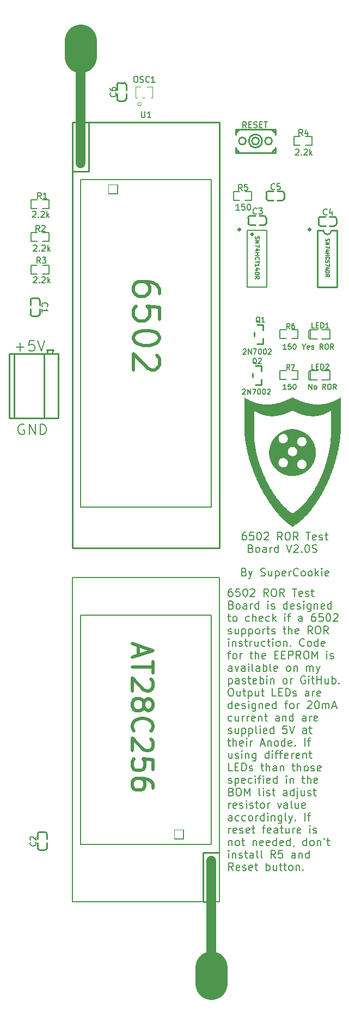
<source format=gbr>
%TF.GenerationSoftware,KiCad,Pcbnew,9.0.1*%
%TF.CreationDate,2025-04-16T15:15:49-04:00*%
%TF.ProjectId,KiCad 9 6502 ROR Test Board V2.0S,4b694361-6420-4392-9036-35303220524f,rev?*%
%TF.SameCoordinates,Original*%
%TF.FileFunction,Legend,Top*%
%TF.FilePolarity,Positive*%
%FSLAX46Y46*%
G04 Gerber Fmt 4.6, Leading zero omitted, Abs format (unit mm)*
G04 Created by KiCad (PCBNEW 9.0.1) date 2025-04-16 15:15:49*
%MOMM*%
%LPD*%
G01*
G04 APERTURE LIST*
%ADD10C,0.100000*%
%ADD11C,0.000000*%
%ADD12C,0.152000*%
%ADD13C,0.203200*%
%ADD14C,0.152400*%
%ADD15C,0.140000*%
%ADD16C,0.500000*%
%ADD17C,0.254000*%
%ADD18C,0.150000*%
%ADD19C,0.300000*%
%ADD20C,0.200000*%
%ADD21C,1.500000*%
%ADD22C,5.000000*%
G04 APERTURE END LIST*
D10*
X142428000Y-42205000D02*
X142682000Y-42205000D01*
X143347000Y-43221000D02*
G75*
G02*
X142779000Y-43221000I-284000J0D01*
G01*
X142779000Y-43221000D02*
G75*
G02*
X143347000Y-43221000I284000J0D01*
G01*
D11*
G36*
X166895100Y-93637100D02*
G01*
X167036900Y-93638900D01*
X167103300Y-93643800D01*
X167169700Y-93648800D01*
X167252000Y-93657700D01*
X167334200Y-93666600D01*
X167409900Y-93678400D01*
X167485500Y-93690100D01*
X167554200Y-93703600D01*
X167622800Y-93717200D01*
X167682300Y-93731100D01*
X167741800Y-93745000D01*
X167817400Y-93765600D01*
X167892900Y-93786100D01*
X167977600Y-93813800D01*
X168062300Y-93841400D01*
X168135400Y-93868900D01*
X168208500Y-93896400D01*
X168265800Y-93920500D01*
X168323200Y-93944700D01*
X168402100Y-93981600D01*
X168481100Y-94018500D01*
X168555500Y-94058200D01*
X168629800Y-94097900D01*
X168696200Y-94136600D01*
X168762600Y-94175400D01*
X168847300Y-94231100D01*
X168932000Y-94286800D01*
X168991400Y-94329900D01*
X169050900Y-94372900D01*
X169128700Y-94435200D01*
X169206600Y-94497600D01*
X169272900Y-94556400D01*
X169339300Y-94615200D01*
X169421900Y-94697700D01*
X169504500Y-94780200D01*
X169565600Y-94848800D01*
X169626700Y-94917400D01*
X169687200Y-94992900D01*
X169747600Y-95068300D01*
X169791000Y-95127800D01*
X169834300Y-95187200D01*
X169880100Y-95255800D01*
X169925900Y-95324400D01*
X169967100Y-95393000D01*
X170008400Y-95461600D01*
X170036000Y-95511900D01*
X170063700Y-95562200D01*
X170107100Y-95649100D01*
X170150600Y-95736000D01*
X170176900Y-95795500D01*
X170203200Y-95854900D01*
X170237600Y-95941800D01*
X170271900Y-96028700D01*
X170300900Y-96115600D01*
X170330000Y-96202500D01*
X170355300Y-96293700D01*
X170380700Y-96384800D01*
X170401500Y-96478100D01*
X170422300Y-96571400D01*
X170437800Y-96663700D01*
X170453200Y-96755900D01*
X170460300Y-96813100D01*
X170467400Y-96870200D01*
X170474300Y-96943400D01*
X170481100Y-97016600D01*
X170486200Y-97140800D01*
X170491200Y-97265000D01*
X170486100Y-97391800D01*
X170481100Y-97518500D01*
X170474300Y-97590000D01*
X170467500Y-97661500D01*
X170460400Y-97718600D01*
X170453200Y-97775800D01*
X170442300Y-97844400D01*
X170431400Y-97913000D01*
X170417200Y-97983900D01*
X170403000Y-98054700D01*
X170382900Y-98135300D01*
X170362900Y-98215800D01*
X170344500Y-98279500D01*
X170326100Y-98343200D01*
X170296800Y-98429900D01*
X170267600Y-98516700D01*
X170242000Y-98581400D01*
X170216500Y-98646100D01*
X170190500Y-98707100D01*
X170164500Y-98768200D01*
X170122400Y-98855100D01*
X170080200Y-98942000D01*
X170039700Y-99015100D01*
X169999200Y-99088400D01*
X169960300Y-99152400D01*
X169921400Y-99216400D01*
X169875600Y-99285000D01*
X169829800Y-99353600D01*
X169777200Y-99424500D01*
X169724600Y-99495400D01*
X169687800Y-99541100D01*
X169651000Y-99586900D01*
X169593600Y-99653100D01*
X169536100Y-99719400D01*
X169449300Y-99807900D01*
X169362500Y-99896200D01*
X169302800Y-99950500D01*
X169243100Y-100004700D01*
X169179100Y-100058200D01*
X169115000Y-100111700D01*
X169033700Y-100172600D01*
X168952400Y-100233600D01*
X168866600Y-100290400D01*
X168780900Y-100347100D01*
X168719100Y-100384000D01*
X168657300Y-100420800D01*
X168597800Y-100453400D01*
X168538300Y-100486000D01*
X168455900Y-100526400D01*
X168373500Y-100566900D01*
X168288800Y-100603300D01*
X168204100Y-100639800D01*
X168117200Y-100672000D01*
X168030200Y-100704300D01*
X167950100Y-100729400D01*
X167870000Y-100754600D01*
X167808600Y-100771100D01*
X167747200Y-100787700D01*
X167698800Y-100799300D01*
X167650300Y-100810800D01*
X167586200Y-100824000D01*
X167522100Y-100837200D01*
X167453500Y-100848700D01*
X167384800Y-100860200D01*
X167313900Y-100869300D01*
X167242900Y-100878400D01*
X167156000Y-100886500D01*
X167069000Y-100894600D01*
X166860700Y-100894700D01*
X166652400Y-100894800D01*
X166581500Y-100888900D01*
X166510600Y-100882900D01*
X166416700Y-100871600D01*
X166322900Y-100860200D01*
X166242800Y-100846400D01*
X166162700Y-100832600D01*
X166107800Y-100821100D01*
X166052800Y-100809600D01*
X165970500Y-100789100D01*
X165888100Y-100768600D01*
X165819400Y-100747800D01*
X165750800Y-100726900D01*
X165734900Y-100722400D01*
X165719100Y-100717800D01*
X165638800Y-100689100D01*
X165558500Y-100660300D01*
X165500200Y-100637000D01*
X165441900Y-100613700D01*
X165383500Y-100587900D01*
X165325100Y-100562100D01*
X165226700Y-100513000D01*
X165128300Y-100463900D01*
X165050400Y-100419300D01*
X164972600Y-100374700D01*
X164904000Y-100331100D01*
X164835300Y-100287400D01*
X164782700Y-100250800D01*
X164730000Y-100214200D01*
X164675100Y-100173000D01*
X164620200Y-100131800D01*
X164563800Y-100086100D01*
X164507400Y-100040500D01*
X164449300Y-99990000D01*
X164391300Y-99939400D01*
X164285800Y-99834000D01*
X164180300Y-99728600D01*
X164128400Y-99669200D01*
X164076500Y-99609700D01*
X164014000Y-99531900D01*
X163951500Y-99454200D01*
X163899400Y-99381100D01*
X163847300Y-99307900D01*
X163810100Y-99250700D01*
X163772900Y-99193500D01*
X163737000Y-99134100D01*
X163701200Y-99074600D01*
X163655300Y-98990100D01*
X163609400Y-98905400D01*
X163580100Y-98843600D01*
X163554560Y-98790000D01*
X164676100Y-98790000D01*
X164678700Y-98859100D01*
X164681200Y-98928300D01*
X164690700Y-98973300D01*
X164700300Y-99018300D01*
X164714200Y-99060000D01*
X164728200Y-99101700D01*
X164745600Y-99138500D01*
X164762900Y-99175200D01*
X164782500Y-99207100D01*
X164802200Y-99239100D01*
X164828400Y-99273500D01*
X164854600Y-99307900D01*
X164902600Y-99353900D01*
X164950500Y-99400000D01*
X164993400Y-99428700D01*
X165036200Y-99457300D01*
X165071900Y-99475200D01*
X165107600Y-99493200D01*
X165141700Y-99506700D01*
X165175900Y-99520300D01*
X165220700Y-99531500D01*
X165265600Y-99542800D01*
X165303500Y-99548200D01*
X165341500Y-99553700D01*
X165424800Y-99551200D01*
X165508100Y-99548800D01*
X165551000Y-99539300D01*
X165593800Y-99529800D01*
X165635600Y-99515500D01*
X165677500Y-99501300D01*
X165730100Y-99474300D01*
X165782800Y-99447400D01*
X165824000Y-99417800D01*
X165865200Y-99388300D01*
X165911400Y-99342500D01*
X165957600Y-99296600D01*
X165987900Y-99254200D01*
X166018200Y-99211800D01*
X166043100Y-99163800D01*
X166068100Y-99115800D01*
X166080772Y-99079200D01*
X167586500Y-99079200D01*
X167586500Y-99175200D01*
X167596700Y-99221700D01*
X167606800Y-99268100D01*
X167623100Y-99315000D01*
X167639500Y-99361900D01*
X167659300Y-99401200D01*
X167679100Y-99440500D01*
X167706500Y-99481700D01*
X167733800Y-99522800D01*
X167764200Y-99558000D01*
X167794700Y-99593200D01*
X167836900Y-99628600D01*
X167879200Y-99664000D01*
X167913500Y-99686400D01*
X167947800Y-99708900D01*
X167993600Y-99730800D01*
X168039400Y-99752700D01*
X168082800Y-99766600D01*
X168126300Y-99780400D01*
X168160700Y-99787700D01*
X168195000Y-99794900D01*
X168251000Y-99800200D01*
X168307000Y-99805500D01*
X168365400Y-99800100D01*
X168423900Y-99794600D01*
X168463400Y-99786000D01*
X168502800Y-99777300D01*
X168538900Y-99765100D01*
X168574900Y-99752800D01*
X168618200Y-99732600D01*
X168661500Y-99712300D01*
X168705100Y-99683100D01*
X168748900Y-99654000D01*
X168784500Y-99623300D01*
X168820200Y-99592700D01*
X168852500Y-99555500D01*
X168884700Y-99518200D01*
X168909100Y-99481700D01*
X168933500Y-99445100D01*
X168956500Y-99399100D01*
X168979600Y-99353100D01*
X168993500Y-99311500D01*
X169007500Y-99269800D01*
X169017500Y-99224800D01*
X169027500Y-99179800D01*
X169027600Y-99079200D01*
X169027700Y-98978600D01*
X169017700Y-98933900D01*
X169007700Y-98889300D01*
X168993700Y-98847100D01*
X168979600Y-98804800D01*
X168954500Y-98754500D01*
X168929400Y-98704200D01*
X168900700Y-98664100D01*
X168871900Y-98624000D01*
X168843200Y-98592000D01*
X168814500Y-98560000D01*
X168777100Y-98528600D01*
X168739700Y-98497200D01*
X168699600Y-98471200D01*
X168659500Y-98445200D01*
X168617100Y-98425100D01*
X168574700Y-98405000D01*
X168532900Y-98391400D01*
X168491100Y-98377700D01*
X168457500Y-98370900D01*
X168423900Y-98364000D01*
X168379400Y-98359200D01*
X168335000Y-98354300D01*
X168299300Y-98354900D01*
X168263700Y-98355500D01*
X168229300Y-98359400D01*
X168195000Y-98363400D01*
X168158400Y-98370800D01*
X168121800Y-98378200D01*
X168082400Y-98391000D01*
X168043100Y-98403900D01*
X167998100Y-98424900D01*
X167953100Y-98445900D01*
X167909300Y-98475100D01*
X167865400Y-98504300D01*
X167828800Y-98536100D01*
X167792100Y-98567800D01*
X167759600Y-98606300D01*
X167727000Y-98644700D01*
X167704100Y-98679000D01*
X167681200Y-98713300D01*
X167660400Y-98754900D01*
X167639500Y-98796500D01*
X167623100Y-98843400D01*
X167606800Y-98890400D01*
X167596700Y-98936700D01*
X167586500Y-98983100D01*
X167586500Y-99079200D01*
X166080772Y-99079200D01*
X166084200Y-99069300D01*
X166100300Y-99022900D01*
X166109200Y-98983100D01*
X166110900Y-98975500D01*
X166121500Y-98928300D01*
X166121300Y-98830000D01*
X166121100Y-98731600D01*
X166111000Y-98685000D01*
X166100900Y-98638400D01*
X166086700Y-98598100D01*
X166072600Y-98557800D01*
X166054500Y-98519000D01*
X166036400Y-98480200D01*
X166001500Y-98427600D01*
X165966600Y-98374900D01*
X165911300Y-98319800D01*
X165856000Y-98264700D01*
X165806400Y-98231600D01*
X165756700Y-98198500D01*
X165714100Y-98178100D01*
X165671400Y-98157600D01*
X165629500Y-98144000D01*
X165587600Y-98130300D01*
X165543300Y-98120800D01*
X165499000Y-98111400D01*
X165418900Y-98109600D01*
X165338800Y-98107700D01*
X165299900Y-98113900D01*
X165261000Y-98120000D01*
X165231300Y-98127100D01*
X165201500Y-98134100D01*
X165160300Y-98148700D01*
X165119100Y-98163100D01*
X165077900Y-98183800D01*
X165036700Y-98204500D01*
X165006900Y-98223700D01*
X164977200Y-98243000D01*
X164942200Y-98271200D01*
X164907100Y-98299500D01*
X164874700Y-98334100D01*
X164842400Y-98368800D01*
X164819900Y-98398800D01*
X164797400Y-98428700D01*
X164776300Y-98464300D01*
X164755100Y-98499800D01*
X164734200Y-98548400D01*
X164713300Y-98597000D01*
X164700400Y-98648300D01*
X164687400Y-98699600D01*
X164681800Y-98744800D01*
X164676100Y-98790000D01*
X163554560Y-98790000D01*
X163550700Y-98781900D01*
X163514900Y-98699400D01*
X163479200Y-98617000D01*
X163449500Y-98537100D01*
X163419800Y-98457200D01*
X163398900Y-98393200D01*
X163378000Y-98329100D01*
X163355400Y-98249100D01*
X163332700Y-98169100D01*
X163313700Y-98087100D01*
X163294700Y-98005000D01*
X163279100Y-97920100D01*
X163263600Y-97835200D01*
X163254200Y-97766600D01*
X163244900Y-97698000D01*
X163238000Y-97629400D01*
X163231100Y-97560800D01*
X163226300Y-97490000D01*
X163221400Y-97419000D01*
X163221400Y-97268100D01*
X163221400Y-97117200D01*
X163223020Y-97093000D01*
X166127100Y-97093000D01*
X166132400Y-97150900D01*
X166137800Y-97208700D01*
X166146500Y-97248000D01*
X166155100Y-97287200D01*
X166167200Y-97323400D01*
X166179300Y-97359600D01*
X166199500Y-97402200D01*
X166219600Y-97444800D01*
X166248800Y-97489100D01*
X166278000Y-97533400D01*
X166309700Y-97569900D01*
X166341500Y-97606300D01*
X166377900Y-97638000D01*
X166414400Y-97669700D01*
X166458900Y-97699000D01*
X166503400Y-97728200D01*
X166545900Y-97748000D01*
X166588400Y-97767800D01*
X166631900Y-97781700D01*
X166675300Y-97795500D01*
X166711900Y-97803100D01*
X166748600Y-97810600D01*
X166802700Y-97814400D01*
X166856800Y-97818100D01*
X166908700Y-97814300D01*
X166960600Y-97810400D01*
X167003300Y-97801500D01*
X167046100Y-97792500D01*
X167082700Y-97780200D01*
X167119300Y-97767800D01*
X167160500Y-97748600D01*
X167201700Y-97729200D01*
X167233800Y-97709600D01*
X167265800Y-97689900D01*
X167293300Y-97668900D01*
X167320700Y-97647900D01*
X167359100Y-97611200D01*
X167397400Y-97574500D01*
X167433100Y-97527100D01*
X167468800Y-97479500D01*
X167496500Y-97426100D01*
X167524200Y-97372700D01*
X167540000Y-97325000D01*
X167555800Y-97277300D01*
X167562900Y-97242500D01*
X167570000Y-97207600D01*
X167575200Y-97162400D01*
X167580400Y-97117200D01*
X167577700Y-97064600D01*
X167575000Y-97012000D01*
X167567900Y-96970900D01*
X167560800Y-96929700D01*
X167551800Y-96897700D01*
X167542900Y-96865600D01*
X167525900Y-96822800D01*
X167509000Y-96780000D01*
X167485800Y-96739600D01*
X167462600Y-96699200D01*
X167435500Y-96662100D01*
X167408300Y-96625100D01*
X167368600Y-96585000D01*
X167328900Y-96544800D01*
X167288700Y-96514600D01*
X167248400Y-96484400D01*
X167206400Y-96461200D01*
X167164500Y-96438000D01*
X167124300Y-96421800D01*
X167084100Y-96405600D01*
X167042200Y-96394400D01*
X167000300Y-96383100D01*
X166948600Y-96376300D01*
X166896900Y-96369400D01*
X166847900Y-96370000D01*
X166798900Y-96370500D01*
X166792100Y-96371900D01*
X166785200Y-96373200D01*
X166744000Y-96378800D01*
X166702800Y-96384400D01*
X166656600Y-96397300D01*
X166610500Y-96410200D01*
X166567400Y-96428800D01*
X166524400Y-96447500D01*
X166492300Y-96466300D01*
X166460200Y-96485100D01*
X166420700Y-96514200D01*
X166381200Y-96543300D01*
X166333700Y-96592500D01*
X166286300Y-96641700D01*
X166257600Y-96683700D01*
X166228900Y-96725700D01*
X166206200Y-96771000D01*
X166183500Y-96816300D01*
X166167700Y-96863900D01*
X166151900Y-96911400D01*
X166144800Y-96946100D01*
X166137700Y-96980800D01*
X166132400Y-97037000D01*
X166127100Y-97093000D01*
X163223020Y-97093000D01*
X163226300Y-97044000D01*
X163231200Y-96970900D01*
X163238000Y-96902200D01*
X163244800Y-96833600D01*
X163251900Y-96783300D01*
X163259000Y-96733000D01*
X163268000Y-96678100D01*
X163277000Y-96623300D01*
X163291000Y-96552400D01*
X163305000Y-96481500D01*
X163325400Y-96399200D01*
X163345800Y-96317000D01*
X163364400Y-96252900D01*
X163382900Y-96188800D01*
X163408200Y-96113300D01*
X163433500Y-96037900D01*
X163463300Y-95960100D01*
X163493200Y-95882400D01*
X163530800Y-95797800D01*
X163568400Y-95713200D01*
X163601600Y-95646900D01*
X163634900Y-95580500D01*
X163662400Y-95530200D01*
X163689900Y-95479900D01*
X163735300Y-95403400D01*
X163780800Y-95326900D01*
X163833700Y-95247900D01*
X163865232Y-95200900D01*
X164679800Y-95200900D01*
X164688100Y-95239800D01*
X164696300Y-95278700D01*
X164707600Y-95316400D01*
X164718900Y-95354100D01*
X164734800Y-95391800D01*
X164750700Y-95429600D01*
X164771800Y-95466200D01*
X164792900Y-95502800D01*
X164818300Y-95537100D01*
X164843800Y-95571400D01*
X164880700Y-95609600D01*
X164917700Y-95647900D01*
X164954300Y-95676500D01*
X164990900Y-95705100D01*
X165023000Y-95724800D01*
X165055000Y-95744400D01*
X165096200Y-95763700D01*
X165137400Y-95783000D01*
X165182800Y-95797400D01*
X165228200Y-95812000D01*
X165283500Y-95821400D01*
X165338800Y-95830900D01*
X165423500Y-95828400D01*
X165508100Y-95826000D01*
X165556200Y-95814600D01*
X165604300Y-95803100D01*
X165645500Y-95788500D01*
X165686700Y-95773900D01*
X165725800Y-95754200D01*
X165764900Y-95734600D01*
X165808200Y-95705900D01*
X165851400Y-95677200D01*
X165911300Y-95617400D01*
X165961900Y-95566800D01*
X167586500Y-95566800D01*
X167586500Y-95662900D01*
X167596700Y-95709300D01*
X167606800Y-95755700D01*
X167623100Y-95802600D01*
X167639500Y-95849500D01*
X167659300Y-95888800D01*
X167679100Y-95928100D01*
X167706300Y-95969300D01*
X167733600Y-96010400D01*
X167767900Y-96049400D01*
X167802100Y-96088300D01*
X167845200Y-96123200D01*
X167888300Y-96158100D01*
X167918100Y-96177200D01*
X167947800Y-96196500D01*
X167993600Y-96218400D01*
X168039400Y-96240200D01*
X168076000Y-96252700D01*
X168112600Y-96265100D01*
X168151500Y-96273700D01*
X168190400Y-96282300D01*
X168248800Y-96287700D01*
X168307100Y-96293100D01*
X168365500Y-96287700D01*
X168423900Y-96282300D01*
X168463200Y-96273600D01*
X168502500Y-96265000D01*
X168538700Y-96252900D01*
X168574900Y-96240800D01*
X168617200Y-96220800D01*
X168659500Y-96200800D01*
X168699600Y-96174800D01*
X168739700Y-96148800D01*
X168777600Y-96117000D01*
X168815500Y-96085200D01*
X168850000Y-96045800D01*
X168884500Y-96006300D01*
X168909800Y-95968400D01*
X168935100Y-95930400D01*
X168957300Y-95885600D01*
X168979500Y-95840800D01*
X168993500Y-95799100D01*
X169007500Y-95757400D01*
X169017500Y-95712400D01*
X169027500Y-95667500D01*
X169027600Y-95566800D01*
X169027700Y-95466200D01*
X169017700Y-95421600D01*
X169007700Y-95377000D01*
X168993600Y-95334700D01*
X168979400Y-95292400D01*
X168959000Y-95250800D01*
X168938700Y-95209300D01*
X168911800Y-95168500D01*
X168884900Y-95127800D01*
X168853400Y-95091300D01*
X168821800Y-95054900D01*
X168785300Y-95023200D01*
X168748900Y-94991500D01*
X168704500Y-94962300D01*
X168660200Y-94933100D01*
X168617400Y-94912900D01*
X168574700Y-94892700D01*
X168532900Y-94879000D01*
X168491100Y-94865300D01*
X168457500Y-94858500D01*
X168423900Y-94851700D01*
X168379400Y-94846800D01*
X168335000Y-94841900D01*
X168299300Y-94842500D01*
X168263700Y-94843100D01*
X168229300Y-94847100D01*
X168195000Y-94851000D01*
X168158400Y-94858400D01*
X168121800Y-94865800D01*
X168080600Y-94879400D01*
X168039400Y-94893100D01*
X167993300Y-94915200D01*
X167947300Y-94937300D01*
X167906300Y-94964600D01*
X167865400Y-94992000D01*
X167828800Y-95023700D01*
X167792100Y-95055500D01*
X167759600Y-95093900D01*
X167727000Y-95132300D01*
X167704100Y-95166600D01*
X167681200Y-95200900D01*
X167660400Y-95242500D01*
X167639500Y-95284100D01*
X167623100Y-95331000D01*
X167606800Y-95377900D01*
X167596700Y-95424400D01*
X167586500Y-95470800D01*
X167586500Y-95566800D01*
X165961900Y-95566800D01*
X165971100Y-95557600D01*
X165999800Y-95514400D01*
X166028500Y-95471200D01*
X166028701Y-95470800D01*
X166049100Y-95430300D01*
X166069600Y-95389400D01*
X166087500Y-95336000D01*
X166105300Y-95282600D01*
X166114600Y-95228800D01*
X166123800Y-95174900D01*
X166123800Y-95107200D01*
X166123800Y-95039500D01*
X166114600Y-94985600D01*
X166105300Y-94931800D01*
X166087500Y-94878300D01*
X166069600Y-94824800D01*
X166053100Y-94792100D01*
X166036700Y-94759500D01*
X166017800Y-94728700D01*
X165999000Y-94697900D01*
X165970400Y-94661300D01*
X165941700Y-94624700D01*
X165903500Y-94587800D01*
X165865200Y-94550800D01*
X165830800Y-94525300D01*
X165796500Y-94499900D01*
X165755400Y-94476500D01*
X165714300Y-94453000D01*
X165668400Y-94435100D01*
X165622600Y-94417200D01*
X165586000Y-94407800D01*
X165549400Y-94398300D01*
X165503600Y-94391500D01*
X165457800Y-94384700D01*
X165396000Y-94385100D01*
X165334200Y-94385500D01*
X165293800Y-94391800D01*
X165253300Y-94398000D01*
X165209500Y-94409700D01*
X165165600Y-94421400D01*
X165117200Y-94441900D01*
X165068700Y-94462500D01*
X165033300Y-94484100D01*
X164997900Y-94505800D01*
X164969200Y-94526300D01*
X164940600Y-94546800D01*
X164887700Y-94599500D01*
X164834900Y-94652200D01*
X164801800Y-94701700D01*
X164768600Y-94751400D01*
X164748400Y-94793600D01*
X164728100Y-94835900D01*
X164714400Y-94876600D01*
X164700800Y-94917400D01*
X164690400Y-94965400D01*
X164680100Y-95013500D01*
X164679900Y-95107200D01*
X164679800Y-95200900D01*
X163865232Y-95200900D01*
X163886700Y-95168900D01*
X163932600Y-95107200D01*
X163978600Y-95045500D01*
X164033900Y-94977100D01*
X164089200Y-94908600D01*
X164151600Y-94839500D01*
X164214000Y-94770400D01*
X164283400Y-94701000D01*
X164352800Y-94631600D01*
X164420200Y-94571000D01*
X164487500Y-94510400D01*
X164537800Y-94468800D01*
X164588100Y-94427200D01*
X164638500Y-94388600D01*
X164688800Y-94350000D01*
X164743800Y-94310700D01*
X164798700Y-94271400D01*
X164865100Y-94228100D01*
X164931400Y-94184900D01*
X164977200Y-94157300D01*
X165023000Y-94129800D01*
X165082500Y-94096400D01*
X165142000Y-94063100D01*
X165244900Y-94012100D01*
X165347900Y-93961100D01*
X165430300Y-93926100D01*
X165512700Y-93891000D01*
X165586000Y-93864000D01*
X165659200Y-93836900D01*
X165723300Y-93816100D01*
X165787400Y-93795300D01*
X165851400Y-93777000D01*
X165915500Y-93758600D01*
X165981900Y-93741900D01*
X166048300Y-93725300D01*
X166123800Y-93709900D01*
X166199300Y-93694600D01*
X166254200Y-93685300D01*
X166309200Y-93676000D01*
X166400700Y-93664700D01*
X166492300Y-93653400D01*
X166549500Y-93648200D01*
X166606700Y-93643100D01*
X166679900Y-93639200D01*
X166753200Y-93635200D01*
X166895100Y-93637100D01*
G37*
D10*
X142428000Y-40554000D02*
X142428000Y-41824000D01*
X144841000Y-42205000D02*
X145095000Y-42205000D01*
D11*
G36*
X167008100Y-88759700D02*
G01*
X167159000Y-88837900D01*
X167244500Y-88879100D01*
X167329900Y-88920300D01*
X167412300Y-88959200D01*
X167494700Y-88998100D01*
X167590800Y-89041400D01*
X167686900Y-89084800D01*
X167792200Y-89129600D01*
X167897500Y-89174400D01*
X167977600Y-89206600D01*
X168057700Y-89238900D01*
X168112600Y-89260100D01*
X168167500Y-89281400D01*
X168229300Y-89304200D01*
X168291100Y-89327100D01*
X168352900Y-89349300D01*
X168414700Y-89371400D01*
X168509800Y-89403700D01*
X168604900Y-89435900D01*
X168708900Y-89467800D01*
X168812900Y-89499700D01*
X168893000Y-89522500D01*
X168973100Y-89545400D01*
X169060100Y-89568200D01*
X169147000Y-89591000D01*
X169256900Y-89616800D01*
X169366800Y-89642600D01*
X169453700Y-89660400D01*
X169540700Y-89678300D01*
X169641400Y-89696400D01*
X169742100Y-89714600D01*
X169833600Y-89728500D01*
X169925200Y-89742200D01*
X170016700Y-89753600D01*
X170108300Y-89764900D01*
X170181500Y-89772000D01*
X170254700Y-89779000D01*
X170309700Y-89783500D01*
X170364600Y-89787900D01*
X170451600Y-89793900D01*
X170538500Y-89799700D01*
X170810900Y-89799700D01*
X171083200Y-89799700D01*
X171170200Y-89793800D01*
X171257200Y-89787800D01*
X171357900Y-89778800D01*
X171458500Y-89769700D01*
X171534100Y-89760500D01*
X171609600Y-89751400D01*
X171703400Y-89737500D01*
X171797300Y-89723500D01*
X171895700Y-89705400D01*
X171994100Y-89687300D01*
X172069600Y-89671200D01*
X172145100Y-89655100D01*
X172245800Y-89630500D01*
X172346500Y-89605800D01*
X172461000Y-89573400D01*
X172575400Y-89540900D01*
X172717300Y-89493700D01*
X172859200Y-89446500D01*
X172964500Y-89406400D01*
X173069700Y-89366300D01*
X173170400Y-89324000D01*
X173271100Y-89281600D01*
X173346700Y-89247300D01*
X173422200Y-89213100D01*
X173520900Y-89165300D01*
X173619600Y-89117500D01*
X173708600Y-89070400D01*
X173797500Y-89023200D01*
X173891300Y-88970600D01*
X173985200Y-88917900D01*
X174053800Y-88876600D01*
X174122500Y-88835400D01*
X174193400Y-88791100D01*
X174264400Y-88746800D01*
X174314700Y-88714300D01*
X174365100Y-88681700D01*
X174366500Y-91035700D01*
X174367900Y-93389900D01*
X174362900Y-93579700D01*
X174358000Y-93769400D01*
X174351200Y-93913500D01*
X174344500Y-94057600D01*
X174337500Y-94169700D01*
X174330500Y-94281700D01*
X174321400Y-94400600D01*
X174312300Y-94519500D01*
X174300700Y-94647500D01*
X174289100Y-94775600D01*
X174275400Y-94905900D01*
X174261800Y-95036300D01*
X174245900Y-95168900D01*
X174230000Y-95301500D01*
X174211600Y-95438800D01*
X174193100Y-95576000D01*
X174170100Y-95729200D01*
X174147100Y-95882400D01*
X174119700Y-96047000D01*
X174092200Y-96211600D01*
X174062600Y-96374000D01*
X174032900Y-96536400D01*
X173996700Y-96717000D01*
X173960500Y-96897700D01*
X173930200Y-97037200D01*
X173899900Y-97176700D01*
X173860900Y-97345900D01*
X173821900Y-97515100D01*
X173772000Y-97714800D01*
X173722200Y-97914600D01*
X173689800Y-98037200D01*
X173657300Y-98159900D01*
X173609700Y-98331400D01*
X173562200Y-98503000D01*
X173513600Y-98667100D01*
X173465100Y-98831300D01*
X173428400Y-98950700D01*
X173391700Y-99070100D01*
X173337300Y-99239300D01*
X173283000Y-99408500D01*
X173235200Y-99550300D01*
X173187500Y-99692000D01*
X173137000Y-99836100D01*
X173086500Y-99980200D01*
X173034000Y-100124200D01*
X172981500Y-100268300D01*
X172934900Y-100391500D01*
X172888400Y-100514600D01*
X172831000Y-100661300D01*
X172773700Y-100807900D01*
X172710400Y-100963500D01*
X172647200Y-101119000D01*
X172602900Y-101224100D01*
X172558600Y-101329300D01*
X172524100Y-101409400D01*
X172489500Y-101489400D01*
X172449400Y-101580900D01*
X172409300Y-101672300D01*
X172358900Y-101784400D01*
X172308500Y-101896400D01*
X172233000Y-102058800D01*
X172157500Y-102221100D01*
X172091300Y-102358300D01*
X172025100Y-102495500D01*
X171943800Y-102657900D01*
X171862500Y-102820200D01*
X171798300Y-102943700D01*
X171734100Y-103067200D01*
X171663700Y-103199000D01*
X171593200Y-103330800D01*
X171531100Y-103443700D01*
X171468900Y-103556600D01*
X171367000Y-103734900D01*
X171265100Y-103913300D01*
X171194300Y-104032200D01*
X171123500Y-104151100D01*
X171076400Y-104228900D01*
X171029200Y-104306600D01*
X170965100Y-104409500D01*
X170900900Y-104512400D01*
X170827600Y-104626800D01*
X170754400Y-104741100D01*
X170661900Y-104880600D01*
X170569400Y-105020100D01*
X170481200Y-105148100D01*
X170392900Y-105276200D01*
X170301300Y-105404300D01*
X170209700Y-105532300D01*
X170102200Y-105676300D01*
X169994600Y-105820400D01*
X169925900Y-105909600D01*
X169857100Y-105998800D01*
X169765600Y-106113100D01*
X169674000Y-106227500D01*
X169598500Y-106318900D01*
X169522900Y-106410400D01*
X169429700Y-106518900D01*
X169336500Y-106627500D01*
X169256000Y-106717900D01*
X169175400Y-106808300D01*
X169099500Y-106890600D01*
X169023500Y-106972900D01*
X168940500Y-107060000D01*
X168857600Y-107147000D01*
X168734600Y-107270000D01*
X168611500Y-107392900D01*
X168522100Y-107477900D01*
X168432600Y-107562900D01*
X168357300Y-107631700D01*
X168281900Y-107700600D01*
X168204100Y-107769000D01*
X168126300Y-107837300D01*
X168053000Y-107899300D01*
X167979900Y-107961200D01*
X167906600Y-108020900D01*
X167833400Y-108080600D01*
X167748200Y-108146900D01*
X167663000Y-108213300D01*
X167583400Y-108272500D01*
X167503800Y-108331800D01*
X167407700Y-108399900D01*
X167311600Y-108467900D01*
X167185700Y-108550900D01*
X167059900Y-108633900D01*
X166970600Y-108688800D01*
X166881300Y-108743800D01*
X166867000Y-108751100D01*
X166852700Y-108758500D01*
X166732000Y-108677300D01*
X166611300Y-108596100D01*
X166554000Y-108555500D01*
X166496900Y-108514800D01*
X166382400Y-108429500D01*
X166268000Y-108344100D01*
X166164000Y-108261300D01*
X166060100Y-108178400D01*
X165974100Y-108106500D01*
X165888100Y-108034700D01*
X165817100Y-107972800D01*
X165746200Y-107911000D01*
X165702700Y-107871800D01*
X165659200Y-107832800D01*
X165572400Y-107752700D01*
X165485500Y-107672700D01*
X165373200Y-107564700D01*
X165261000Y-107456700D01*
X165162600Y-107356500D01*
X165064200Y-107256200D01*
X164984100Y-107171600D01*
X164904000Y-107087100D01*
X164830400Y-107007200D01*
X164756800Y-106927200D01*
X164679300Y-106840100D01*
X164601900Y-106753000D01*
X164519200Y-106657100D01*
X164436600Y-106561300D01*
X164344600Y-106450900D01*
X164252600Y-106340400D01*
X164136300Y-106194700D01*
X164020000Y-106049100D01*
X163944300Y-105950800D01*
X163868700Y-105852400D01*
X163775000Y-105726600D01*
X163681300Y-105600900D01*
X163598900Y-105486600D01*
X163516500Y-105372200D01*
X163420800Y-105235000D01*
X163325200Y-105097800D01*
X163210400Y-104926300D01*
X163095600Y-104754800D01*
X163006100Y-104615300D01*
X162916600Y-104475800D01*
X162869300Y-104400400D01*
X162822100Y-104324900D01*
X162735900Y-104184200D01*
X162649700Y-104043500D01*
X162566700Y-103902900D01*
X162483800Y-103762400D01*
X162391100Y-103600000D01*
X162298500Y-103437700D01*
X162222900Y-103300500D01*
X162147300Y-103163300D01*
X162076500Y-103030700D01*
X162005700Y-102898000D01*
X161939200Y-102770000D01*
X161872600Y-102641900D01*
X161771100Y-102438900D01*
X161669600Y-102236000D01*
X161589300Y-102068500D01*
X161508900Y-101901000D01*
X161429900Y-101729500D01*
X161350800Y-101558000D01*
X161279800Y-101397900D01*
X161208700Y-101237900D01*
X161146100Y-101091500D01*
X161083400Y-100945200D01*
X161019600Y-100790500D01*
X160955800Y-100635800D01*
X160910700Y-100522900D01*
X160865500Y-100410100D01*
X160810600Y-100268300D01*
X160755600Y-100126500D01*
X160711200Y-100007600D01*
X160666800Y-99888700D01*
X160621100Y-99762900D01*
X160575400Y-99637200D01*
X160525000Y-99493100D01*
X160474500Y-99349100D01*
X160433700Y-99227800D01*
X160392800Y-99106600D01*
X160336100Y-98930600D01*
X160279400Y-98754500D01*
X160249600Y-98658500D01*
X160219800Y-98562400D01*
X160185400Y-98448100D01*
X160151100Y-98333700D01*
X160105300Y-98173700D01*
X160059500Y-98013600D01*
X160025300Y-97887800D01*
X159991100Y-97762100D01*
X159956500Y-97629400D01*
X159921900Y-97496800D01*
X159885400Y-97348200D01*
X159849000Y-97199500D01*
X159818700Y-97069200D01*
X159788400Y-96938900D01*
X159754100Y-96781100D01*
X159719800Y-96623300D01*
X159683600Y-96442600D01*
X159647300Y-96262000D01*
X159615500Y-96085900D01*
X159583700Y-95909800D01*
X159555800Y-95737400D01*
X159527900Y-95564900D01*
X159505200Y-95405800D01*
X159482500Y-95246700D01*
X159464300Y-95100300D01*
X159446000Y-94954000D01*
X159434400Y-94848800D01*
X159422900Y-94743600D01*
X159413800Y-94652200D01*
X159404700Y-94560700D01*
X159395400Y-94453200D01*
X159386200Y-94345700D01*
X159385209Y-94332000D01*
X160887000Y-94332000D01*
X160891900Y-94541000D01*
X160896800Y-94750000D01*
X160903600Y-94879400D01*
X160910400Y-95008800D01*
X160915100Y-95077500D01*
X160919900Y-95146100D01*
X160929000Y-95258100D01*
X160938200Y-95370200D01*
X160951800Y-95505100D01*
X160965500Y-95640000D01*
X160983800Y-95788600D01*
X161002100Y-95937300D01*
X161022800Y-96081300D01*
X161043500Y-96225400D01*
X161075100Y-96412900D01*
X161106700Y-96600400D01*
X161130100Y-96723900D01*
X161153500Y-96847400D01*
X161178700Y-96970900D01*
X161204000Y-97094300D01*
X161237700Y-97245300D01*
X161271300Y-97396200D01*
X161301500Y-97522000D01*
X161331700Y-97647700D01*
X161361700Y-97764300D01*
X161391700Y-97881000D01*
X161416800Y-97974700D01*
X161441900Y-98068400D01*
X161474000Y-98182800D01*
X161506100Y-98297100D01*
X161540500Y-98413700D01*
X161574900Y-98530100D01*
X161606700Y-98633200D01*
X161638600Y-98736200D01*
X161688600Y-98891700D01*
X161738600Y-99047200D01*
X161795400Y-99211800D01*
X161852200Y-99376500D01*
X161886500Y-99472500D01*
X161921000Y-99568500D01*
X161971300Y-99703500D01*
X162021700Y-99838400D01*
X162065100Y-99950500D01*
X162108600Y-100062500D01*
X162154400Y-100176800D01*
X162200200Y-100291200D01*
X162264300Y-100444400D01*
X162328300Y-100597600D01*
X162384300Y-100725600D01*
X162440200Y-100853700D01*
X162508500Y-101003900D01*
X162576700Y-101154200D01*
X162646300Y-101301200D01*
X162715800Y-101448200D01*
X162810200Y-101638000D01*
X162904600Y-101827800D01*
X162967800Y-101949000D01*
X163031000Y-102070200D01*
X163094900Y-102189100D01*
X163158800Y-102308100D01*
X163237900Y-102449800D01*
X163316900Y-102591600D01*
X163390000Y-102717400D01*
X163463000Y-102843100D01*
X163533100Y-102959800D01*
X163603100Y-103076400D01*
X163678700Y-103197600D01*
X163754300Y-103318800D01*
X163820600Y-103421700D01*
X163886900Y-103524600D01*
X163986400Y-103673200D01*
X164086000Y-103821800D01*
X164174000Y-103947300D01*
X164262000Y-104072800D01*
X164328800Y-104164600D01*
X164395700Y-104256300D01*
X164473200Y-104359200D01*
X164550800Y-104462100D01*
X164623900Y-104555900D01*
X164697200Y-104649600D01*
X164784500Y-104757100D01*
X164871800Y-104864600D01*
X164947300Y-104953800D01*
X165022700Y-105042900D01*
X165089000Y-105118400D01*
X165155300Y-105193900D01*
X165217300Y-105262400D01*
X165279300Y-105330900D01*
X165350000Y-105406400D01*
X165420700Y-105482000D01*
X165549100Y-105611600D01*
X165677500Y-105741200D01*
X165778200Y-105836100D01*
X165878900Y-105931100D01*
X165949900Y-105995000D01*
X166020800Y-106058900D01*
X166107800Y-106133500D01*
X166194700Y-106208200D01*
X166306900Y-106297900D01*
X166419000Y-106387700D01*
X166508300Y-106454300D01*
X166597500Y-106520900D01*
X166666200Y-106569000D01*
X166734900Y-106617100D01*
X166795300Y-106657200D01*
X166855700Y-106697400D01*
X166914300Y-106661700D01*
X166972900Y-106626000D01*
X167091900Y-106547700D01*
X167210900Y-106469500D01*
X167293300Y-106410600D01*
X167375700Y-106351700D01*
X167451200Y-106294600D01*
X167526700Y-106237400D01*
X167604400Y-106175700D01*
X167682000Y-106113800D01*
X167753100Y-106054300D01*
X167824200Y-105994700D01*
X167895000Y-105932700D01*
X167965800Y-105870700D01*
X168050600Y-105793000D01*
X168135500Y-105715300D01*
X168281300Y-105571200D01*
X168427100Y-105427100D01*
X168522100Y-105326500D01*
X168617000Y-105225900D01*
X168670800Y-105166700D01*
X168724700Y-105107500D01*
X168803100Y-105018100D01*
X168881600Y-104928600D01*
X168952800Y-104844000D01*
X169024100Y-104759400D01*
X169092900Y-104674300D01*
X169161900Y-104589200D01*
X169242500Y-104485900D01*
X169323100Y-104382600D01*
X169409400Y-104266800D01*
X169495700Y-104151100D01*
X169575800Y-104039100D01*
X169655900Y-103927000D01*
X169719000Y-103835500D01*
X169782100Y-103744100D01*
X169865500Y-103618300D01*
X169948900Y-103492500D01*
X170014500Y-103389700D01*
X170080100Y-103286700D01*
X170138000Y-103193000D01*
X170195900Y-103099200D01*
X170266900Y-102980300D01*
X170337900Y-102861400D01*
X170420300Y-102717400D01*
X170502600Y-102573300D01*
X170569200Y-102452100D01*
X170635800Y-102330900D01*
X170696600Y-102216600D01*
X170757500Y-102102200D01*
X170870300Y-101878100D01*
X170983100Y-101654000D01*
X171039500Y-101535100D01*
X171095900Y-101416200D01*
X171159900Y-101276700D01*
X171224000Y-101137300D01*
X171283400Y-101002300D01*
X171342700Y-100867400D01*
X171404400Y-100721100D01*
X171466200Y-100574700D01*
X171545600Y-100375700D01*
X171625000Y-100176800D01*
X171684300Y-100019000D01*
X171743600Y-99861200D01*
X171792600Y-99724000D01*
X171841600Y-99586900D01*
X171891000Y-99442800D01*
X171940400Y-99298700D01*
X171991000Y-99140900D01*
X172041700Y-98983100D01*
X172071300Y-98887100D01*
X172100900Y-98791100D01*
X172144700Y-98642100D01*
X172188600Y-98493200D01*
X172238400Y-98310500D01*
X172288300Y-98127900D01*
X172329800Y-97963300D01*
X172371300Y-97798600D01*
X172399300Y-97679700D01*
X172427200Y-97560800D01*
X172456400Y-97428200D01*
X172485600Y-97295600D01*
X172515800Y-97146900D01*
X172546000Y-96998300D01*
X172575300Y-96838200D01*
X172604700Y-96678100D01*
X172627600Y-96538600D01*
X172650500Y-96399200D01*
X172671100Y-96257400D01*
X172691700Y-96115600D01*
X172707900Y-95989900D01*
X172724000Y-95864100D01*
X172737600Y-95740600D01*
X172751300Y-95617100D01*
X172762700Y-95493600D01*
X172774200Y-95370200D01*
X172783300Y-95249000D01*
X172792400Y-95127800D01*
X172799500Y-95002000D01*
X172806600Y-94876200D01*
X172811900Y-94771000D01*
X172817200Y-94665900D01*
X172818900Y-92718100D01*
X172820600Y-90770300D01*
X172807900Y-90778700D01*
X172795100Y-90787100D01*
X172735600Y-90824400D01*
X172676100Y-90861700D01*
X172593700Y-90909800D01*
X172511300Y-90958000D01*
X172447200Y-90993200D01*
X172383100Y-91028300D01*
X172248100Y-91095700D01*
X172113100Y-91163000D01*
X172023800Y-91202300D01*
X171934600Y-91241600D01*
X171843100Y-91278300D01*
X171751500Y-91315000D01*
X171648500Y-91351600D01*
X171545500Y-91388300D01*
X171445500Y-91418500D01*
X171345400Y-91448700D01*
X171261800Y-91471000D01*
X171178100Y-91493400D01*
X171084900Y-91514200D01*
X170991700Y-91535100D01*
X170907000Y-91550900D01*
X170822300Y-91566800D01*
X170726200Y-91580700D01*
X170630100Y-91594600D01*
X170545400Y-91603800D01*
X170460700Y-91613000D01*
X170366900Y-91620200D01*
X170273000Y-91627500D01*
X170090000Y-91630000D01*
X169906900Y-91632600D01*
X169797000Y-91627200D01*
X169687200Y-91621900D01*
X169604800Y-91615100D01*
X169522400Y-91608300D01*
X169440000Y-91599100D01*
X169357600Y-91589800D01*
X169294700Y-91580900D01*
X169231900Y-91572000D01*
X169187200Y-91564900D01*
X169142500Y-91557800D01*
X169053200Y-91541700D01*
X168963900Y-91525500D01*
X168872400Y-91505500D01*
X168780900Y-91485500D01*
X168714500Y-91469600D01*
X168648100Y-91453600D01*
X168562200Y-91430300D01*
X168476300Y-91407000D01*
X168383700Y-91379400D01*
X168291100Y-91351800D01*
X168220200Y-91328700D01*
X168149200Y-91305700D01*
X168027900Y-91262300D01*
X167906600Y-91218800D01*
X167787600Y-91171700D01*
X167668600Y-91124600D01*
X167586200Y-91089400D01*
X167503800Y-91054300D01*
X167414600Y-91014000D01*
X167325300Y-90973800D01*
X167197100Y-90912300D01*
X167069000Y-90850800D01*
X166962400Y-90795200D01*
X166855700Y-90739600D01*
X166852400Y-90739600D01*
X166849000Y-90739600D01*
X166838900Y-90746600D01*
X166828800Y-90753700D01*
X166667400Y-90834900D01*
X166506000Y-90916100D01*
X166391600Y-90969100D01*
X166277100Y-91022100D01*
X166185600Y-91062100D01*
X166094000Y-91102000D01*
X165977300Y-91149000D01*
X165860600Y-91196100D01*
X165762200Y-91232700D01*
X165663800Y-91269300D01*
X165569900Y-91301100D01*
X165476100Y-91332900D01*
X165393700Y-91358400D01*
X165311300Y-91383900D01*
X165231300Y-91406700D01*
X165151100Y-91429500D01*
X165080200Y-91447900D01*
X165009200Y-91466200D01*
X164920000Y-91486900D01*
X164830700Y-91507500D01*
X164748400Y-91524000D01*
X164666000Y-91540500D01*
X164560100Y-91558300D01*
X164454300Y-91576000D01*
X164342700Y-91589900D01*
X164231100Y-91603800D01*
X164155600Y-91610600D01*
X164080100Y-91617400D01*
X164002300Y-91623200D01*
X163924500Y-91629000D01*
X163686400Y-91628900D01*
X163448400Y-91628900D01*
X163345400Y-91620800D01*
X163242400Y-91612600D01*
X163160000Y-91603600D01*
X163077700Y-91594500D01*
X162997500Y-91582900D01*
X162917500Y-91571200D01*
X162828200Y-91555500D01*
X162738900Y-91539700D01*
X162645100Y-91519000D01*
X162551300Y-91498300D01*
X162480400Y-91480000D01*
X162409400Y-91461600D01*
X162338400Y-91441100D01*
X162267500Y-91420700D01*
X162163500Y-91386500D01*
X162059500Y-91352400D01*
X161985000Y-91324600D01*
X161910500Y-91296800D01*
X161837200Y-91267200D01*
X161764000Y-91237500D01*
X161674700Y-91198000D01*
X161585500Y-91158500D01*
X161455000Y-91093400D01*
X161324600Y-91028200D01*
X161235300Y-90978500D01*
X161146100Y-90928800D01*
X161054500Y-90873800D01*
X160963000Y-90818700D01*
X160926400Y-90795400D01*
X160889800Y-90772000D01*
X160888300Y-92552000D01*
X160887000Y-94332000D01*
X159385209Y-94332000D01*
X159377000Y-94218500D01*
X159367800Y-94091300D01*
X159367800Y-91395500D01*
X159367800Y-88699900D01*
X159370300Y-88699900D01*
X159372800Y-88699900D01*
X159405800Y-88722000D01*
X159438800Y-88744000D01*
X159546400Y-88810400D01*
X159653900Y-88876800D01*
X159729400Y-88920400D01*
X159804900Y-88964000D01*
X159862200Y-88995900D01*
X159919400Y-89027800D01*
X160029200Y-89085000D01*
X160139100Y-89142100D01*
X160236900Y-89188900D01*
X160334600Y-89235600D01*
X160431400Y-89278100D01*
X160528200Y-89320600D01*
X160621000Y-89357900D01*
X160713800Y-89395300D01*
X160769700Y-89416200D01*
X160825700Y-89437100D01*
X160917200Y-89468900D01*
X161008700Y-89500700D01*
X161102600Y-89529900D01*
X161196400Y-89559100D01*
X161269600Y-89579800D01*
X161342900Y-89600400D01*
X161434400Y-89623100D01*
X161526000Y-89646000D01*
X161578000Y-89657600D01*
X161630000Y-89669400D01*
X161697000Y-89682900D01*
X161764000Y-89696500D01*
X161815000Y-89705900D01*
X161866000Y-89715300D01*
X161934000Y-89726400D01*
X162002000Y-89737600D01*
X162086700Y-89749000D01*
X162171400Y-89760400D01*
X162258300Y-89769600D01*
X162345300Y-89778800D01*
X162407100Y-89783600D01*
X162468900Y-89788400D01*
X162530700Y-89793200D01*
X162592500Y-89798100D01*
X162823600Y-89800600D01*
X163054800Y-89803100D01*
X163164600Y-89797900D01*
X163274500Y-89792600D01*
X163368300Y-89785700D01*
X163462100Y-89778800D01*
X163550400Y-89769700D01*
X163638700Y-89760600D01*
X163726600Y-89749200D01*
X163814600Y-89737800D01*
X163903800Y-89724000D01*
X163993100Y-89710300D01*
X164103800Y-89689800D01*
X164214300Y-89669300D01*
X164298300Y-89651300D01*
X164382200Y-89633300D01*
X164444000Y-89619300D01*
X164505800Y-89605100D01*
X164604200Y-89579800D01*
X164702600Y-89554400D01*
X164775800Y-89533900D01*
X164849000Y-89513400D01*
X164940600Y-89485900D01*
X165032100Y-89458400D01*
X165137400Y-89423800D01*
X165242700Y-89389200D01*
X165336500Y-89356000D01*
X165430300Y-89322800D01*
X165535100Y-89283300D01*
X165639900Y-89243800D01*
X165734200Y-89205600D01*
X165828600Y-89167400D01*
X165940700Y-89119400D01*
X166052800Y-89071300D01*
X166158100Y-89023400D01*
X166263400Y-88975500D01*
X166343500Y-88937300D01*
X166423600Y-88899100D01*
X166544900Y-88838700D01*
X166666200Y-88778300D01*
X166757700Y-88730100D01*
X166849300Y-88681900D01*
X166853300Y-88681700D01*
X166857200Y-88681500D01*
X167008100Y-88759700D01*
G37*
D10*
X143507500Y-42205000D02*
X143888500Y-42205000D01*
X142428000Y-41824000D02*
X142428000Y-42205000D01*
X145095000Y-42205000D02*
X145095000Y-40554000D01*
X145095000Y-40554000D02*
X144206000Y-40554000D01*
X143190000Y-40554000D02*
X142428000Y-40554000D01*
D12*
X169388476Y-87447191D02*
X169388476Y-86647191D01*
X169388476Y-86647191D02*
X169845619Y-87447191D01*
X169845619Y-87447191D02*
X169845619Y-86647191D01*
X170340856Y-87447191D02*
X170264666Y-87409096D01*
X170264666Y-87409096D02*
X170226571Y-87371000D01*
X170226571Y-87371000D02*
X170188475Y-87294810D01*
X170188475Y-87294810D02*
X170188475Y-87066238D01*
X170188475Y-87066238D02*
X170226571Y-86990048D01*
X170226571Y-86990048D02*
X170264666Y-86951953D01*
X170264666Y-86951953D02*
X170340856Y-86913857D01*
X170340856Y-86913857D02*
X170455142Y-86913857D01*
X170455142Y-86913857D02*
X170531333Y-86951953D01*
X170531333Y-86951953D02*
X170569428Y-86990048D01*
X170569428Y-86990048D02*
X170607523Y-87066238D01*
X170607523Y-87066238D02*
X170607523Y-87294810D01*
X170607523Y-87294810D02*
X170569428Y-87371000D01*
X170569428Y-87371000D02*
X170531333Y-87409096D01*
X170531333Y-87409096D02*
X170455142Y-87447191D01*
X170455142Y-87447191D02*
X170340856Y-87447191D01*
X172017048Y-87447191D02*
X171750381Y-87066238D01*
X171559905Y-87447191D02*
X171559905Y-86647191D01*
X171559905Y-86647191D02*
X171864667Y-86647191D01*
X171864667Y-86647191D02*
X171940857Y-86685286D01*
X171940857Y-86685286D02*
X171978952Y-86723381D01*
X171978952Y-86723381D02*
X172017048Y-86799572D01*
X172017048Y-86799572D02*
X172017048Y-86913857D01*
X172017048Y-86913857D02*
X171978952Y-86990048D01*
X171978952Y-86990048D02*
X171940857Y-87028143D01*
X171940857Y-87028143D02*
X171864667Y-87066238D01*
X171864667Y-87066238D02*
X171559905Y-87066238D01*
X172512286Y-86647191D02*
X172664667Y-86647191D01*
X172664667Y-86647191D02*
X172740857Y-86685286D01*
X172740857Y-86685286D02*
X172817048Y-86761476D01*
X172817048Y-86761476D02*
X172855143Y-86913857D01*
X172855143Y-86913857D02*
X172855143Y-87180524D01*
X172855143Y-87180524D02*
X172817048Y-87332905D01*
X172817048Y-87332905D02*
X172740857Y-87409096D01*
X172740857Y-87409096D02*
X172664667Y-87447191D01*
X172664667Y-87447191D02*
X172512286Y-87447191D01*
X172512286Y-87447191D02*
X172436095Y-87409096D01*
X172436095Y-87409096D02*
X172359905Y-87332905D01*
X172359905Y-87332905D02*
X172321809Y-87180524D01*
X172321809Y-87180524D02*
X172321809Y-86913857D01*
X172321809Y-86913857D02*
X172359905Y-86761476D01*
X172359905Y-86761476D02*
X172436095Y-86685286D01*
X172436095Y-86685286D02*
X172512286Y-86647191D01*
X173655143Y-87447191D02*
X173388476Y-87066238D01*
X173198000Y-87447191D02*
X173198000Y-86647191D01*
X173198000Y-86647191D02*
X173502762Y-86647191D01*
X173502762Y-86647191D02*
X173578952Y-86685286D01*
X173578952Y-86685286D02*
X173617047Y-86723381D01*
X173617047Y-86723381D02*
X173655143Y-86799572D01*
X173655143Y-86799572D02*
X173655143Y-86913857D01*
X173655143Y-86913857D02*
X173617047Y-86990048D01*
X173617047Y-86990048D02*
X173578952Y-87028143D01*
X173578952Y-87028143D02*
X173502762Y-87066238D01*
X173502762Y-87066238D02*
X173198000Y-87066238D01*
D13*
X125131236Y-92920652D02*
X124976417Y-92843242D01*
X124976417Y-92843242D02*
X124744188Y-92843242D01*
X124744188Y-92843242D02*
X124511960Y-92920652D01*
X124511960Y-92920652D02*
X124357141Y-93075471D01*
X124357141Y-93075471D02*
X124279731Y-93230290D01*
X124279731Y-93230290D02*
X124202322Y-93539928D01*
X124202322Y-93539928D02*
X124202322Y-93772156D01*
X124202322Y-93772156D02*
X124279731Y-94081794D01*
X124279731Y-94081794D02*
X124357141Y-94236613D01*
X124357141Y-94236613D02*
X124511960Y-94391433D01*
X124511960Y-94391433D02*
X124744188Y-94468842D01*
X124744188Y-94468842D02*
X124899007Y-94468842D01*
X124899007Y-94468842D02*
X125131236Y-94391433D01*
X125131236Y-94391433D02*
X125208645Y-94314023D01*
X125208645Y-94314023D02*
X125208645Y-93772156D01*
X125208645Y-93772156D02*
X124899007Y-93772156D01*
X125905331Y-94468842D02*
X125905331Y-92843242D01*
X125905331Y-92843242D02*
X126834245Y-94468842D01*
X126834245Y-94468842D02*
X126834245Y-92843242D01*
X127608341Y-94468842D02*
X127608341Y-92843242D01*
X127608341Y-92843242D02*
X127995389Y-92843242D01*
X127995389Y-92843242D02*
X128227617Y-92920652D01*
X128227617Y-92920652D02*
X128382436Y-93075471D01*
X128382436Y-93075471D02*
X128459846Y-93230290D01*
X128459846Y-93230290D02*
X128537255Y-93539928D01*
X128537255Y-93539928D02*
X128537255Y-93772156D01*
X128537255Y-93772156D02*
X128459846Y-94081794D01*
X128459846Y-94081794D02*
X128382436Y-94236613D01*
X128382436Y-94236613D02*
X128227617Y-94391433D01*
X128227617Y-94391433D02*
X127995389Y-94468842D01*
X127995389Y-94468842D02*
X127608341Y-94468842D01*
X159348498Y-115791004D02*
X159519926Y-115848147D01*
X159519926Y-115848147D02*
X159577069Y-115905290D01*
X159577069Y-115905290D02*
X159634212Y-116019575D01*
X159634212Y-116019575D02*
X159634212Y-116191004D01*
X159634212Y-116191004D02*
X159577069Y-116305290D01*
X159577069Y-116305290D02*
X159519926Y-116362433D01*
X159519926Y-116362433D02*
X159405641Y-116419575D01*
X159405641Y-116419575D02*
X158948498Y-116419575D01*
X158948498Y-116419575D02*
X158948498Y-115219575D01*
X158948498Y-115219575D02*
X159348498Y-115219575D01*
X159348498Y-115219575D02*
X159462784Y-115276718D01*
X159462784Y-115276718D02*
X159519926Y-115333861D01*
X159519926Y-115333861D02*
X159577069Y-115448147D01*
X159577069Y-115448147D02*
X159577069Y-115562433D01*
X159577069Y-115562433D02*
X159519926Y-115676718D01*
X159519926Y-115676718D02*
X159462784Y-115733861D01*
X159462784Y-115733861D02*
X159348498Y-115791004D01*
X159348498Y-115791004D02*
X158948498Y-115791004D01*
X160034212Y-115619575D02*
X160319926Y-116419575D01*
X160605641Y-115619575D02*
X160319926Y-116419575D01*
X160319926Y-116419575D02*
X160205641Y-116705290D01*
X160205641Y-116705290D02*
X160148498Y-116762433D01*
X160148498Y-116762433D02*
X160034212Y-116819575D01*
X161919927Y-116362433D02*
X162091356Y-116419575D01*
X162091356Y-116419575D02*
X162377070Y-116419575D01*
X162377070Y-116419575D02*
X162491356Y-116362433D01*
X162491356Y-116362433D02*
X162548498Y-116305290D01*
X162548498Y-116305290D02*
X162605641Y-116191004D01*
X162605641Y-116191004D02*
X162605641Y-116076718D01*
X162605641Y-116076718D02*
X162548498Y-115962433D01*
X162548498Y-115962433D02*
X162491356Y-115905290D01*
X162491356Y-115905290D02*
X162377070Y-115848147D01*
X162377070Y-115848147D02*
X162148498Y-115791004D01*
X162148498Y-115791004D02*
X162034213Y-115733861D01*
X162034213Y-115733861D02*
X161977070Y-115676718D01*
X161977070Y-115676718D02*
X161919927Y-115562433D01*
X161919927Y-115562433D02*
X161919927Y-115448147D01*
X161919927Y-115448147D02*
X161977070Y-115333861D01*
X161977070Y-115333861D02*
X162034213Y-115276718D01*
X162034213Y-115276718D02*
X162148498Y-115219575D01*
X162148498Y-115219575D02*
X162434213Y-115219575D01*
X162434213Y-115219575D02*
X162605641Y-115276718D01*
X163634213Y-115619575D02*
X163634213Y-116419575D01*
X163119927Y-115619575D02*
X163119927Y-116248147D01*
X163119927Y-116248147D02*
X163177070Y-116362433D01*
X163177070Y-116362433D02*
X163291355Y-116419575D01*
X163291355Y-116419575D02*
X163462784Y-116419575D01*
X163462784Y-116419575D02*
X163577070Y-116362433D01*
X163577070Y-116362433D02*
X163634213Y-116305290D01*
X164205641Y-115619575D02*
X164205641Y-116819575D01*
X164205641Y-115676718D02*
X164319927Y-115619575D01*
X164319927Y-115619575D02*
X164548498Y-115619575D01*
X164548498Y-115619575D02*
X164662784Y-115676718D01*
X164662784Y-115676718D02*
X164719927Y-115733861D01*
X164719927Y-115733861D02*
X164777069Y-115848147D01*
X164777069Y-115848147D02*
X164777069Y-116191004D01*
X164777069Y-116191004D02*
X164719927Y-116305290D01*
X164719927Y-116305290D02*
X164662784Y-116362433D01*
X164662784Y-116362433D02*
X164548498Y-116419575D01*
X164548498Y-116419575D02*
X164319927Y-116419575D01*
X164319927Y-116419575D02*
X164205641Y-116362433D01*
X165748498Y-116362433D02*
X165634212Y-116419575D01*
X165634212Y-116419575D02*
X165405641Y-116419575D01*
X165405641Y-116419575D02*
X165291355Y-116362433D01*
X165291355Y-116362433D02*
X165234212Y-116248147D01*
X165234212Y-116248147D02*
X165234212Y-115791004D01*
X165234212Y-115791004D02*
X165291355Y-115676718D01*
X165291355Y-115676718D02*
X165405641Y-115619575D01*
X165405641Y-115619575D02*
X165634212Y-115619575D01*
X165634212Y-115619575D02*
X165748498Y-115676718D01*
X165748498Y-115676718D02*
X165805641Y-115791004D01*
X165805641Y-115791004D02*
X165805641Y-115905290D01*
X165805641Y-115905290D02*
X165234212Y-116019575D01*
X166319926Y-116419575D02*
X166319926Y-115619575D01*
X166319926Y-115848147D02*
X166377069Y-115733861D01*
X166377069Y-115733861D02*
X166434212Y-115676718D01*
X166434212Y-115676718D02*
X166548497Y-115619575D01*
X166548497Y-115619575D02*
X166662783Y-115619575D01*
X167748497Y-116305290D02*
X167691354Y-116362433D01*
X167691354Y-116362433D02*
X167519926Y-116419575D01*
X167519926Y-116419575D02*
X167405640Y-116419575D01*
X167405640Y-116419575D02*
X167234211Y-116362433D01*
X167234211Y-116362433D02*
X167119926Y-116248147D01*
X167119926Y-116248147D02*
X167062783Y-116133861D01*
X167062783Y-116133861D02*
X167005640Y-115905290D01*
X167005640Y-115905290D02*
X167005640Y-115733861D01*
X167005640Y-115733861D02*
X167062783Y-115505290D01*
X167062783Y-115505290D02*
X167119926Y-115391004D01*
X167119926Y-115391004D02*
X167234211Y-115276718D01*
X167234211Y-115276718D02*
X167405640Y-115219575D01*
X167405640Y-115219575D02*
X167519926Y-115219575D01*
X167519926Y-115219575D02*
X167691354Y-115276718D01*
X167691354Y-115276718D02*
X167748497Y-115333861D01*
X168434211Y-116419575D02*
X168319926Y-116362433D01*
X168319926Y-116362433D02*
X168262783Y-116305290D01*
X168262783Y-116305290D02*
X168205640Y-116191004D01*
X168205640Y-116191004D02*
X168205640Y-115848147D01*
X168205640Y-115848147D02*
X168262783Y-115733861D01*
X168262783Y-115733861D02*
X168319926Y-115676718D01*
X168319926Y-115676718D02*
X168434211Y-115619575D01*
X168434211Y-115619575D02*
X168605640Y-115619575D01*
X168605640Y-115619575D02*
X168719926Y-115676718D01*
X168719926Y-115676718D02*
X168777069Y-115733861D01*
X168777069Y-115733861D02*
X168834211Y-115848147D01*
X168834211Y-115848147D02*
X168834211Y-116191004D01*
X168834211Y-116191004D02*
X168777069Y-116305290D01*
X168777069Y-116305290D02*
X168719926Y-116362433D01*
X168719926Y-116362433D02*
X168605640Y-116419575D01*
X168605640Y-116419575D02*
X168434211Y-116419575D01*
X169519925Y-116419575D02*
X169405640Y-116362433D01*
X169405640Y-116362433D02*
X169348497Y-116305290D01*
X169348497Y-116305290D02*
X169291354Y-116191004D01*
X169291354Y-116191004D02*
X169291354Y-115848147D01*
X169291354Y-115848147D02*
X169348497Y-115733861D01*
X169348497Y-115733861D02*
X169405640Y-115676718D01*
X169405640Y-115676718D02*
X169519925Y-115619575D01*
X169519925Y-115619575D02*
X169691354Y-115619575D01*
X169691354Y-115619575D02*
X169805640Y-115676718D01*
X169805640Y-115676718D02*
X169862783Y-115733861D01*
X169862783Y-115733861D02*
X169919925Y-115848147D01*
X169919925Y-115848147D02*
X169919925Y-116191004D01*
X169919925Y-116191004D02*
X169862783Y-116305290D01*
X169862783Y-116305290D02*
X169805640Y-116362433D01*
X169805640Y-116362433D02*
X169691354Y-116419575D01*
X169691354Y-116419575D02*
X169519925Y-116419575D01*
X170434211Y-116419575D02*
X170434211Y-115219575D01*
X170548497Y-115962433D02*
X170891354Y-116419575D01*
X170891354Y-115619575D02*
X170434211Y-116076718D01*
X171405640Y-116419575D02*
X171405640Y-115619575D01*
X171405640Y-115219575D02*
X171348497Y-115276718D01*
X171348497Y-115276718D02*
X171405640Y-115333861D01*
X171405640Y-115333861D02*
X171462783Y-115276718D01*
X171462783Y-115276718D02*
X171405640Y-115219575D01*
X171405640Y-115219575D02*
X171405640Y-115333861D01*
X172434212Y-116362433D02*
X172319926Y-116419575D01*
X172319926Y-116419575D02*
X172091355Y-116419575D01*
X172091355Y-116419575D02*
X171977069Y-116362433D01*
X171977069Y-116362433D02*
X171919926Y-116248147D01*
X171919926Y-116248147D02*
X171919926Y-115791004D01*
X171919926Y-115791004D02*
X171977069Y-115676718D01*
X171977069Y-115676718D02*
X172091355Y-115619575D01*
X172091355Y-115619575D02*
X172319926Y-115619575D01*
X172319926Y-115619575D02*
X172434212Y-115676718D01*
X172434212Y-115676718D02*
X172491355Y-115791004D01*
X172491355Y-115791004D02*
X172491355Y-115905290D01*
X172491355Y-115905290D02*
X171919926Y-116019575D01*
D12*
X168651857Y-80843238D02*
X168651857Y-81224191D01*
X168385190Y-80424191D02*
X168651857Y-80843238D01*
X168651857Y-80843238D02*
X168918523Y-80424191D01*
X169489952Y-81186096D02*
X169413761Y-81224191D01*
X169413761Y-81224191D02*
X169261380Y-81224191D01*
X169261380Y-81224191D02*
X169185190Y-81186096D01*
X169185190Y-81186096D02*
X169147094Y-81109905D01*
X169147094Y-81109905D02*
X169147094Y-80805143D01*
X169147094Y-80805143D02*
X169185190Y-80728953D01*
X169185190Y-80728953D02*
X169261380Y-80690857D01*
X169261380Y-80690857D02*
X169413761Y-80690857D01*
X169413761Y-80690857D02*
X169489952Y-80728953D01*
X169489952Y-80728953D02*
X169528047Y-80805143D01*
X169528047Y-80805143D02*
X169528047Y-80881334D01*
X169528047Y-80881334D02*
X169147094Y-80957524D01*
X169832808Y-81186096D02*
X169908999Y-81224191D01*
X169908999Y-81224191D02*
X170061380Y-81224191D01*
X170061380Y-81224191D02*
X170137570Y-81186096D01*
X170137570Y-81186096D02*
X170175666Y-81109905D01*
X170175666Y-81109905D02*
X170175666Y-81071810D01*
X170175666Y-81071810D02*
X170137570Y-80995619D01*
X170137570Y-80995619D02*
X170061380Y-80957524D01*
X170061380Y-80957524D02*
X169947094Y-80957524D01*
X169947094Y-80957524D02*
X169870904Y-80919429D01*
X169870904Y-80919429D02*
X169832808Y-80843238D01*
X169832808Y-80843238D02*
X169832808Y-80805143D01*
X169832808Y-80805143D02*
X169870904Y-80728953D01*
X169870904Y-80728953D02*
X169947094Y-80690857D01*
X169947094Y-80690857D02*
X170061380Y-80690857D01*
X170061380Y-80690857D02*
X170137570Y-80728953D01*
X171585190Y-81224191D02*
X171318523Y-80843238D01*
X171128047Y-81224191D02*
X171128047Y-80424191D01*
X171128047Y-80424191D02*
X171432809Y-80424191D01*
X171432809Y-80424191D02*
X171508999Y-80462286D01*
X171508999Y-80462286D02*
X171547094Y-80500381D01*
X171547094Y-80500381D02*
X171585190Y-80576572D01*
X171585190Y-80576572D02*
X171585190Y-80690857D01*
X171585190Y-80690857D02*
X171547094Y-80767048D01*
X171547094Y-80767048D02*
X171508999Y-80805143D01*
X171508999Y-80805143D02*
X171432809Y-80843238D01*
X171432809Y-80843238D02*
X171128047Y-80843238D01*
X172080428Y-80424191D02*
X172232809Y-80424191D01*
X172232809Y-80424191D02*
X172308999Y-80462286D01*
X172308999Y-80462286D02*
X172385190Y-80538476D01*
X172385190Y-80538476D02*
X172423285Y-80690857D01*
X172423285Y-80690857D02*
X172423285Y-80957524D01*
X172423285Y-80957524D02*
X172385190Y-81109905D01*
X172385190Y-81109905D02*
X172308999Y-81186096D01*
X172308999Y-81186096D02*
X172232809Y-81224191D01*
X172232809Y-81224191D02*
X172080428Y-81224191D01*
X172080428Y-81224191D02*
X172004237Y-81186096D01*
X172004237Y-81186096D02*
X171928047Y-81109905D01*
X171928047Y-81109905D02*
X171889951Y-80957524D01*
X171889951Y-80957524D02*
X171889951Y-80690857D01*
X171889951Y-80690857D02*
X171928047Y-80538476D01*
X171928047Y-80538476D02*
X172004237Y-80462286D01*
X172004237Y-80462286D02*
X172080428Y-80424191D01*
X173223285Y-81224191D02*
X172956618Y-80843238D01*
X172766142Y-81224191D02*
X172766142Y-80424191D01*
X172766142Y-80424191D02*
X173070904Y-80424191D01*
X173070904Y-80424191D02*
X173147094Y-80462286D01*
X173147094Y-80462286D02*
X173185189Y-80500381D01*
X173185189Y-80500381D02*
X173223285Y-80576572D01*
X173223285Y-80576572D02*
X173223285Y-80690857D01*
X173223285Y-80690857D02*
X173185189Y-80767048D01*
X173185189Y-80767048D02*
X173147094Y-80805143D01*
X173147094Y-80805143D02*
X173070904Y-80843238D01*
X173070904Y-80843238D02*
X172766142Y-80843238D01*
D13*
X123898731Y-80895566D02*
X125137284Y-80895566D01*
X124518007Y-81514842D02*
X124518007Y-80276290D01*
X126685474Y-79889242D02*
X125911379Y-79889242D01*
X125911379Y-79889242D02*
X125833970Y-80663337D01*
X125833970Y-80663337D02*
X125911379Y-80585928D01*
X125911379Y-80585928D02*
X126066198Y-80508518D01*
X126066198Y-80508518D02*
X126453246Y-80508518D01*
X126453246Y-80508518D02*
X126608065Y-80585928D01*
X126608065Y-80585928D02*
X126685474Y-80663337D01*
X126685474Y-80663337D02*
X126762884Y-80818156D01*
X126762884Y-80818156D02*
X126762884Y-81205204D01*
X126762884Y-81205204D02*
X126685474Y-81360023D01*
X126685474Y-81360023D02*
X126608065Y-81437433D01*
X126608065Y-81437433D02*
X126453246Y-81514842D01*
X126453246Y-81514842D02*
X126066198Y-81514842D01*
X126066198Y-81514842D02*
X125911379Y-81437433D01*
X125911379Y-81437433D02*
X125833970Y-81360023D01*
X127227341Y-79889242D02*
X127769207Y-81514842D01*
X127769207Y-81514842D02*
X128311074Y-79889242D01*
X159592284Y-109631575D02*
X159363712Y-109631575D01*
X159363712Y-109631575D02*
X159249426Y-109688718D01*
X159249426Y-109688718D02*
X159192284Y-109745861D01*
X159192284Y-109745861D02*
X159077998Y-109917290D01*
X159077998Y-109917290D02*
X159020855Y-110145861D01*
X159020855Y-110145861D02*
X159020855Y-110603004D01*
X159020855Y-110603004D02*
X159077998Y-110717290D01*
X159077998Y-110717290D02*
X159135141Y-110774433D01*
X159135141Y-110774433D02*
X159249426Y-110831575D01*
X159249426Y-110831575D02*
X159477998Y-110831575D01*
X159477998Y-110831575D02*
X159592284Y-110774433D01*
X159592284Y-110774433D02*
X159649426Y-110717290D01*
X159649426Y-110717290D02*
X159706569Y-110603004D01*
X159706569Y-110603004D02*
X159706569Y-110317290D01*
X159706569Y-110317290D02*
X159649426Y-110203004D01*
X159649426Y-110203004D02*
X159592284Y-110145861D01*
X159592284Y-110145861D02*
X159477998Y-110088718D01*
X159477998Y-110088718D02*
X159249426Y-110088718D01*
X159249426Y-110088718D02*
X159135141Y-110145861D01*
X159135141Y-110145861D02*
X159077998Y-110203004D01*
X159077998Y-110203004D02*
X159020855Y-110317290D01*
X160792283Y-109631575D02*
X160220855Y-109631575D01*
X160220855Y-109631575D02*
X160163712Y-110203004D01*
X160163712Y-110203004D02*
X160220855Y-110145861D01*
X160220855Y-110145861D02*
X160335141Y-110088718D01*
X160335141Y-110088718D02*
X160620855Y-110088718D01*
X160620855Y-110088718D02*
X160735141Y-110145861D01*
X160735141Y-110145861D02*
X160792283Y-110203004D01*
X160792283Y-110203004D02*
X160849426Y-110317290D01*
X160849426Y-110317290D02*
X160849426Y-110603004D01*
X160849426Y-110603004D02*
X160792283Y-110717290D01*
X160792283Y-110717290D02*
X160735141Y-110774433D01*
X160735141Y-110774433D02*
X160620855Y-110831575D01*
X160620855Y-110831575D02*
X160335141Y-110831575D01*
X160335141Y-110831575D02*
X160220855Y-110774433D01*
X160220855Y-110774433D02*
X160163712Y-110717290D01*
X161592283Y-109631575D02*
X161706569Y-109631575D01*
X161706569Y-109631575D02*
X161820855Y-109688718D01*
X161820855Y-109688718D02*
X161877998Y-109745861D01*
X161877998Y-109745861D02*
X161935140Y-109860147D01*
X161935140Y-109860147D02*
X161992283Y-110088718D01*
X161992283Y-110088718D02*
X161992283Y-110374433D01*
X161992283Y-110374433D02*
X161935140Y-110603004D01*
X161935140Y-110603004D02*
X161877998Y-110717290D01*
X161877998Y-110717290D02*
X161820855Y-110774433D01*
X161820855Y-110774433D02*
X161706569Y-110831575D01*
X161706569Y-110831575D02*
X161592283Y-110831575D01*
X161592283Y-110831575D02*
X161477998Y-110774433D01*
X161477998Y-110774433D02*
X161420855Y-110717290D01*
X161420855Y-110717290D02*
X161363712Y-110603004D01*
X161363712Y-110603004D02*
X161306569Y-110374433D01*
X161306569Y-110374433D02*
X161306569Y-110088718D01*
X161306569Y-110088718D02*
X161363712Y-109860147D01*
X161363712Y-109860147D02*
X161420855Y-109745861D01*
X161420855Y-109745861D02*
X161477998Y-109688718D01*
X161477998Y-109688718D02*
X161592283Y-109631575D01*
X162449426Y-109745861D02*
X162506569Y-109688718D01*
X162506569Y-109688718D02*
X162620855Y-109631575D01*
X162620855Y-109631575D02*
X162906569Y-109631575D01*
X162906569Y-109631575D02*
X163020855Y-109688718D01*
X163020855Y-109688718D02*
X163077997Y-109745861D01*
X163077997Y-109745861D02*
X163135140Y-109860147D01*
X163135140Y-109860147D02*
X163135140Y-109974433D01*
X163135140Y-109974433D02*
X163077997Y-110145861D01*
X163077997Y-110145861D02*
X162392283Y-110831575D01*
X162392283Y-110831575D02*
X163135140Y-110831575D01*
X165249426Y-110831575D02*
X164849426Y-110260147D01*
X164563712Y-110831575D02*
X164563712Y-109631575D01*
X164563712Y-109631575D02*
X165020855Y-109631575D01*
X165020855Y-109631575D02*
X165135140Y-109688718D01*
X165135140Y-109688718D02*
X165192283Y-109745861D01*
X165192283Y-109745861D02*
X165249426Y-109860147D01*
X165249426Y-109860147D02*
X165249426Y-110031575D01*
X165249426Y-110031575D02*
X165192283Y-110145861D01*
X165192283Y-110145861D02*
X165135140Y-110203004D01*
X165135140Y-110203004D02*
X165020855Y-110260147D01*
X165020855Y-110260147D02*
X164563712Y-110260147D01*
X165992283Y-109631575D02*
X166220855Y-109631575D01*
X166220855Y-109631575D02*
X166335140Y-109688718D01*
X166335140Y-109688718D02*
X166449426Y-109803004D01*
X166449426Y-109803004D02*
X166506569Y-110031575D01*
X166506569Y-110031575D02*
X166506569Y-110431575D01*
X166506569Y-110431575D02*
X166449426Y-110660147D01*
X166449426Y-110660147D02*
X166335140Y-110774433D01*
X166335140Y-110774433D02*
X166220855Y-110831575D01*
X166220855Y-110831575D02*
X165992283Y-110831575D01*
X165992283Y-110831575D02*
X165877998Y-110774433D01*
X165877998Y-110774433D02*
X165763712Y-110660147D01*
X165763712Y-110660147D02*
X165706569Y-110431575D01*
X165706569Y-110431575D02*
X165706569Y-110031575D01*
X165706569Y-110031575D02*
X165763712Y-109803004D01*
X165763712Y-109803004D02*
X165877998Y-109688718D01*
X165877998Y-109688718D02*
X165992283Y-109631575D01*
X167706569Y-110831575D02*
X167306569Y-110260147D01*
X167020855Y-110831575D02*
X167020855Y-109631575D01*
X167020855Y-109631575D02*
X167477998Y-109631575D01*
X167477998Y-109631575D02*
X167592283Y-109688718D01*
X167592283Y-109688718D02*
X167649426Y-109745861D01*
X167649426Y-109745861D02*
X167706569Y-109860147D01*
X167706569Y-109860147D02*
X167706569Y-110031575D01*
X167706569Y-110031575D02*
X167649426Y-110145861D01*
X167649426Y-110145861D02*
X167592283Y-110203004D01*
X167592283Y-110203004D02*
X167477998Y-110260147D01*
X167477998Y-110260147D02*
X167020855Y-110260147D01*
X168963712Y-109631575D02*
X169649427Y-109631575D01*
X169306569Y-110831575D02*
X169306569Y-109631575D01*
X170506570Y-110774433D02*
X170392284Y-110831575D01*
X170392284Y-110831575D02*
X170163713Y-110831575D01*
X170163713Y-110831575D02*
X170049427Y-110774433D01*
X170049427Y-110774433D02*
X169992284Y-110660147D01*
X169992284Y-110660147D02*
X169992284Y-110203004D01*
X169992284Y-110203004D02*
X170049427Y-110088718D01*
X170049427Y-110088718D02*
X170163713Y-110031575D01*
X170163713Y-110031575D02*
X170392284Y-110031575D01*
X170392284Y-110031575D02*
X170506570Y-110088718D01*
X170506570Y-110088718D02*
X170563713Y-110203004D01*
X170563713Y-110203004D02*
X170563713Y-110317290D01*
X170563713Y-110317290D02*
X169992284Y-110431575D01*
X171020855Y-110774433D02*
X171135141Y-110831575D01*
X171135141Y-110831575D02*
X171363712Y-110831575D01*
X171363712Y-110831575D02*
X171477998Y-110774433D01*
X171477998Y-110774433D02*
X171535141Y-110660147D01*
X171535141Y-110660147D02*
X171535141Y-110603004D01*
X171535141Y-110603004D02*
X171477998Y-110488718D01*
X171477998Y-110488718D02*
X171363712Y-110431575D01*
X171363712Y-110431575D02*
X171192284Y-110431575D01*
X171192284Y-110431575D02*
X171077998Y-110374433D01*
X171077998Y-110374433D02*
X171020855Y-110260147D01*
X171020855Y-110260147D02*
X171020855Y-110203004D01*
X171020855Y-110203004D02*
X171077998Y-110088718D01*
X171077998Y-110088718D02*
X171192284Y-110031575D01*
X171192284Y-110031575D02*
X171363712Y-110031575D01*
X171363712Y-110031575D02*
X171477998Y-110088718D01*
X171877998Y-110031575D02*
X172335141Y-110031575D01*
X172049427Y-109631575D02*
X172049427Y-110660147D01*
X172049427Y-110660147D02*
X172106570Y-110774433D01*
X172106570Y-110774433D02*
X172220855Y-110831575D01*
X172220855Y-110831575D02*
X172335141Y-110831575D01*
X160392284Y-112134937D02*
X160563712Y-112192080D01*
X160563712Y-112192080D02*
X160620855Y-112249223D01*
X160620855Y-112249223D02*
X160677998Y-112363508D01*
X160677998Y-112363508D02*
X160677998Y-112534937D01*
X160677998Y-112534937D02*
X160620855Y-112649223D01*
X160620855Y-112649223D02*
X160563712Y-112706366D01*
X160563712Y-112706366D02*
X160449427Y-112763508D01*
X160449427Y-112763508D02*
X159992284Y-112763508D01*
X159992284Y-112763508D02*
X159992284Y-111563508D01*
X159992284Y-111563508D02*
X160392284Y-111563508D01*
X160392284Y-111563508D02*
X160506570Y-111620651D01*
X160506570Y-111620651D02*
X160563712Y-111677794D01*
X160563712Y-111677794D02*
X160620855Y-111792080D01*
X160620855Y-111792080D02*
X160620855Y-111906366D01*
X160620855Y-111906366D02*
X160563712Y-112020651D01*
X160563712Y-112020651D02*
X160506570Y-112077794D01*
X160506570Y-112077794D02*
X160392284Y-112134937D01*
X160392284Y-112134937D02*
X159992284Y-112134937D01*
X161363712Y-112763508D02*
X161249427Y-112706366D01*
X161249427Y-112706366D02*
X161192284Y-112649223D01*
X161192284Y-112649223D02*
X161135141Y-112534937D01*
X161135141Y-112534937D02*
X161135141Y-112192080D01*
X161135141Y-112192080D02*
X161192284Y-112077794D01*
X161192284Y-112077794D02*
X161249427Y-112020651D01*
X161249427Y-112020651D02*
X161363712Y-111963508D01*
X161363712Y-111963508D02*
X161535141Y-111963508D01*
X161535141Y-111963508D02*
X161649427Y-112020651D01*
X161649427Y-112020651D02*
X161706570Y-112077794D01*
X161706570Y-112077794D02*
X161763712Y-112192080D01*
X161763712Y-112192080D02*
X161763712Y-112534937D01*
X161763712Y-112534937D02*
X161706570Y-112649223D01*
X161706570Y-112649223D02*
X161649427Y-112706366D01*
X161649427Y-112706366D02*
X161535141Y-112763508D01*
X161535141Y-112763508D02*
X161363712Y-112763508D01*
X162792284Y-112763508D02*
X162792284Y-112134937D01*
X162792284Y-112134937D02*
X162735141Y-112020651D01*
X162735141Y-112020651D02*
X162620855Y-111963508D01*
X162620855Y-111963508D02*
X162392284Y-111963508D01*
X162392284Y-111963508D02*
X162277998Y-112020651D01*
X162792284Y-112706366D02*
X162677998Y-112763508D01*
X162677998Y-112763508D02*
X162392284Y-112763508D01*
X162392284Y-112763508D02*
X162277998Y-112706366D01*
X162277998Y-112706366D02*
X162220855Y-112592080D01*
X162220855Y-112592080D02*
X162220855Y-112477794D01*
X162220855Y-112477794D02*
X162277998Y-112363508D01*
X162277998Y-112363508D02*
X162392284Y-112306366D01*
X162392284Y-112306366D02*
X162677998Y-112306366D01*
X162677998Y-112306366D02*
X162792284Y-112249223D01*
X163363712Y-112763508D02*
X163363712Y-111963508D01*
X163363712Y-112192080D02*
X163420855Y-112077794D01*
X163420855Y-112077794D02*
X163477998Y-112020651D01*
X163477998Y-112020651D02*
X163592283Y-111963508D01*
X163592283Y-111963508D02*
X163706569Y-111963508D01*
X164620855Y-112763508D02*
X164620855Y-111563508D01*
X164620855Y-112706366D02*
X164506569Y-112763508D01*
X164506569Y-112763508D02*
X164277997Y-112763508D01*
X164277997Y-112763508D02*
X164163712Y-112706366D01*
X164163712Y-112706366D02*
X164106569Y-112649223D01*
X164106569Y-112649223D02*
X164049426Y-112534937D01*
X164049426Y-112534937D02*
X164049426Y-112192080D01*
X164049426Y-112192080D02*
X164106569Y-112077794D01*
X164106569Y-112077794D02*
X164163712Y-112020651D01*
X164163712Y-112020651D02*
X164277997Y-111963508D01*
X164277997Y-111963508D02*
X164506569Y-111963508D01*
X164506569Y-111963508D02*
X164620855Y-112020651D01*
X165935140Y-111563508D02*
X166335140Y-112763508D01*
X166335140Y-112763508D02*
X166735140Y-111563508D01*
X167077997Y-111677794D02*
X167135140Y-111620651D01*
X167135140Y-111620651D02*
X167249426Y-111563508D01*
X167249426Y-111563508D02*
X167535140Y-111563508D01*
X167535140Y-111563508D02*
X167649426Y-111620651D01*
X167649426Y-111620651D02*
X167706568Y-111677794D01*
X167706568Y-111677794D02*
X167763711Y-111792080D01*
X167763711Y-111792080D02*
X167763711Y-111906366D01*
X167763711Y-111906366D02*
X167706568Y-112077794D01*
X167706568Y-112077794D02*
X167020854Y-112763508D01*
X167020854Y-112763508D02*
X167763711Y-112763508D01*
X168277997Y-112649223D02*
X168335140Y-112706366D01*
X168335140Y-112706366D02*
X168277997Y-112763508D01*
X168277997Y-112763508D02*
X168220854Y-112706366D01*
X168220854Y-112706366D02*
X168277997Y-112649223D01*
X168277997Y-112649223D02*
X168277997Y-112763508D01*
X169077997Y-111563508D02*
X169192283Y-111563508D01*
X169192283Y-111563508D02*
X169306569Y-111620651D01*
X169306569Y-111620651D02*
X169363712Y-111677794D01*
X169363712Y-111677794D02*
X169420854Y-111792080D01*
X169420854Y-111792080D02*
X169477997Y-112020651D01*
X169477997Y-112020651D02*
X169477997Y-112306366D01*
X169477997Y-112306366D02*
X169420854Y-112534937D01*
X169420854Y-112534937D02*
X169363712Y-112649223D01*
X169363712Y-112649223D02*
X169306569Y-112706366D01*
X169306569Y-112706366D02*
X169192283Y-112763508D01*
X169192283Y-112763508D02*
X169077997Y-112763508D01*
X169077997Y-112763508D02*
X168963712Y-112706366D01*
X168963712Y-112706366D02*
X168906569Y-112649223D01*
X168906569Y-112649223D02*
X168849426Y-112534937D01*
X168849426Y-112534937D02*
X168792283Y-112306366D01*
X168792283Y-112306366D02*
X168792283Y-112020651D01*
X168792283Y-112020651D02*
X168849426Y-111792080D01*
X168849426Y-111792080D02*
X168906569Y-111677794D01*
X168906569Y-111677794D02*
X168963712Y-111620651D01*
X168963712Y-111620651D02*
X169077997Y-111563508D01*
X169935140Y-112706366D02*
X170106569Y-112763508D01*
X170106569Y-112763508D02*
X170392283Y-112763508D01*
X170392283Y-112763508D02*
X170506569Y-112706366D01*
X170506569Y-112706366D02*
X170563711Y-112649223D01*
X170563711Y-112649223D02*
X170620854Y-112534937D01*
X170620854Y-112534937D02*
X170620854Y-112420651D01*
X170620854Y-112420651D02*
X170563711Y-112306366D01*
X170563711Y-112306366D02*
X170506569Y-112249223D01*
X170506569Y-112249223D02*
X170392283Y-112192080D01*
X170392283Y-112192080D02*
X170163711Y-112134937D01*
X170163711Y-112134937D02*
X170049426Y-112077794D01*
X170049426Y-112077794D02*
X169992283Y-112020651D01*
X169992283Y-112020651D02*
X169935140Y-111906366D01*
X169935140Y-111906366D02*
X169935140Y-111792080D01*
X169935140Y-111792080D02*
X169992283Y-111677794D01*
X169992283Y-111677794D02*
X170049426Y-111620651D01*
X170049426Y-111620651D02*
X170163711Y-111563508D01*
X170163711Y-111563508D02*
X170449426Y-111563508D01*
X170449426Y-111563508D02*
X170620854Y-111620651D01*
X157458684Y-118394575D02*
X157230112Y-118394575D01*
X157230112Y-118394575D02*
X157115826Y-118451718D01*
X157115826Y-118451718D02*
X157058684Y-118508861D01*
X157058684Y-118508861D02*
X156944398Y-118680290D01*
X156944398Y-118680290D02*
X156887255Y-118908861D01*
X156887255Y-118908861D02*
X156887255Y-119366004D01*
X156887255Y-119366004D02*
X156944398Y-119480290D01*
X156944398Y-119480290D02*
X157001541Y-119537433D01*
X157001541Y-119537433D02*
X157115826Y-119594575D01*
X157115826Y-119594575D02*
X157344398Y-119594575D01*
X157344398Y-119594575D02*
X157458684Y-119537433D01*
X157458684Y-119537433D02*
X157515826Y-119480290D01*
X157515826Y-119480290D02*
X157572969Y-119366004D01*
X157572969Y-119366004D02*
X157572969Y-119080290D01*
X157572969Y-119080290D02*
X157515826Y-118966004D01*
X157515826Y-118966004D02*
X157458684Y-118908861D01*
X157458684Y-118908861D02*
X157344398Y-118851718D01*
X157344398Y-118851718D02*
X157115826Y-118851718D01*
X157115826Y-118851718D02*
X157001541Y-118908861D01*
X157001541Y-118908861D02*
X156944398Y-118966004D01*
X156944398Y-118966004D02*
X156887255Y-119080290D01*
X158658683Y-118394575D02*
X158087255Y-118394575D01*
X158087255Y-118394575D02*
X158030112Y-118966004D01*
X158030112Y-118966004D02*
X158087255Y-118908861D01*
X158087255Y-118908861D02*
X158201541Y-118851718D01*
X158201541Y-118851718D02*
X158487255Y-118851718D01*
X158487255Y-118851718D02*
X158601541Y-118908861D01*
X158601541Y-118908861D02*
X158658683Y-118966004D01*
X158658683Y-118966004D02*
X158715826Y-119080290D01*
X158715826Y-119080290D02*
X158715826Y-119366004D01*
X158715826Y-119366004D02*
X158658683Y-119480290D01*
X158658683Y-119480290D02*
X158601541Y-119537433D01*
X158601541Y-119537433D02*
X158487255Y-119594575D01*
X158487255Y-119594575D02*
X158201541Y-119594575D01*
X158201541Y-119594575D02*
X158087255Y-119537433D01*
X158087255Y-119537433D02*
X158030112Y-119480290D01*
X159458683Y-118394575D02*
X159572969Y-118394575D01*
X159572969Y-118394575D02*
X159687255Y-118451718D01*
X159687255Y-118451718D02*
X159744398Y-118508861D01*
X159744398Y-118508861D02*
X159801540Y-118623147D01*
X159801540Y-118623147D02*
X159858683Y-118851718D01*
X159858683Y-118851718D02*
X159858683Y-119137433D01*
X159858683Y-119137433D02*
X159801540Y-119366004D01*
X159801540Y-119366004D02*
X159744398Y-119480290D01*
X159744398Y-119480290D02*
X159687255Y-119537433D01*
X159687255Y-119537433D02*
X159572969Y-119594575D01*
X159572969Y-119594575D02*
X159458683Y-119594575D01*
X159458683Y-119594575D02*
X159344398Y-119537433D01*
X159344398Y-119537433D02*
X159287255Y-119480290D01*
X159287255Y-119480290D02*
X159230112Y-119366004D01*
X159230112Y-119366004D02*
X159172969Y-119137433D01*
X159172969Y-119137433D02*
X159172969Y-118851718D01*
X159172969Y-118851718D02*
X159230112Y-118623147D01*
X159230112Y-118623147D02*
X159287255Y-118508861D01*
X159287255Y-118508861D02*
X159344398Y-118451718D01*
X159344398Y-118451718D02*
X159458683Y-118394575D01*
X160315826Y-118508861D02*
X160372969Y-118451718D01*
X160372969Y-118451718D02*
X160487255Y-118394575D01*
X160487255Y-118394575D02*
X160772969Y-118394575D01*
X160772969Y-118394575D02*
X160887255Y-118451718D01*
X160887255Y-118451718D02*
X160944397Y-118508861D01*
X160944397Y-118508861D02*
X161001540Y-118623147D01*
X161001540Y-118623147D02*
X161001540Y-118737433D01*
X161001540Y-118737433D02*
X160944397Y-118908861D01*
X160944397Y-118908861D02*
X160258683Y-119594575D01*
X160258683Y-119594575D02*
X161001540Y-119594575D01*
X163115826Y-119594575D02*
X162715826Y-119023147D01*
X162430112Y-119594575D02*
X162430112Y-118394575D01*
X162430112Y-118394575D02*
X162887255Y-118394575D01*
X162887255Y-118394575D02*
X163001540Y-118451718D01*
X163001540Y-118451718D02*
X163058683Y-118508861D01*
X163058683Y-118508861D02*
X163115826Y-118623147D01*
X163115826Y-118623147D02*
X163115826Y-118794575D01*
X163115826Y-118794575D02*
X163058683Y-118908861D01*
X163058683Y-118908861D02*
X163001540Y-118966004D01*
X163001540Y-118966004D02*
X162887255Y-119023147D01*
X162887255Y-119023147D02*
X162430112Y-119023147D01*
X163858683Y-118394575D02*
X164087255Y-118394575D01*
X164087255Y-118394575D02*
X164201540Y-118451718D01*
X164201540Y-118451718D02*
X164315826Y-118566004D01*
X164315826Y-118566004D02*
X164372969Y-118794575D01*
X164372969Y-118794575D02*
X164372969Y-119194575D01*
X164372969Y-119194575D02*
X164315826Y-119423147D01*
X164315826Y-119423147D02*
X164201540Y-119537433D01*
X164201540Y-119537433D02*
X164087255Y-119594575D01*
X164087255Y-119594575D02*
X163858683Y-119594575D01*
X163858683Y-119594575D02*
X163744398Y-119537433D01*
X163744398Y-119537433D02*
X163630112Y-119423147D01*
X163630112Y-119423147D02*
X163572969Y-119194575D01*
X163572969Y-119194575D02*
X163572969Y-118794575D01*
X163572969Y-118794575D02*
X163630112Y-118566004D01*
X163630112Y-118566004D02*
X163744398Y-118451718D01*
X163744398Y-118451718D02*
X163858683Y-118394575D01*
X165572969Y-119594575D02*
X165172969Y-119023147D01*
X164887255Y-119594575D02*
X164887255Y-118394575D01*
X164887255Y-118394575D02*
X165344398Y-118394575D01*
X165344398Y-118394575D02*
X165458683Y-118451718D01*
X165458683Y-118451718D02*
X165515826Y-118508861D01*
X165515826Y-118508861D02*
X165572969Y-118623147D01*
X165572969Y-118623147D02*
X165572969Y-118794575D01*
X165572969Y-118794575D02*
X165515826Y-118908861D01*
X165515826Y-118908861D02*
X165458683Y-118966004D01*
X165458683Y-118966004D02*
X165344398Y-119023147D01*
X165344398Y-119023147D02*
X164887255Y-119023147D01*
X166830112Y-118394575D02*
X167515827Y-118394575D01*
X167172969Y-119594575D02*
X167172969Y-118394575D01*
X168372970Y-119537433D02*
X168258684Y-119594575D01*
X168258684Y-119594575D02*
X168030113Y-119594575D01*
X168030113Y-119594575D02*
X167915827Y-119537433D01*
X167915827Y-119537433D02*
X167858684Y-119423147D01*
X167858684Y-119423147D02*
X167858684Y-118966004D01*
X167858684Y-118966004D02*
X167915827Y-118851718D01*
X167915827Y-118851718D02*
X168030113Y-118794575D01*
X168030113Y-118794575D02*
X168258684Y-118794575D01*
X168258684Y-118794575D02*
X168372970Y-118851718D01*
X168372970Y-118851718D02*
X168430113Y-118966004D01*
X168430113Y-118966004D02*
X168430113Y-119080290D01*
X168430113Y-119080290D02*
X167858684Y-119194575D01*
X168887255Y-119537433D02*
X169001541Y-119594575D01*
X169001541Y-119594575D02*
X169230112Y-119594575D01*
X169230112Y-119594575D02*
X169344398Y-119537433D01*
X169344398Y-119537433D02*
X169401541Y-119423147D01*
X169401541Y-119423147D02*
X169401541Y-119366004D01*
X169401541Y-119366004D02*
X169344398Y-119251718D01*
X169344398Y-119251718D02*
X169230112Y-119194575D01*
X169230112Y-119194575D02*
X169058684Y-119194575D01*
X169058684Y-119194575D02*
X168944398Y-119137433D01*
X168944398Y-119137433D02*
X168887255Y-119023147D01*
X168887255Y-119023147D02*
X168887255Y-118966004D01*
X168887255Y-118966004D02*
X168944398Y-118851718D01*
X168944398Y-118851718D02*
X169058684Y-118794575D01*
X169058684Y-118794575D02*
X169230112Y-118794575D01*
X169230112Y-118794575D02*
X169344398Y-118851718D01*
X169744398Y-118794575D02*
X170201541Y-118794575D01*
X169915827Y-118394575D02*
X169915827Y-119423147D01*
X169915827Y-119423147D02*
X169972970Y-119537433D01*
X169972970Y-119537433D02*
X170087255Y-119594575D01*
X170087255Y-119594575D02*
X170201541Y-119594575D01*
X157344398Y-120897937D02*
X157515826Y-120955080D01*
X157515826Y-120955080D02*
X157572969Y-121012223D01*
X157572969Y-121012223D02*
X157630112Y-121126508D01*
X157630112Y-121126508D02*
X157630112Y-121297937D01*
X157630112Y-121297937D02*
X157572969Y-121412223D01*
X157572969Y-121412223D02*
X157515826Y-121469366D01*
X157515826Y-121469366D02*
X157401541Y-121526508D01*
X157401541Y-121526508D02*
X156944398Y-121526508D01*
X156944398Y-121526508D02*
X156944398Y-120326508D01*
X156944398Y-120326508D02*
X157344398Y-120326508D01*
X157344398Y-120326508D02*
X157458684Y-120383651D01*
X157458684Y-120383651D02*
X157515826Y-120440794D01*
X157515826Y-120440794D02*
X157572969Y-120555080D01*
X157572969Y-120555080D02*
X157572969Y-120669366D01*
X157572969Y-120669366D02*
X157515826Y-120783651D01*
X157515826Y-120783651D02*
X157458684Y-120840794D01*
X157458684Y-120840794D02*
X157344398Y-120897937D01*
X157344398Y-120897937D02*
X156944398Y-120897937D01*
X158315826Y-121526508D02*
X158201541Y-121469366D01*
X158201541Y-121469366D02*
X158144398Y-121412223D01*
X158144398Y-121412223D02*
X158087255Y-121297937D01*
X158087255Y-121297937D02*
X158087255Y-120955080D01*
X158087255Y-120955080D02*
X158144398Y-120840794D01*
X158144398Y-120840794D02*
X158201541Y-120783651D01*
X158201541Y-120783651D02*
X158315826Y-120726508D01*
X158315826Y-120726508D02*
X158487255Y-120726508D01*
X158487255Y-120726508D02*
X158601541Y-120783651D01*
X158601541Y-120783651D02*
X158658684Y-120840794D01*
X158658684Y-120840794D02*
X158715826Y-120955080D01*
X158715826Y-120955080D02*
X158715826Y-121297937D01*
X158715826Y-121297937D02*
X158658684Y-121412223D01*
X158658684Y-121412223D02*
X158601541Y-121469366D01*
X158601541Y-121469366D02*
X158487255Y-121526508D01*
X158487255Y-121526508D02*
X158315826Y-121526508D01*
X159744398Y-121526508D02*
X159744398Y-120897937D01*
X159744398Y-120897937D02*
X159687255Y-120783651D01*
X159687255Y-120783651D02*
X159572969Y-120726508D01*
X159572969Y-120726508D02*
X159344398Y-120726508D01*
X159344398Y-120726508D02*
X159230112Y-120783651D01*
X159744398Y-121469366D02*
X159630112Y-121526508D01*
X159630112Y-121526508D02*
X159344398Y-121526508D01*
X159344398Y-121526508D02*
X159230112Y-121469366D01*
X159230112Y-121469366D02*
X159172969Y-121355080D01*
X159172969Y-121355080D02*
X159172969Y-121240794D01*
X159172969Y-121240794D02*
X159230112Y-121126508D01*
X159230112Y-121126508D02*
X159344398Y-121069366D01*
X159344398Y-121069366D02*
X159630112Y-121069366D01*
X159630112Y-121069366D02*
X159744398Y-121012223D01*
X160315826Y-121526508D02*
X160315826Y-120726508D01*
X160315826Y-120955080D02*
X160372969Y-120840794D01*
X160372969Y-120840794D02*
X160430112Y-120783651D01*
X160430112Y-120783651D02*
X160544397Y-120726508D01*
X160544397Y-120726508D02*
X160658683Y-120726508D01*
X161572969Y-121526508D02*
X161572969Y-120326508D01*
X161572969Y-121469366D02*
X161458683Y-121526508D01*
X161458683Y-121526508D02*
X161230111Y-121526508D01*
X161230111Y-121526508D02*
X161115826Y-121469366D01*
X161115826Y-121469366D02*
X161058683Y-121412223D01*
X161058683Y-121412223D02*
X161001540Y-121297937D01*
X161001540Y-121297937D02*
X161001540Y-120955080D01*
X161001540Y-120955080D02*
X161058683Y-120840794D01*
X161058683Y-120840794D02*
X161115826Y-120783651D01*
X161115826Y-120783651D02*
X161230111Y-120726508D01*
X161230111Y-120726508D02*
X161458683Y-120726508D01*
X161458683Y-120726508D02*
X161572969Y-120783651D01*
X163058683Y-121526508D02*
X163058683Y-120726508D01*
X163058683Y-120326508D02*
X163001540Y-120383651D01*
X163001540Y-120383651D02*
X163058683Y-120440794D01*
X163058683Y-120440794D02*
X163115826Y-120383651D01*
X163115826Y-120383651D02*
X163058683Y-120326508D01*
X163058683Y-120326508D02*
X163058683Y-120440794D01*
X163572969Y-121469366D02*
X163687255Y-121526508D01*
X163687255Y-121526508D02*
X163915826Y-121526508D01*
X163915826Y-121526508D02*
X164030112Y-121469366D01*
X164030112Y-121469366D02*
X164087255Y-121355080D01*
X164087255Y-121355080D02*
X164087255Y-121297937D01*
X164087255Y-121297937D02*
X164030112Y-121183651D01*
X164030112Y-121183651D02*
X163915826Y-121126508D01*
X163915826Y-121126508D02*
X163744398Y-121126508D01*
X163744398Y-121126508D02*
X163630112Y-121069366D01*
X163630112Y-121069366D02*
X163572969Y-120955080D01*
X163572969Y-120955080D02*
X163572969Y-120897937D01*
X163572969Y-120897937D02*
X163630112Y-120783651D01*
X163630112Y-120783651D02*
X163744398Y-120726508D01*
X163744398Y-120726508D02*
X163915826Y-120726508D01*
X163915826Y-120726508D02*
X164030112Y-120783651D01*
X166030113Y-121526508D02*
X166030113Y-120326508D01*
X166030113Y-121469366D02*
X165915827Y-121526508D01*
X165915827Y-121526508D02*
X165687255Y-121526508D01*
X165687255Y-121526508D02*
X165572970Y-121469366D01*
X165572970Y-121469366D02*
X165515827Y-121412223D01*
X165515827Y-121412223D02*
X165458684Y-121297937D01*
X165458684Y-121297937D02*
X165458684Y-120955080D01*
X165458684Y-120955080D02*
X165515827Y-120840794D01*
X165515827Y-120840794D02*
X165572970Y-120783651D01*
X165572970Y-120783651D02*
X165687255Y-120726508D01*
X165687255Y-120726508D02*
X165915827Y-120726508D01*
X165915827Y-120726508D02*
X166030113Y-120783651D01*
X167058684Y-121469366D02*
X166944398Y-121526508D01*
X166944398Y-121526508D02*
X166715827Y-121526508D01*
X166715827Y-121526508D02*
X166601541Y-121469366D01*
X166601541Y-121469366D02*
X166544398Y-121355080D01*
X166544398Y-121355080D02*
X166544398Y-120897937D01*
X166544398Y-120897937D02*
X166601541Y-120783651D01*
X166601541Y-120783651D02*
X166715827Y-120726508D01*
X166715827Y-120726508D02*
X166944398Y-120726508D01*
X166944398Y-120726508D02*
X167058684Y-120783651D01*
X167058684Y-120783651D02*
X167115827Y-120897937D01*
X167115827Y-120897937D02*
X167115827Y-121012223D01*
X167115827Y-121012223D02*
X166544398Y-121126508D01*
X167572969Y-121469366D02*
X167687255Y-121526508D01*
X167687255Y-121526508D02*
X167915826Y-121526508D01*
X167915826Y-121526508D02*
X168030112Y-121469366D01*
X168030112Y-121469366D02*
X168087255Y-121355080D01*
X168087255Y-121355080D02*
X168087255Y-121297937D01*
X168087255Y-121297937D02*
X168030112Y-121183651D01*
X168030112Y-121183651D02*
X167915826Y-121126508D01*
X167915826Y-121126508D02*
X167744398Y-121126508D01*
X167744398Y-121126508D02*
X167630112Y-121069366D01*
X167630112Y-121069366D02*
X167572969Y-120955080D01*
X167572969Y-120955080D02*
X167572969Y-120897937D01*
X167572969Y-120897937D02*
X167630112Y-120783651D01*
X167630112Y-120783651D02*
X167744398Y-120726508D01*
X167744398Y-120726508D02*
X167915826Y-120726508D01*
X167915826Y-120726508D02*
X168030112Y-120783651D01*
X168601541Y-121526508D02*
X168601541Y-120726508D01*
X168601541Y-120326508D02*
X168544398Y-120383651D01*
X168544398Y-120383651D02*
X168601541Y-120440794D01*
X168601541Y-120440794D02*
X168658684Y-120383651D01*
X168658684Y-120383651D02*
X168601541Y-120326508D01*
X168601541Y-120326508D02*
X168601541Y-120440794D01*
X169687256Y-120726508D02*
X169687256Y-121697937D01*
X169687256Y-121697937D02*
X169630113Y-121812223D01*
X169630113Y-121812223D02*
X169572970Y-121869366D01*
X169572970Y-121869366D02*
X169458684Y-121926508D01*
X169458684Y-121926508D02*
X169287256Y-121926508D01*
X169287256Y-121926508D02*
X169172970Y-121869366D01*
X169687256Y-121469366D02*
X169572970Y-121526508D01*
X169572970Y-121526508D02*
X169344398Y-121526508D01*
X169344398Y-121526508D02*
X169230113Y-121469366D01*
X169230113Y-121469366D02*
X169172970Y-121412223D01*
X169172970Y-121412223D02*
X169115827Y-121297937D01*
X169115827Y-121297937D02*
X169115827Y-120955080D01*
X169115827Y-120955080D02*
X169172970Y-120840794D01*
X169172970Y-120840794D02*
X169230113Y-120783651D01*
X169230113Y-120783651D02*
X169344398Y-120726508D01*
X169344398Y-120726508D02*
X169572970Y-120726508D01*
X169572970Y-120726508D02*
X169687256Y-120783651D01*
X170258684Y-120726508D02*
X170258684Y-121526508D01*
X170258684Y-120840794D02*
X170315827Y-120783651D01*
X170315827Y-120783651D02*
X170430112Y-120726508D01*
X170430112Y-120726508D02*
X170601541Y-120726508D01*
X170601541Y-120726508D02*
X170715827Y-120783651D01*
X170715827Y-120783651D02*
X170772970Y-120897937D01*
X170772970Y-120897937D02*
X170772970Y-121526508D01*
X171801541Y-121469366D02*
X171687255Y-121526508D01*
X171687255Y-121526508D02*
X171458684Y-121526508D01*
X171458684Y-121526508D02*
X171344398Y-121469366D01*
X171344398Y-121469366D02*
X171287255Y-121355080D01*
X171287255Y-121355080D02*
X171287255Y-120897937D01*
X171287255Y-120897937D02*
X171344398Y-120783651D01*
X171344398Y-120783651D02*
X171458684Y-120726508D01*
X171458684Y-120726508D02*
X171687255Y-120726508D01*
X171687255Y-120726508D02*
X171801541Y-120783651D01*
X171801541Y-120783651D02*
X171858684Y-120897937D01*
X171858684Y-120897937D02*
X171858684Y-121012223D01*
X171858684Y-121012223D02*
X171287255Y-121126508D01*
X172887255Y-121526508D02*
X172887255Y-120326508D01*
X172887255Y-121469366D02*
X172772969Y-121526508D01*
X172772969Y-121526508D02*
X172544397Y-121526508D01*
X172544397Y-121526508D02*
X172430112Y-121469366D01*
X172430112Y-121469366D02*
X172372969Y-121412223D01*
X172372969Y-121412223D02*
X172315826Y-121297937D01*
X172315826Y-121297937D02*
X172315826Y-120955080D01*
X172315826Y-120955080D02*
X172372969Y-120840794D01*
X172372969Y-120840794D02*
X172430112Y-120783651D01*
X172430112Y-120783651D02*
X172544397Y-120726508D01*
X172544397Y-120726508D02*
X172772969Y-120726508D01*
X172772969Y-120726508D02*
X172887255Y-120783651D01*
X156772969Y-122658441D02*
X157230112Y-122658441D01*
X156944398Y-122258441D02*
X156944398Y-123287013D01*
X156944398Y-123287013D02*
X157001541Y-123401299D01*
X157001541Y-123401299D02*
X157115826Y-123458441D01*
X157115826Y-123458441D02*
X157230112Y-123458441D01*
X157801540Y-123458441D02*
X157687255Y-123401299D01*
X157687255Y-123401299D02*
X157630112Y-123344156D01*
X157630112Y-123344156D02*
X157572969Y-123229870D01*
X157572969Y-123229870D02*
X157572969Y-122887013D01*
X157572969Y-122887013D02*
X157630112Y-122772727D01*
X157630112Y-122772727D02*
X157687255Y-122715584D01*
X157687255Y-122715584D02*
X157801540Y-122658441D01*
X157801540Y-122658441D02*
X157972969Y-122658441D01*
X157972969Y-122658441D02*
X158087255Y-122715584D01*
X158087255Y-122715584D02*
X158144398Y-122772727D01*
X158144398Y-122772727D02*
X158201540Y-122887013D01*
X158201540Y-122887013D02*
X158201540Y-123229870D01*
X158201540Y-123229870D02*
X158144398Y-123344156D01*
X158144398Y-123344156D02*
X158087255Y-123401299D01*
X158087255Y-123401299D02*
X157972969Y-123458441D01*
X157972969Y-123458441D02*
X157801540Y-123458441D01*
X160144398Y-123401299D02*
X160030112Y-123458441D01*
X160030112Y-123458441D02*
X159801540Y-123458441D01*
X159801540Y-123458441D02*
X159687255Y-123401299D01*
X159687255Y-123401299D02*
X159630112Y-123344156D01*
X159630112Y-123344156D02*
X159572969Y-123229870D01*
X159572969Y-123229870D02*
X159572969Y-122887013D01*
X159572969Y-122887013D02*
X159630112Y-122772727D01*
X159630112Y-122772727D02*
X159687255Y-122715584D01*
X159687255Y-122715584D02*
X159801540Y-122658441D01*
X159801540Y-122658441D02*
X160030112Y-122658441D01*
X160030112Y-122658441D02*
X160144398Y-122715584D01*
X160658683Y-123458441D02*
X160658683Y-122258441D01*
X161172969Y-123458441D02*
X161172969Y-122829870D01*
X161172969Y-122829870D02*
X161115826Y-122715584D01*
X161115826Y-122715584D02*
X161001540Y-122658441D01*
X161001540Y-122658441D02*
X160830111Y-122658441D01*
X160830111Y-122658441D02*
X160715826Y-122715584D01*
X160715826Y-122715584D02*
X160658683Y-122772727D01*
X162201540Y-123401299D02*
X162087254Y-123458441D01*
X162087254Y-123458441D02*
X161858683Y-123458441D01*
X161858683Y-123458441D02*
X161744397Y-123401299D01*
X161744397Y-123401299D02*
X161687254Y-123287013D01*
X161687254Y-123287013D02*
X161687254Y-122829870D01*
X161687254Y-122829870D02*
X161744397Y-122715584D01*
X161744397Y-122715584D02*
X161858683Y-122658441D01*
X161858683Y-122658441D02*
X162087254Y-122658441D01*
X162087254Y-122658441D02*
X162201540Y-122715584D01*
X162201540Y-122715584D02*
X162258683Y-122829870D01*
X162258683Y-122829870D02*
X162258683Y-122944156D01*
X162258683Y-122944156D02*
X161687254Y-123058441D01*
X163287254Y-123401299D02*
X163172968Y-123458441D01*
X163172968Y-123458441D02*
X162944396Y-123458441D01*
X162944396Y-123458441D02*
X162830111Y-123401299D01*
X162830111Y-123401299D02*
X162772968Y-123344156D01*
X162772968Y-123344156D02*
X162715825Y-123229870D01*
X162715825Y-123229870D02*
X162715825Y-122887013D01*
X162715825Y-122887013D02*
X162772968Y-122772727D01*
X162772968Y-122772727D02*
X162830111Y-122715584D01*
X162830111Y-122715584D02*
X162944396Y-122658441D01*
X162944396Y-122658441D02*
X163172968Y-122658441D01*
X163172968Y-122658441D02*
X163287254Y-122715584D01*
X163801539Y-123458441D02*
X163801539Y-122258441D01*
X163915825Y-123001299D02*
X164258682Y-123458441D01*
X164258682Y-122658441D02*
X163801539Y-123115584D01*
X165687254Y-123458441D02*
X165687254Y-122658441D01*
X165687254Y-122258441D02*
X165630111Y-122315584D01*
X165630111Y-122315584D02*
X165687254Y-122372727D01*
X165687254Y-122372727D02*
X165744397Y-122315584D01*
X165744397Y-122315584D02*
X165687254Y-122258441D01*
X165687254Y-122258441D02*
X165687254Y-122372727D01*
X166087254Y-122658441D02*
X166544397Y-122658441D01*
X166258683Y-123458441D02*
X166258683Y-122429870D01*
X166258683Y-122429870D02*
X166315826Y-122315584D01*
X166315826Y-122315584D02*
X166430111Y-122258441D01*
X166430111Y-122258441D02*
X166544397Y-122258441D01*
X168372969Y-123458441D02*
X168372969Y-122829870D01*
X168372969Y-122829870D02*
X168315826Y-122715584D01*
X168315826Y-122715584D02*
X168201540Y-122658441D01*
X168201540Y-122658441D02*
X167972969Y-122658441D01*
X167972969Y-122658441D02*
X167858683Y-122715584D01*
X168372969Y-123401299D02*
X168258683Y-123458441D01*
X168258683Y-123458441D02*
X167972969Y-123458441D01*
X167972969Y-123458441D02*
X167858683Y-123401299D01*
X167858683Y-123401299D02*
X167801540Y-123287013D01*
X167801540Y-123287013D02*
X167801540Y-123172727D01*
X167801540Y-123172727D02*
X167858683Y-123058441D01*
X167858683Y-123058441D02*
X167972969Y-123001299D01*
X167972969Y-123001299D02*
X168258683Y-123001299D01*
X168258683Y-123001299D02*
X168372969Y-122944156D01*
X170372969Y-122258441D02*
X170144397Y-122258441D01*
X170144397Y-122258441D02*
X170030111Y-122315584D01*
X170030111Y-122315584D02*
X169972969Y-122372727D01*
X169972969Y-122372727D02*
X169858683Y-122544156D01*
X169858683Y-122544156D02*
X169801540Y-122772727D01*
X169801540Y-122772727D02*
X169801540Y-123229870D01*
X169801540Y-123229870D02*
X169858683Y-123344156D01*
X169858683Y-123344156D02*
X169915826Y-123401299D01*
X169915826Y-123401299D02*
X170030111Y-123458441D01*
X170030111Y-123458441D02*
X170258683Y-123458441D01*
X170258683Y-123458441D02*
X170372969Y-123401299D01*
X170372969Y-123401299D02*
X170430111Y-123344156D01*
X170430111Y-123344156D02*
X170487254Y-123229870D01*
X170487254Y-123229870D02*
X170487254Y-122944156D01*
X170487254Y-122944156D02*
X170430111Y-122829870D01*
X170430111Y-122829870D02*
X170372969Y-122772727D01*
X170372969Y-122772727D02*
X170258683Y-122715584D01*
X170258683Y-122715584D02*
X170030111Y-122715584D01*
X170030111Y-122715584D02*
X169915826Y-122772727D01*
X169915826Y-122772727D02*
X169858683Y-122829870D01*
X169858683Y-122829870D02*
X169801540Y-122944156D01*
X171572968Y-122258441D02*
X171001540Y-122258441D01*
X171001540Y-122258441D02*
X170944397Y-122829870D01*
X170944397Y-122829870D02*
X171001540Y-122772727D01*
X171001540Y-122772727D02*
X171115826Y-122715584D01*
X171115826Y-122715584D02*
X171401540Y-122715584D01*
X171401540Y-122715584D02*
X171515826Y-122772727D01*
X171515826Y-122772727D02*
X171572968Y-122829870D01*
X171572968Y-122829870D02*
X171630111Y-122944156D01*
X171630111Y-122944156D02*
X171630111Y-123229870D01*
X171630111Y-123229870D02*
X171572968Y-123344156D01*
X171572968Y-123344156D02*
X171515826Y-123401299D01*
X171515826Y-123401299D02*
X171401540Y-123458441D01*
X171401540Y-123458441D02*
X171115826Y-123458441D01*
X171115826Y-123458441D02*
X171001540Y-123401299D01*
X171001540Y-123401299D02*
X170944397Y-123344156D01*
X172372968Y-122258441D02*
X172487254Y-122258441D01*
X172487254Y-122258441D02*
X172601540Y-122315584D01*
X172601540Y-122315584D02*
X172658683Y-122372727D01*
X172658683Y-122372727D02*
X172715825Y-122487013D01*
X172715825Y-122487013D02*
X172772968Y-122715584D01*
X172772968Y-122715584D02*
X172772968Y-123001299D01*
X172772968Y-123001299D02*
X172715825Y-123229870D01*
X172715825Y-123229870D02*
X172658683Y-123344156D01*
X172658683Y-123344156D02*
X172601540Y-123401299D01*
X172601540Y-123401299D02*
X172487254Y-123458441D01*
X172487254Y-123458441D02*
X172372968Y-123458441D01*
X172372968Y-123458441D02*
X172258683Y-123401299D01*
X172258683Y-123401299D02*
X172201540Y-123344156D01*
X172201540Y-123344156D02*
X172144397Y-123229870D01*
X172144397Y-123229870D02*
X172087254Y-123001299D01*
X172087254Y-123001299D02*
X172087254Y-122715584D01*
X172087254Y-122715584D02*
X172144397Y-122487013D01*
X172144397Y-122487013D02*
X172201540Y-122372727D01*
X172201540Y-122372727D02*
X172258683Y-122315584D01*
X172258683Y-122315584D02*
X172372968Y-122258441D01*
X173230111Y-122372727D02*
X173287254Y-122315584D01*
X173287254Y-122315584D02*
X173401540Y-122258441D01*
X173401540Y-122258441D02*
X173687254Y-122258441D01*
X173687254Y-122258441D02*
X173801540Y-122315584D01*
X173801540Y-122315584D02*
X173858682Y-122372727D01*
X173858682Y-122372727D02*
X173915825Y-122487013D01*
X173915825Y-122487013D02*
X173915825Y-122601299D01*
X173915825Y-122601299D02*
X173858682Y-122772727D01*
X173858682Y-122772727D02*
X173172968Y-123458441D01*
X173172968Y-123458441D02*
X173915825Y-123458441D01*
X156887255Y-125333232D02*
X157001541Y-125390374D01*
X157001541Y-125390374D02*
X157230112Y-125390374D01*
X157230112Y-125390374D02*
X157344398Y-125333232D01*
X157344398Y-125333232D02*
X157401541Y-125218946D01*
X157401541Y-125218946D02*
X157401541Y-125161803D01*
X157401541Y-125161803D02*
X157344398Y-125047517D01*
X157344398Y-125047517D02*
X157230112Y-124990374D01*
X157230112Y-124990374D02*
X157058684Y-124990374D01*
X157058684Y-124990374D02*
X156944398Y-124933232D01*
X156944398Y-124933232D02*
X156887255Y-124818946D01*
X156887255Y-124818946D02*
X156887255Y-124761803D01*
X156887255Y-124761803D02*
X156944398Y-124647517D01*
X156944398Y-124647517D02*
X157058684Y-124590374D01*
X157058684Y-124590374D02*
X157230112Y-124590374D01*
X157230112Y-124590374D02*
X157344398Y-124647517D01*
X158430113Y-124590374D02*
X158430113Y-125390374D01*
X157915827Y-124590374D02*
X157915827Y-125218946D01*
X157915827Y-125218946D02*
X157972970Y-125333232D01*
X157972970Y-125333232D02*
X158087255Y-125390374D01*
X158087255Y-125390374D02*
X158258684Y-125390374D01*
X158258684Y-125390374D02*
X158372970Y-125333232D01*
X158372970Y-125333232D02*
X158430113Y-125276089D01*
X159001541Y-124590374D02*
X159001541Y-125790374D01*
X159001541Y-124647517D02*
X159115827Y-124590374D01*
X159115827Y-124590374D02*
X159344398Y-124590374D01*
X159344398Y-124590374D02*
X159458684Y-124647517D01*
X159458684Y-124647517D02*
X159515827Y-124704660D01*
X159515827Y-124704660D02*
X159572969Y-124818946D01*
X159572969Y-124818946D02*
X159572969Y-125161803D01*
X159572969Y-125161803D02*
X159515827Y-125276089D01*
X159515827Y-125276089D02*
X159458684Y-125333232D01*
X159458684Y-125333232D02*
X159344398Y-125390374D01*
X159344398Y-125390374D02*
X159115827Y-125390374D01*
X159115827Y-125390374D02*
X159001541Y-125333232D01*
X160087255Y-124590374D02*
X160087255Y-125790374D01*
X160087255Y-124647517D02*
X160201541Y-124590374D01*
X160201541Y-124590374D02*
X160430112Y-124590374D01*
X160430112Y-124590374D02*
X160544398Y-124647517D01*
X160544398Y-124647517D02*
X160601541Y-124704660D01*
X160601541Y-124704660D02*
X160658683Y-124818946D01*
X160658683Y-124818946D02*
X160658683Y-125161803D01*
X160658683Y-125161803D02*
X160601541Y-125276089D01*
X160601541Y-125276089D02*
X160544398Y-125333232D01*
X160544398Y-125333232D02*
X160430112Y-125390374D01*
X160430112Y-125390374D02*
X160201541Y-125390374D01*
X160201541Y-125390374D02*
X160087255Y-125333232D01*
X161344397Y-125390374D02*
X161230112Y-125333232D01*
X161230112Y-125333232D02*
X161172969Y-125276089D01*
X161172969Y-125276089D02*
X161115826Y-125161803D01*
X161115826Y-125161803D02*
X161115826Y-124818946D01*
X161115826Y-124818946D02*
X161172969Y-124704660D01*
X161172969Y-124704660D02*
X161230112Y-124647517D01*
X161230112Y-124647517D02*
X161344397Y-124590374D01*
X161344397Y-124590374D02*
X161515826Y-124590374D01*
X161515826Y-124590374D02*
X161630112Y-124647517D01*
X161630112Y-124647517D02*
X161687255Y-124704660D01*
X161687255Y-124704660D02*
X161744397Y-124818946D01*
X161744397Y-124818946D02*
X161744397Y-125161803D01*
X161744397Y-125161803D02*
X161687255Y-125276089D01*
X161687255Y-125276089D02*
X161630112Y-125333232D01*
X161630112Y-125333232D02*
X161515826Y-125390374D01*
X161515826Y-125390374D02*
X161344397Y-125390374D01*
X162258683Y-125390374D02*
X162258683Y-124590374D01*
X162258683Y-124818946D02*
X162315826Y-124704660D01*
X162315826Y-124704660D02*
X162372969Y-124647517D01*
X162372969Y-124647517D02*
X162487254Y-124590374D01*
X162487254Y-124590374D02*
X162601540Y-124590374D01*
X162830111Y-124590374D02*
X163287254Y-124590374D01*
X163001540Y-124190374D02*
X163001540Y-125218946D01*
X163001540Y-125218946D02*
X163058683Y-125333232D01*
X163058683Y-125333232D02*
X163172968Y-125390374D01*
X163172968Y-125390374D02*
X163287254Y-125390374D01*
X163630111Y-125333232D02*
X163744397Y-125390374D01*
X163744397Y-125390374D02*
X163972968Y-125390374D01*
X163972968Y-125390374D02*
X164087254Y-125333232D01*
X164087254Y-125333232D02*
X164144397Y-125218946D01*
X164144397Y-125218946D02*
X164144397Y-125161803D01*
X164144397Y-125161803D02*
X164087254Y-125047517D01*
X164087254Y-125047517D02*
X163972968Y-124990374D01*
X163972968Y-124990374D02*
X163801540Y-124990374D01*
X163801540Y-124990374D02*
X163687254Y-124933232D01*
X163687254Y-124933232D02*
X163630111Y-124818946D01*
X163630111Y-124818946D02*
X163630111Y-124761803D01*
X163630111Y-124761803D02*
X163687254Y-124647517D01*
X163687254Y-124647517D02*
X163801540Y-124590374D01*
X163801540Y-124590374D02*
X163972968Y-124590374D01*
X163972968Y-124590374D02*
X164087254Y-124647517D01*
X165401540Y-124590374D02*
X165858683Y-124590374D01*
X165572969Y-124190374D02*
X165572969Y-125218946D01*
X165572969Y-125218946D02*
X165630112Y-125333232D01*
X165630112Y-125333232D02*
X165744397Y-125390374D01*
X165744397Y-125390374D02*
X165858683Y-125390374D01*
X166258683Y-125390374D02*
X166258683Y-124190374D01*
X166772969Y-125390374D02*
X166772969Y-124761803D01*
X166772969Y-124761803D02*
X166715826Y-124647517D01*
X166715826Y-124647517D02*
X166601540Y-124590374D01*
X166601540Y-124590374D02*
X166430111Y-124590374D01*
X166430111Y-124590374D02*
X166315826Y-124647517D01*
X166315826Y-124647517D02*
X166258683Y-124704660D01*
X167801540Y-125333232D02*
X167687254Y-125390374D01*
X167687254Y-125390374D02*
X167458683Y-125390374D01*
X167458683Y-125390374D02*
X167344397Y-125333232D01*
X167344397Y-125333232D02*
X167287254Y-125218946D01*
X167287254Y-125218946D02*
X167287254Y-124761803D01*
X167287254Y-124761803D02*
X167344397Y-124647517D01*
X167344397Y-124647517D02*
X167458683Y-124590374D01*
X167458683Y-124590374D02*
X167687254Y-124590374D01*
X167687254Y-124590374D02*
X167801540Y-124647517D01*
X167801540Y-124647517D02*
X167858683Y-124761803D01*
X167858683Y-124761803D02*
X167858683Y-124876089D01*
X167858683Y-124876089D02*
X167287254Y-124990374D01*
X169972968Y-125390374D02*
X169572968Y-124818946D01*
X169287254Y-125390374D02*
X169287254Y-124190374D01*
X169287254Y-124190374D02*
X169744397Y-124190374D01*
X169744397Y-124190374D02*
X169858682Y-124247517D01*
X169858682Y-124247517D02*
X169915825Y-124304660D01*
X169915825Y-124304660D02*
X169972968Y-124418946D01*
X169972968Y-124418946D02*
X169972968Y-124590374D01*
X169972968Y-124590374D02*
X169915825Y-124704660D01*
X169915825Y-124704660D02*
X169858682Y-124761803D01*
X169858682Y-124761803D02*
X169744397Y-124818946D01*
X169744397Y-124818946D02*
X169287254Y-124818946D01*
X170715825Y-124190374D02*
X170944397Y-124190374D01*
X170944397Y-124190374D02*
X171058682Y-124247517D01*
X171058682Y-124247517D02*
X171172968Y-124361803D01*
X171172968Y-124361803D02*
X171230111Y-124590374D01*
X171230111Y-124590374D02*
X171230111Y-124990374D01*
X171230111Y-124990374D02*
X171172968Y-125218946D01*
X171172968Y-125218946D02*
X171058682Y-125333232D01*
X171058682Y-125333232D02*
X170944397Y-125390374D01*
X170944397Y-125390374D02*
X170715825Y-125390374D01*
X170715825Y-125390374D02*
X170601540Y-125333232D01*
X170601540Y-125333232D02*
X170487254Y-125218946D01*
X170487254Y-125218946D02*
X170430111Y-124990374D01*
X170430111Y-124990374D02*
X170430111Y-124590374D01*
X170430111Y-124590374D02*
X170487254Y-124361803D01*
X170487254Y-124361803D02*
X170601540Y-124247517D01*
X170601540Y-124247517D02*
X170715825Y-124190374D01*
X172430111Y-125390374D02*
X172030111Y-124818946D01*
X171744397Y-125390374D02*
X171744397Y-124190374D01*
X171744397Y-124190374D02*
X172201540Y-124190374D01*
X172201540Y-124190374D02*
X172315825Y-124247517D01*
X172315825Y-124247517D02*
X172372968Y-124304660D01*
X172372968Y-124304660D02*
X172430111Y-124418946D01*
X172430111Y-124418946D02*
X172430111Y-124590374D01*
X172430111Y-124590374D02*
X172372968Y-124704660D01*
X172372968Y-124704660D02*
X172315825Y-124761803D01*
X172315825Y-124761803D02*
X172201540Y-124818946D01*
X172201540Y-124818946D02*
X171744397Y-124818946D01*
X156944398Y-127322307D02*
X156944398Y-126522307D01*
X156944398Y-126122307D02*
X156887255Y-126179450D01*
X156887255Y-126179450D02*
X156944398Y-126236593D01*
X156944398Y-126236593D02*
X157001541Y-126179450D01*
X157001541Y-126179450D02*
X156944398Y-126122307D01*
X156944398Y-126122307D02*
X156944398Y-126236593D01*
X157515827Y-126522307D02*
X157515827Y-127322307D01*
X157515827Y-126636593D02*
X157572970Y-126579450D01*
X157572970Y-126579450D02*
X157687255Y-126522307D01*
X157687255Y-126522307D02*
X157858684Y-126522307D01*
X157858684Y-126522307D02*
X157972970Y-126579450D01*
X157972970Y-126579450D02*
X158030113Y-126693736D01*
X158030113Y-126693736D02*
X158030113Y-127322307D01*
X158544398Y-127265165D02*
X158658684Y-127322307D01*
X158658684Y-127322307D02*
X158887255Y-127322307D01*
X158887255Y-127322307D02*
X159001541Y-127265165D01*
X159001541Y-127265165D02*
X159058684Y-127150879D01*
X159058684Y-127150879D02*
X159058684Y-127093736D01*
X159058684Y-127093736D02*
X159001541Y-126979450D01*
X159001541Y-126979450D02*
X158887255Y-126922307D01*
X158887255Y-126922307D02*
X158715827Y-126922307D01*
X158715827Y-126922307D02*
X158601541Y-126865165D01*
X158601541Y-126865165D02*
X158544398Y-126750879D01*
X158544398Y-126750879D02*
X158544398Y-126693736D01*
X158544398Y-126693736D02*
X158601541Y-126579450D01*
X158601541Y-126579450D02*
X158715827Y-126522307D01*
X158715827Y-126522307D02*
X158887255Y-126522307D01*
X158887255Y-126522307D02*
X159001541Y-126579450D01*
X159401541Y-126522307D02*
X159858684Y-126522307D01*
X159572970Y-126122307D02*
X159572970Y-127150879D01*
X159572970Y-127150879D02*
X159630113Y-127265165D01*
X159630113Y-127265165D02*
X159744398Y-127322307D01*
X159744398Y-127322307D02*
X159858684Y-127322307D01*
X160258684Y-127322307D02*
X160258684Y-126522307D01*
X160258684Y-126750879D02*
X160315827Y-126636593D01*
X160315827Y-126636593D02*
X160372970Y-126579450D01*
X160372970Y-126579450D02*
X160487255Y-126522307D01*
X160487255Y-126522307D02*
X160601541Y-126522307D01*
X161515827Y-126522307D02*
X161515827Y-127322307D01*
X161001541Y-126522307D02*
X161001541Y-127150879D01*
X161001541Y-127150879D02*
X161058684Y-127265165D01*
X161058684Y-127265165D02*
X161172969Y-127322307D01*
X161172969Y-127322307D02*
X161344398Y-127322307D01*
X161344398Y-127322307D02*
X161458684Y-127265165D01*
X161458684Y-127265165D02*
X161515827Y-127208022D01*
X162601541Y-127265165D02*
X162487255Y-127322307D01*
X162487255Y-127322307D02*
X162258683Y-127322307D01*
X162258683Y-127322307D02*
X162144398Y-127265165D01*
X162144398Y-127265165D02*
X162087255Y-127208022D01*
X162087255Y-127208022D02*
X162030112Y-127093736D01*
X162030112Y-127093736D02*
X162030112Y-126750879D01*
X162030112Y-126750879D02*
X162087255Y-126636593D01*
X162087255Y-126636593D02*
X162144398Y-126579450D01*
X162144398Y-126579450D02*
X162258683Y-126522307D01*
X162258683Y-126522307D02*
X162487255Y-126522307D01*
X162487255Y-126522307D02*
X162601541Y-126579450D01*
X162944397Y-126522307D02*
X163401540Y-126522307D01*
X163115826Y-126122307D02*
X163115826Y-127150879D01*
X163115826Y-127150879D02*
X163172969Y-127265165D01*
X163172969Y-127265165D02*
X163287254Y-127322307D01*
X163287254Y-127322307D02*
X163401540Y-127322307D01*
X163801540Y-127322307D02*
X163801540Y-126522307D01*
X163801540Y-126122307D02*
X163744397Y-126179450D01*
X163744397Y-126179450D02*
X163801540Y-126236593D01*
X163801540Y-126236593D02*
X163858683Y-126179450D01*
X163858683Y-126179450D02*
X163801540Y-126122307D01*
X163801540Y-126122307D02*
X163801540Y-126236593D01*
X164544397Y-127322307D02*
X164430112Y-127265165D01*
X164430112Y-127265165D02*
X164372969Y-127208022D01*
X164372969Y-127208022D02*
X164315826Y-127093736D01*
X164315826Y-127093736D02*
X164315826Y-126750879D01*
X164315826Y-126750879D02*
X164372969Y-126636593D01*
X164372969Y-126636593D02*
X164430112Y-126579450D01*
X164430112Y-126579450D02*
X164544397Y-126522307D01*
X164544397Y-126522307D02*
X164715826Y-126522307D01*
X164715826Y-126522307D02*
X164830112Y-126579450D01*
X164830112Y-126579450D02*
X164887255Y-126636593D01*
X164887255Y-126636593D02*
X164944397Y-126750879D01*
X164944397Y-126750879D02*
X164944397Y-127093736D01*
X164944397Y-127093736D02*
X164887255Y-127208022D01*
X164887255Y-127208022D02*
X164830112Y-127265165D01*
X164830112Y-127265165D02*
X164715826Y-127322307D01*
X164715826Y-127322307D02*
X164544397Y-127322307D01*
X165458683Y-126522307D02*
X165458683Y-127322307D01*
X165458683Y-126636593D02*
X165515826Y-126579450D01*
X165515826Y-126579450D02*
X165630111Y-126522307D01*
X165630111Y-126522307D02*
X165801540Y-126522307D01*
X165801540Y-126522307D02*
X165915826Y-126579450D01*
X165915826Y-126579450D02*
X165972969Y-126693736D01*
X165972969Y-126693736D02*
X165972969Y-127322307D01*
X166544397Y-127208022D02*
X166601540Y-127265165D01*
X166601540Y-127265165D02*
X166544397Y-127322307D01*
X166544397Y-127322307D02*
X166487254Y-127265165D01*
X166487254Y-127265165D02*
X166544397Y-127208022D01*
X166544397Y-127208022D02*
X166544397Y-127322307D01*
X168715826Y-127208022D02*
X168658683Y-127265165D01*
X168658683Y-127265165D02*
X168487255Y-127322307D01*
X168487255Y-127322307D02*
X168372969Y-127322307D01*
X168372969Y-127322307D02*
X168201540Y-127265165D01*
X168201540Y-127265165D02*
X168087255Y-127150879D01*
X168087255Y-127150879D02*
X168030112Y-127036593D01*
X168030112Y-127036593D02*
X167972969Y-126808022D01*
X167972969Y-126808022D02*
X167972969Y-126636593D01*
X167972969Y-126636593D02*
X168030112Y-126408022D01*
X168030112Y-126408022D02*
X168087255Y-126293736D01*
X168087255Y-126293736D02*
X168201540Y-126179450D01*
X168201540Y-126179450D02*
X168372969Y-126122307D01*
X168372969Y-126122307D02*
X168487255Y-126122307D01*
X168487255Y-126122307D02*
X168658683Y-126179450D01*
X168658683Y-126179450D02*
X168715826Y-126236593D01*
X169401540Y-127322307D02*
X169287255Y-127265165D01*
X169287255Y-127265165D02*
X169230112Y-127208022D01*
X169230112Y-127208022D02*
X169172969Y-127093736D01*
X169172969Y-127093736D02*
X169172969Y-126750879D01*
X169172969Y-126750879D02*
X169230112Y-126636593D01*
X169230112Y-126636593D02*
X169287255Y-126579450D01*
X169287255Y-126579450D02*
X169401540Y-126522307D01*
X169401540Y-126522307D02*
X169572969Y-126522307D01*
X169572969Y-126522307D02*
X169687255Y-126579450D01*
X169687255Y-126579450D02*
X169744398Y-126636593D01*
X169744398Y-126636593D02*
X169801540Y-126750879D01*
X169801540Y-126750879D02*
X169801540Y-127093736D01*
X169801540Y-127093736D02*
X169744398Y-127208022D01*
X169744398Y-127208022D02*
X169687255Y-127265165D01*
X169687255Y-127265165D02*
X169572969Y-127322307D01*
X169572969Y-127322307D02*
X169401540Y-127322307D01*
X170830112Y-127322307D02*
X170830112Y-126122307D01*
X170830112Y-127265165D02*
X170715826Y-127322307D01*
X170715826Y-127322307D02*
X170487254Y-127322307D01*
X170487254Y-127322307D02*
X170372969Y-127265165D01*
X170372969Y-127265165D02*
X170315826Y-127208022D01*
X170315826Y-127208022D02*
X170258683Y-127093736D01*
X170258683Y-127093736D02*
X170258683Y-126750879D01*
X170258683Y-126750879D02*
X170315826Y-126636593D01*
X170315826Y-126636593D02*
X170372969Y-126579450D01*
X170372969Y-126579450D02*
X170487254Y-126522307D01*
X170487254Y-126522307D02*
X170715826Y-126522307D01*
X170715826Y-126522307D02*
X170830112Y-126579450D01*
X171858683Y-127265165D02*
X171744397Y-127322307D01*
X171744397Y-127322307D02*
X171515826Y-127322307D01*
X171515826Y-127322307D02*
X171401540Y-127265165D01*
X171401540Y-127265165D02*
X171344397Y-127150879D01*
X171344397Y-127150879D02*
X171344397Y-126693736D01*
X171344397Y-126693736D02*
X171401540Y-126579450D01*
X171401540Y-126579450D02*
X171515826Y-126522307D01*
X171515826Y-126522307D02*
X171744397Y-126522307D01*
X171744397Y-126522307D02*
X171858683Y-126579450D01*
X171858683Y-126579450D02*
X171915826Y-126693736D01*
X171915826Y-126693736D02*
X171915826Y-126808022D01*
X171915826Y-126808022D02*
X171344397Y-126922307D01*
X156772969Y-128454240D02*
X157230112Y-128454240D01*
X156944398Y-129254240D02*
X156944398Y-128225669D01*
X156944398Y-128225669D02*
X157001541Y-128111383D01*
X157001541Y-128111383D02*
X157115826Y-128054240D01*
X157115826Y-128054240D02*
X157230112Y-128054240D01*
X157801540Y-129254240D02*
X157687255Y-129197098D01*
X157687255Y-129197098D02*
X157630112Y-129139955D01*
X157630112Y-129139955D02*
X157572969Y-129025669D01*
X157572969Y-129025669D02*
X157572969Y-128682812D01*
X157572969Y-128682812D02*
X157630112Y-128568526D01*
X157630112Y-128568526D02*
X157687255Y-128511383D01*
X157687255Y-128511383D02*
X157801540Y-128454240D01*
X157801540Y-128454240D02*
X157972969Y-128454240D01*
X157972969Y-128454240D02*
X158087255Y-128511383D01*
X158087255Y-128511383D02*
X158144398Y-128568526D01*
X158144398Y-128568526D02*
X158201540Y-128682812D01*
X158201540Y-128682812D02*
X158201540Y-129025669D01*
X158201540Y-129025669D02*
X158144398Y-129139955D01*
X158144398Y-129139955D02*
X158087255Y-129197098D01*
X158087255Y-129197098D02*
X157972969Y-129254240D01*
X157972969Y-129254240D02*
X157801540Y-129254240D01*
X158715826Y-129254240D02*
X158715826Y-128454240D01*
X158715826Y-128682812D02*
X158772969Y-128568526D01*
X158772969Y-128568526D02*
X158830112Y-128511383D01*
X158830112Y-128511383D02*
X158944397Y-128454240D01*
X158944397Y-128454240D02*
X159058683Y-128454240D01*
X160201540Y-128454240D02*
X160658683Y-128454240D01*
X160372969Y-128054240D02*
X160372969Y-129082812D01*
X160372969Y-129082812D02*
X160430112Y-129197098D01*
X160430112Y-129197098D02*
X160544397Y-129254240D01*
X160544397Y-129254240D02*
X160658683Y-129254240D01*
X161058683Y-129254240D02*
X161058683Y-128054240D01*
X161572969Y-129254240D02*
X161572969Y-128625669D01*
X161572969Y-128625669D02*
X161515826Y-128511383D01*
X161515826Y-128511383D02*
X161401540Y-128454240D01*
X161401540Y-128454240D02*
X161230111Y-128454240D01*
X161230111Y-128454240D02*
X161115826Y-128511383D01*
X161115826Y-128511383D02*
X161058683Y-128568526D01*
X162601540Y-129197098D02*
X162487254Y-129254240D01*
X162487254Y-129254240D02*
X162258683Y-129254240D01*
X162258683Y-129254240D02*
X162144397Y-129197098D01*
X162144397Y-129197098D02*
X162087254Y-129082812D01*
X162087254Y-129082812D02*
X162087254Y-128625669D01*
X162087254Y-128625669D02*
X162144397Y-128511383D01*
X162144397Y-128511383D02*
X162258683Y-128454240D01*
X162258683Y-128454240D02*
X162487254Y-128454240D01*
X162487254Y-128454240D02*
X162601540Y-128511383D01*
X162601540Y-128511383D02*
X162658683Y-128625669D01*
X162658683Y-128625669D02*
X162658683Y-128739955D01*
X162658683Y-128739955D02*
X162087254Y-128854240D01*
X164087254Y-128625669D02*
X164487254Y-128625669D01*
X164658682Y-129254240D02*
X164087254Y-129254240D01*
X164087254Y-129254240D02*
X164087254Y-128054240D01*
X164087254Y-128054240D02*
X164658682Y-128054240D01*
X165172968Y-128625669D02*
X165572968Y-128625669D01*
X165744396Y-129254240D02*
X165172968Y-129254240D01*
X165172968Y-129254240D02*
X165172968Y-128054240D01*
X165172968Y-128054240D02*
X165744396Y-128054240D01*
X166258682Y-129254240D02*
X166258682Y-128054240D01*
X166258682Y-128054240D02*
X166715825Y-128054240D01*
X166715825Y-128054240D02*
X166830110Y-128111383D01*
X166830110Y-128111383D02*
X166887253Y-128168526D01*
X166887253Y-128168526D02*
X166944396Y-128282812D01*
X166944396Y-128282812D02*
X166944396Y-128454240D01*
X166944396Y-128454240D02*
X166887253Y-128568526D01*
X166887253Y-128568526D02*
X166830110Y-128625669D01*
X166830110Y-128625669D02*
X166715825Y-128682812D01*
X166715825Y-128682812D02*
X166258682Y-128682812D01*
X168144396Y-129254240D02*
X167744396Y-128682812D01*
X167458682Y-129254240D02*
X167458682Y-128054240D01*
X167458682Y-128054240D02*
X167915825Y-128054240D01*
X167915825Y-128054240D02*
X168030110Y-128111383D01*
X168030110Y-128111383D02*
X168087253Y-128168526D01*
X168087253Y-128168526D02*
X168144396Y-128282812D01*
X168144396Y-128282812D02*
X168144396Y-128454240D01*
X168144396Y-128454240D02*
X168087253Y-128568526D01*
X168087253Y-128568526D02*
X168030110Y-128625669D01*
X168030110Y-128625669D02*
X167915825Y-128682812D01*
X167915825Y-128682812D02*
X167458682Y-128682812D01*
X168887253Y-128054240D02*
X169115825Y-128054240D01*
X169115825Y-128054240D02*
X169230110Y-128111383D01*
X169230110Y-128111383D02*
X169344396Y-128225669D01*
X169344396Y-128225669D02*
X169401539Y-128454240D01*
X169401539Y-128454240D02*
X169401539Y-128854240D01*
X169401539Y-128854240D02*
X169344396Y-129082812D01*
X169344396Y-129082812D02*
X169230110Y-129197098D01*
X169230110Y-129197098D02*
X169115825Y-129254240D01*
X169115825Y-129254240D02*
X168887253Y-129254240D01*
X168887253Y-129254240D02*
X168772968Y-129197098D01*
X168772968Y-129197098D02*
X168658682Y-129082812D01*
X168658682Y-129082812D02*
X168601539Y-128854240D01*
X168601539Y-128854240D02*
X168601539Y-128454240D01*
X168601539Y-128454240D02*
X168658682Y-128225669D01*
X168658682Y-128225669D02*
X168772968Y-128111383D01*
X168772968Y-128111383D02*
X168887253Y-128054240D01*
X169915825Y-129254240D02*
X169915825Y-128054240D01*
X169915825Y-128054240D02*
X170315825Y-128911383D01*
X170315825Y-128911383D02*
X170715825Y-128054240D01*
X170715825Y-128054240D02*
X170715825Y-129254240D01*
X172201540Y-129254240D02*
X172201540Y-128454240D01*
X172201540Y-128054240D02*
X172144397Y-128111383D01*
X172144397Y-128111383D02*
X172201540Y-128168526D01*
X172201540Y-128168526D02*
X172258683Y-128111383D01*
X172258683Y-128111383D02*
X172201540Y-128054240D01*
X172201540Y-128054240D02*
X172201540Y-128168526D01*
X172715826Y-129197098D02*
X172830112Y-129254240D01*
X172830112Y-129254240D02*
X173058683Y-129254240D01*
X173058683Y-129254240D02*
X173172969Y-129197098D01*
X173172969Y-129197098D02*
X173230112Y-129082812D01*
X173230112Y-129082812D02*
X173230112Y-129025669D01*
X173230112Y-129025669D02*
X173172969Y-128911383D01*
X173172969Y-128911383D02*
X173058683Y-128854240D01*
X173058683Y-128854240D02*
X172887255Y-128854240D01*
X172887255Y-128854240D02*
X172772969Y-128797098D01*
X172772969Y-128797098D02*
X172715826Y-128682812D01*
X172715826Y-128682812D02*
X172715826Y-128625669D01*
X172715826Y-128625669D02*
X172772969Y-128511383D01*
X172772969Y-128511383D02*
X172887255Y-128454240D01*
X172887255Y-128454240D02*
X173058683Y-128454240D01*
X173058683Y-128454240D02*
X173172969Y-128511383D01*
X157458684Y-131186173D02*
X157458684Y-130557602D01*
X157458684Y-130557602D02*
X157401541Y-130443316D01*
X157401541Y-130443316D02*
X157287255Y-130386173D01*
X157287255Y-130386173D02*
X157058684Y-130386173D01*
X157058684Y-130386173D02*
X156944398Y-130443316D01*
X157458684Y-131129031D02*
X157344398Y-131186173D01*
X157344398Y-131186173D02*
X157058684Y-131186173D01*
X157058684Y-131186173D02*
X156944398Y-131129031D01*
X156944398Y-131129031D02*
X156887255Y-131014745D01*
X156887255Y-131014745D02*
X156887255Y-130900459D01*
X156887255Y-130900459D02*
X156944398Y-130786173D01*
X156944398Y-130786173D02*
X157058684Y-130729031D01*
X157058684Y-130729031D02*
X157344398Y-130729031D01*
X157344398Y-130729031D02*
X157458684Y-130671888D01*
X157915826Y-130386173D02*
X158201540Y-131186173D01*
X158201540Y-131186173D02*
X158487255Y-130386173D01*
X159458684Y-131186173D02*
X159458684Y-130557602D01*
X159458684Y-130557602D02*
X159401541Y-130443316D01*
X159401541Y-130443316D02*
X159287255Y-130386173D01*
X159287255Y-130386173D02*
X159058684Y-130386173D01*
X159058684Y-130386173D02*
X158944398Y-130443316D01*
X159458684Y-131129031D02*
X159344398Y-131186173D01*
X159344398Y-131186173D02*
X159058684Y-131186173D01*
X159058684Y-131186173D02*
X158944398Y-131129031D01*
X158944398Y-131129031D02*
X158887255Y-131014745D01*
X158887255Y-131014745D02*
X158887255Y-130900459D01*
X158887255Y-130900459D02*
X158944398Y-130786173D01*
X158944398Y-130786173D02*
X159058684Y-130729031D01*
X159058684Y-130729031D02*
X159344398Y-130729031D01*
X159344398Y-130729031D02*
X159458684Y-130671888D01*
X160030112Y-131186173D02*
X160030112Y-130386173D01*
X160030112Y-129986173D02*
X159972969Y-130043316D01*
X159972969Y-130043316D02*
X160030112Y-130100459D01*
X160030112Y-130100459D02*
X160087255Y-130043316D01*
X160087255Y-130043316D02*
X160030112Y-129986173D01*
X160030112Y-129986173D02*
X160030112Y-130100459D01*
X160772969Y-131186173D02*
X160658684Y-131129031D01*
X160658684Y-131129031D02*
X160601541Y-131014745D01*
X160601541Y-131014745D02*
X160601541Y-129986173D01*
X161744398Y-131186173D02*
X161744398Y-130557602D01*
X161744398Y-130557602D02*
X161687255Y-130443316D01*
X161687255Y-130443316D02*
X161572969Y-130386173D01*
X161572969Y-130386173D02*
X161344398Y-130386173D01*
X161344398Y-130386173D02*
X161230112Y-130443316D01*
X161744398Y-131129031D02*
X161630112Y-131186173D01*
X161630112Y-131186173D02*
X161344398Y-131186173D01*
X161344398Y-131186173D02*
X161230112Y-131129031D01*
X161230112Y-131129031D02*
X161172969Y-131014745D01*
X161172969Y-131014745D02*
X161172969Y-130900459D01*
X161172969Y-130900459D02*
X161230112Y-130786173D01*
X161230112Y-130786173D02*
X161344398Y-130729031D01*
X161344398Y-130729031D02*
X161630112Y-130729031D01*
X161630112Y-130729031D02*
X161744398Y-130671888D01*
X162315826Y-131186173D02*
X162315826Y-129986173D01*
X162315826Y-130443316D02*
X162430112Y-130386173D01*
X162430112Y-130386173D02*
X162658683Y-130386173D01*
X162658683Y-130386173D02*
X162772969Y-130443316D01*
X162772969Y-130443316D02*
X162830112Y-130500459D01*
X162830112Y-130500459D02*
X162887254Y-130614745D01*
X162887254Y-130614745D02*
X162887254Y-130957602D01*
X162887254Y-130957602D02*
X162830112Y-131071888D01*
X162830112Y-131071888D02*
X162772969Y-131129031D01*
X162772969Y-131129031D02*
X162658683Y-131186173D01*
X162658683Y-131186173D02*
X162430112Y-131186173D01*
X162430112Y-131186173D02*
X162315826Y-131129031D01*
X163572968Y-131186173D02*
X163458683Y-131129031D01*
X163458683Y-131129031D02*
X163401540Y-131014745D01*
X163401540Y-131014745D02*
X163401540Y-129986173D01*
X164487254Y-131129031D02*
X164372968Y-131186173D01*
X164372968Y-131186173D02*
X164144397Y-131186173D01*
X164144397Y-131186173D02*
X164030111Y-131129031D01*
X164030111Y-131129031D02*
X163972968Y-131014745D01*
X163972968Y-131014745D02*
X163972968Y-130557602D01*
X163972968Y-130557602D02*
X164030111Y-130443316D01*
X164030111Y-130443316D02*
X164144397Y-130386173D01*
X164144397Y-130386173D02*
X164372968Y-130386173D01*
X164372968Y-130386173D02*
X164487254Y-130443316D01*
X164487254Y-130443316D02*
X164544397Y-130557602D01*
X164544397Y-130557602D02*
X164544397Y-130671888D01*
X164544397Y-130671888D02*
X163972968Y-130786173D01*
X166144396Y-131186173D02*
X166030111Y-131129031D01*
X166030111Y-131129031D02*
X165972968Y-131071888D01*
X165972968Y-131071888D02*
X165915825Y-130957602D01*
X165915825Y-130957602D02*
X165915825Y-130614745D01*
X165915825Y-130614745D02*
X165972968Y-130500459D01*
X165972968Y-130500459D02*
X166030111Y-130443316D01*
X166030111Y-130443316D02*
X166144396Y-130386173D01*
X166144396Y-130386173D02*
X166315825Y-130386173D01*
X166315825Y-130386173D02*
X166430111Y-130443316D01*
X166430111Y-130443316D02*
X166487254Y-130500459D01*
X166487254Y-130500459D02*
X166544396Y-130614745D01*
X166544396Y-130614745D02*
X166544396Y-130957602D01*
X166544396Y-130957602D02*
X166487254Y-131071888D01*
X166487254Y-131071888D02*
X166430111Y-131129031D01*
X166430111Y-131129031D02*
X166315825Y-131186173D01*
X166315825Y-131186173D02*
X166144396Y-131186173D01*
X167058682Y-130386173D02*
X167058682Y-131186173D01*
X167058682Y-130500459D02*
X167115825Y-130443316D01*
X167115825Y-130443316D02*
X167230110Y-130386173D01*
X167230110Y-130386173D02*
X167401539Y-130386173D01*
X167401539Y-130386173D02*
X167515825Y-130443316D01*
X167515825Y-130443316D02*
X167572968Y-130557602D01*
X167572968Y-130557602D02*
X167572968Y-131186173D01*
X169058682Y-131186173D02*
X169058682Y-130386173D01*
X169058682Y-130500459D02*
X169115825Y-130443316D01*
X169115825Y-130443316D02*
X169230110Y-130386173D01*
X169230110Y-130386173D02*
X169401539Y-130386173D01*
X169401539Y-130386173D02*
X169515825Y-130443316D01*
X169515825Y-130443316D02*
X169572968Y-130557602D01*
X169572968Y-130557602D02*
X169572968Y-131186173D01*
X169572968Y-130557602D02*
X169630110Y-130443316D01*
X169630110Y-130443316D02*
X169744396Y-130386173D01*
X169744396Y-130386173D02*
X169915825Y-130386173D01*
X169915825Y-130386173D02*
X170030110Y-130443316D01*
X170030110Y-130443316D02*
X170087253Y-130557602D01*
X170087253Y-130557602D02*
X170087253Y-131186173D01*
X170544396Y-130386173D02*
X170830110Y-131186173D01*
X171115825Y-130386173D02*
X170830110Y-131186173D01*
X170830110Y-131186173D02*
X170715825Y-131471888D01*
X170715825Y-131471888D02*
X170658682Y-131529031D01*
X170658682Y-131529031D02*
X170544396Y-131586173D01*
X156944398Y-132318106D02*
X156944398Y-133518106D01*
X156944398Y-132375249D02*
X157058684Y-132318106D01*
X157058684Y-132318106D02*
X157287255Y-132318106D01*
X157287255Y-132318106D02*
X157401541Y-132375249D01*
X157401541Y-132375249D02*
X157458684Y-132432392D01*
X157458684Y-132432392D02*
X157515826Y-132546678D01*
X157515826Y-132546678D02*
X157515826Y-132889535D01*
X157515826Y-132889535D02*
X157458684Y-133003821D01*
X157458684Y-133003821D02*
X157401541Y-133060964D01*
X157401541Y-133060964D02*
X157287255Y-133118106D01*
X157287255Y-133118106D02*
X157058684Y-133118106D01*
X157058684Y-133118106D02*
X156944398Y-133060964D01*
X158544398Y-133118106D02*
X158544398Y-132489535D01*
X158544398Y-132489535D02*
X158487255Y-132375249D01*
X158487255Y-132375249D02*
X158372969Y-132318106D01*
X158372969Y-132318106D02*
X158144398Y-132318106D01*
X158144398Y-132318106D02*
X158030112Y-132375249D01*
X158544398Y-133060964D02*
X158430112Y-133118106D01*
X158430112Y-133118106D02*
X158144398Y-133118106D01*
X158144398Y-133118106D02*
X158030112Y-133060964D01*
X158030112Y-133060964D02*
X157972969Y-132946678D01*
X157972969Y-132946678D02*
X157972969Y-132832392D01*
X157972969Y-132832392D02*
X158030112Y-132718106D01*
X158030112Y-132718106D02*
X158144398Y-132660964D01*
X158144398Y-132660964D02*
X158430112Y-132660964D01*
X158430112Y-132660964D02*
X158544398Y-132603821D01*
X159058683Y-133060964D02*
X159172969Y-133118106D01*
X159172969Y-133118106D02*
X159401540Y-133118106D01*
X159401540Y-133118106D02*
X159515826Y-133060964D01*
X159515826Y-133060964D02*
X159572969Y-132946678D01*
X159572969Y-132946678D02*
X159572969Y-132889535D01*
X159572969Y-132889535D02*
X159515826Y-132775249D01*
X159515826Y-132775249D02*
X159401540Y-132718106D01*
X159401540Y-132718106D02*
X159230112Y-132718106D01*
X159230112Y-132718106D02*
X159115826Y-132660964D01*
X159115826Y-132660964D02*
X159058683Y-132546678D01*
X159058683Y-132546678D02*
X159058683Y-132489535D01*
X159058683Y-132489535D02*
X159115826Y-132375249D01*
X159115826Y-132375249D02*
X159230112Y-132318106D01*
X159230112Y-132318106D02*
X159401540Y-132318106D01*
X159401540Y-132318106D02*
X159515826Y-132375249D01*
X159915826Y-132318106D02*
X160372969Y-132318106D01*
X160087255Y-131918106D02*
X160087255Y-132946678D01*
X160087255Y-132946678D02*
X160144398Y-133060964D01*
X160144398Y-133060964D02*
X160258683Y-133118106D01*
X160258683Y-133118106D02*
X160372969Y-133118106D01*
X161230112Y-133060964D02*
X161115826Y-133118106D01*
X161115826Y-133118106D02*
X160887255Y-133118106D01*
X160887255Y-133118106D02*
X160772969Y-133060964D01*
X160772969Y-133060964D02*
X160715826Y-132946678D01*
X160715826Y-132946678D02*
X160715826Y-132489535D01*
X160715826Y-132489535D02*
X160772969Y-132375249D01*
X160772969Y-132375249D02*
X160887255Y-132318106D01*
X160887255Y-132318106D02*
X161115826Y-132318106D01*
X161115826Y-132318106D02*
X161230112Y-132375249D01*
X161230112Y-132375249D02*
X161287255Y-132489535D01*
X161287255Y-132489535D02*
X161287255Y-132603821D01*
X161287255Y-132603821D02*
X160715826Y-132718106D01*
X161801540Y-133118106D02*
X161801540Y-131918106D01*
X161801540Y-132375249D02*
X161915826Y-132318106D01*
X161915826Y-132318106D02*
X162144397Y-132318106D01*
X162144397Y-132318106D02*
X162258683Y-132375249D01*
X162258683Y-132375249D02*
X162315826Y-132432392D01*
X162315826Y-132432392D02*
X162372968Y-132546678D01*
X162372968Y-132546678D02*
X162372968Y-132889535D01*
X162372968Y-132889535D02*
X162315826Y-133003821D01*
X162315826Y-133003821D02*
X162258683Y-133060964D01*
X162258683Y-133060964D02*
X162144397Y-133118106D01*
X162144397Y-133118106D02*
X161915826Y-133118106D01*
X161915826Y-133118106D02*
X161801540Y-133060964D01*
X162887254Y-133118106D02*
X162887254Y-132318106D01*
X162887254Y-131918106D02*
X162830111Y-131975249D01*
X162830111Y-131975249D02*
X162887254Y-132032392D01*
X162887254Y-132032392D02*
X162944397Y-131975249D01*
X162944397Y-131975249D02*
X162887254Y-131918106D01*
X162887254Y-131918106D02*
X162887254Y-132032392D01*
X163458683Y-132318106D02*
X163458683Y-133118106D01*
X163458683Y-132432392D02*
X163515826Y-132375249D01*
X163515826Y-132375249D02*
X163630111Y-132318106D01*
X163630111Y-132318106D02*
X163801540Y-132318106D01*
X163801540Y-132318106D02*
X163915826Y-132375249D01*
X163915826Y-132375249D02*
X163972969Y-132489535D01*
X163972969Y-132489535D02*
X163972969Y-133118106D01*
X165630111Y-133118106D02*
X165515826Y-133060964D01*
X165515826Y-133060964D02*
X165458683Y-133003821D01*
X165458683Y-133003821D02*
X165401540Y-132889535D01*
X165401540Y-132889535D02*
X165401540Y-132546678D01*
X165401540Y-132546678D02*
X165458683Y-132432392D01*
X165458683Y-132432392D02*
X165515826Y-132375249D01*
X165515826Y-132375249D02*
X165630111Y-132318106D01*
X165630111Y-132318106D02*
X165801540Y-132318106D01*
X165801540Y-132318106D02*
X165915826Y-132375249D01*
X165915826Y-132375249D02*
X165972969Y-132432392D01*
X165972969Y-132432392D02*
X166030111Y-132546678D01*
X166030111Y-132546678D02*
X166030111Y-132889535D01*
X166030111Y-132889535D02*
X165972969Y-133003821D01*
X165972969Y-133003821D02*
X165915826Y-133060964D01*
X165915826Y-133060964D02*
X165801540Y-133118106D01*
X165801540Y-133118106D02*
X165630111Y-133118106D01*
X166544397Y-133118106D02*
X166544397Y-132318106D01*
X166544397Y-132546678D02*
X166601540Y-132432392D01*
X166601540Y-132432392D02*
X166658683Y-132375249D01*
X166658683Y-132375249D02*
X166772968Y-132318106D01*
X166772968Y-132318106D02*
X166887254Y-132318106D01*
X168830111Y-131975249D02*
X168715826Y-131918106D01*
X168715826Y-131918106D02*
X168544397Y-131918106D01*
X168544397Y-131918106D02*
X168372968Y-131975249D01*
X168372968Y-131975249D02*
X168258683Y-132089535D01*
X168258683Y-132089535D02*
X168201540Y-132203821D01*
X168201540Y-132203821D02*
X168144397Y-132432392D01*
X168144397Y-132432392D02*
X168144397Y-132603821D01*
X168144397Y-132603821D02*
X168201540Y-132832392D01*
X168201540Y-132832392D02*
X168258683Y-132946678D01*
X168258683Y-132946678D02*
X168372968Y-133060964D01*
X168372968Y-133060964D02*
X168544397Y-133118106D01*
X168544397Y-133118106D02*
X168658683Y-133118106D01*
X168658683Y-133118106D02*
X168830111Y-133060964D01*
X168830111Y-133060964D02*
X168887254Y-133003821D01*
X168887254Y-133003821D02*
X168887254Y-132603821D01*
X168887254Y-132603821D02*
X168658683Y-132603821D01*
X169401540Y-133118106D02*
X169401540Y-132318106D01*
X169401540Y-131918106D02*
X169344397Y-131975249D01*
X169344397Y-131975249D02*
X169401540Y-132032392D01*
X169401540Y-132032392D02*
X169458683Y-131975249D01*
X169458683Y-131975249D02*
X169401540Y-131918106D01*
X169401540Y-131918106D02*
X169401540Y-132032392D01*
X169801540Y-132318106D02*
X170258683Y-132318106D01*
X169972969Y-131918106D02*
X169972969Y-132946678D01*
X169972969Y-132946678D02*
X170030112Y-133060964D01*
X170030112Y-133060964D02*
X170144397Y-133118106D01*
X170144397Y-133118106D02*
X170258683Y-133118106D01*
X170658683Y-133118106D02*
X170658683Y-131918106D01*
X170658683Y-132489535D02*
X171344397Y-132489535D01*
X171344397Y-133118106D02*
X171344397Y-131918106D01*
X172430112Y-132318106D02*
X172430112Y-133118106D01*
X171915826Y-132318106D02*
X171915826Y-132946678D01*
X171915826Y-132946678D02*
X171972969Y-133060964D01*
X171972969Y-133060964D02*
X172087254Y-133118106D01*
X172087254Y-133118106D02*
X172258683Y-133118106D01*
X172258683Y-133118106D02*
X172372969Y-133060964D01*
X172372969Y-133060964D02*
X172430112Y-133003821D01*
X173001540Y-133118106D02*
X173001540Y-131918106D01*
X173001540Y-132375249D02*
X173115826Y-132318106D01*
X173115826Y-132318106D02*
X173344397Y-132318106D01*
X173344397Y-132318106D02*
X173458683Y-132375249D01*
X173458683Y-132375249D02*
X173515826Y-132432392D01*
X173515826Y-132432392D02*
X173572968Y-132546678D01*
X173572968Y-132546678D02*
X173572968Y-132889535D01*
X173572968Y-132889535D02*
X173515826Y-133003821D01*
X173515826Y-133003821D02*
X173458683Y-133060964D01*
X173458683Y-133060964D02*
X173344397Y-133118106D01*
X173344397Y-133118106D02*
X173115826Y-133118106D01*
X173115826Y-133118106D02*
X173001540Y-133060964D01*
X174087254Y-133003821D02*
X174144397Y-133060964D01*
X174144397Y-133060964D02*
X174087254Y-133118106D01*
X174087254Y-133118106D02*
X174030111Y-133060964D01*
X174030111Y-133060964D02*
X174087254Y-133003821D01*
X174087254Y-133003821D02*
X174087254Y-133118106D01*
X157172969Y-133850039D02*
X157401541Y-133850039D01*
X157401541Y-133850039D02*
X157515826Y-133907182D01*
X157515826Y-133907182D02*
X157630112Y-134021468D01*
X157630112Y-134021468D02*
X157687255Y-134250039D01*
X157687255Y-134250039D02*
X157687255Y-134650039D01*
X157687255Y-134650039D02*
X157630112Y-134878611D01*
X157630112Y-134878611D02*
X157515826Y-134992897D01*
X157515826Y-134992897D02*
X157401541Y-135050039D01*
X157401541Y-135050039D02*
X157172969Y-135050039D01*
X157172969Y-135050039D02*
X157058684Y-134992897D01*
X157058684Y-134992897D02*
X156944398Y-134878611D01*
X156944398Y-134878611D02*
X156887255Y-134650039D01*
X156887255Y-134650039D02*
X156887255Y-134250039D01*
X156887255Y-134250039D02*
X156944398Y-134021468D01*
X156944398Y-134021468D02*
X157058684Y-133907182D01*
X157058684Y-133907182D02*
X157172969Y-133850039D01*
X158715827Y-134250039D02*
X158715827Y-135050039D01*
X158201541Y-134250039D02*
X158201541Y-134878611D01*
X158201541Y-134878611D02*
X158258684Y-134992897D01*
X158258684Y-134992897D02*
X158372969Y-135050039D01*
X158372969Y-135050039D02*
X158544398Y-135050039D01*
X158544398Y-135050039D02*
X158658684Y-134992897D01*
X158658684Y-134992897D02*
X158715827Y-134935754D01*
X159115826Y-134250039D02*
X159572969Y-134250039D01*
X159287255Y-133850039D02*
X159287255Y-134878611D01*
X159287255Y-134878611D02*
X159344398Y-134992897D01*
X159344398Y-134992897D02*
X159458683Y-135050039D01*
X159458683Y-135050039D02*
X159572969Y-135050039D01*
X159972969Y-134250039D02*
X159972969Y-135450039D01*
X159972969Y-134307182D02*
X160087255Y-134250039D01*
X160087255Y-134250039D02*
X160315826Y-134250039D01*
X160315826Y-134250039D02*
X160430112Y-134307182D01*
X160430112Y-134307182D02*
X160487255Y-134364325D01*
X160487255Y-134364325D02*
X160544397Y-134478611D01*
X160544397Y-134478611D02*
X160544397Y-134821468D01*
X160544397Y-134821468D02*
X160487255Y-134935754D01*
X160487255Y-134935754D02*
X160430112Y-134992897D01*
X160430112Y-134992897D02*
X160315826Y-135050039D01*
X160315826Y-135050039D02*
X160087255Y-135050039D01*
X160087255Y-135050039D02*
X159972969Y-134992897D01*
X161572969Y-134250039D02*
X161572969Y-135050039D01*
X161058683Y-134250039D02*
X161058683Y-134878611D01*
X161058683Y-134878611D02*
X161115826Y-134992897D01*
X161115826Y-134992897D02*
X161230111Y-135050039D01*
X161230111Y-135050039D02*
X161401540Y-135050039D01*
X161401540Y-135050039D02*
X161515826Y-134992897D01*
X161515826Y-134992897D02*
X161572969Y-134935754D01*
X161972968Y-134250039D02*
X162430111Y-134250039D01*
X162144397Y-133850039D02*
X162144397Y-134878611D01*
X162144397Y-134878611D02*
X162201540Y-134992897D01*
X162201540Y-134992897D02*
X162315825Y-135050039D01*
X162315825Y-135050039D02*
X162430111Y-135050039D01*
X164315825Y-135050039D02*
X163744397Y-135050039D01*
X163744397Y-135050039D02*
X163744397Y-133850039D01*
X164715826Y-134421468D02*
X165115826Y-134421468D01*
X165287254Y-135050039D02*
X164715826Y-135050039D01*
X164715826Y-135050039D02*
X164715826Y-133850039D01*
X164715826Y-133850039D02*
X165287254Y-133850039D01*
X165801540Y-135050039D02*
X165801540Y-133850039D01*
X165801540Y-133850039D02*
X166087254Y-133850039D01*
X166087254Y-133850039D02*
X166258683Y-133907182D01*
X166258683Y-133907182D02*
X166372968Y-134021468D01*
X166372968Y-134021468D02*
X166430111Y-134135754D01*
X166430111Y-134135754D02*
X166487254Y-134364325D01*
X166487254Y-134364325D02*
X166487254Y-134535754D01*
X166487254Y-134535754D02*
X166430111Y-134764325D01*
X166430111Y-134764325D02*
X166372968Y-134878611D01*
X166372968Y-134878611D02*
X166258683Y-134992897D01*
X166258683Y-134992897D02*
X166087254Y-135050039D01*
X166087254Y-135050039D02*
X165801540Y-135050039D01*
X166944397Y-134992897D02*
X167058683Y-135050039D01*
X167058683Y-135050039D02*
X167287254Y-135050039D01*
X167287254Y-135050039D02*
X167401540Y-134992897D01*
X167401540Y-134992897D02*
X167458683Y-134878611D01*
X167458683Y-134878611D02*
X167458683Y-134821468D01*
X167458683Y-134821468D02*
X167401540Y-134707182D01*
X167401540Y-134707182D02*
X167287254Y-134650039D01*
X167287254Y-134650039D02*
X167115826Y-134650039D01*
X167115826Y-134650039D02*
X167001540Y-134592897D01*
X167001540Y-134592897D02*
X166944397Y-134478611D01*
X166944397Y-134478611D02*
X166944397Y-134421468D01*
X166944397Y-134421468D02*
X167001540Y-134307182D01*
X167001540Y-134307182D02*
X167115826Y-134250039D01*
X167115826Y-134250039D02*
X167287254Y-134250039D01*
X167287254Y-134250039D02*
X167401540Y-134307182D01*
X169401541Y-135050039D02*
X169401541Y-134421468D01*
X169401541Y-134421468D02*
X169344398Y-134307182D01*
X169344398Y-134307182D02*
X169230112Y-134250039D01*
X169230112Y-134250039D02*
X169001541Y-134250039D01*
X169001541Y-134250039D02*
X168887255Y-134307182D01*
X169401541Y-134992897D02*
X169287255Y-135050039D01*
X169287255Y-135050039D02*
X169001541Y-135050039D01*
X169001541Y-135050039D02*
X168887255Y-134992897D01*
X168887255Y-134992897D02*
X168830112Y-134878611D01*
X168830112Y-134878611D02*
X168830112Y-134764325D01*
X168830112Y-134764325D02*
X168887255Y-134650039D01*
X168887255Y-134650039D02*
X169001541Y-134592897D01*
X169001541Y-134592897D02*
X169287255Y-134592897D01*
X169287255Y-134592897D02*
X169401541Y-134535754D01*
X169972969Y-135050039D02*
X169972969Y-134250039D01*
X169972969Y-134478611D02*
X170030112Y-134364325D01*
X170030112Y-134364325D02*
X170087255Y-134307182D01*
X170087255Y-134307182D02*
X170201540Y-134250039D01*
X170201540Y-134250039D02*
X170315826Y-134250039D01*
X171172969Y-134992897D02*
X171058683Y-135050039D01*
X171058683Y-135050039D02*
X170830112Y-135050039D01*
X170830112Y-135050039D02*
X170715826Y-134992897D01*
X170715826Y-134992897D02*
X170658683Y-134878611D01*
X170658683Y-134878611D02*
X170658683Y-134421468D01*
X170658683Y-134421468D02*
X170715826Y-134307182D01*
X170715826Y-134307182D02*
X170830112Y-134250039D01*
X170830112Y-134250039D02*
X171058683Y-134250039D01*
X171058683Y-134250039D02*
X171172969Y-134307182D01*
X171172969Y-134307182D02*
X171230112Y-134421468D01*
X171230112Y-134421468D02*
X171230112Y-134535754D01*
X171230112Y-134535754D02*
X170658683Y-134650039D01*
X157458684Y-136981972D02*
X157458684Y-135781972D01*
X157458684Y-136924830D02*
X157344398Y-136981972D01*
X157344398Y-136981972D02*
X157115826Y-136981972D01*
X157115826Y-136981972D02*
X157001541Y-136924830D01*
X157001541Y-136924830D02*
X156944398Y-136867687D01*
X156944398Y-136867687D02*
X156887255Y-136753401D01*
X156887255Y-136753401D02*
X156887255Y-136410544D01*
X156887255Y-136410544D02*
X156944398Y-136296258D01*
X156944398Y-136296258D02*
X157001541Y-136239115D01*
X157001541Y-136239115D02*
X157115826Y-136181972D01*
X157115826Y-136181972D02*
X157344398Y-136181972D01*
X157344398Y-136181972D02*
X157458684Y-136239115D01*
X158487255Y-136924830D02*
X158372969Y-136981972D01*
X158372969Y-136981972D02*
X158144398Y-136981972D01*
X158144398Y-136981972D02*
X158030112Y-136924830D01*
X158030112Y-136924830D02*
X157972969Y-136810544D01*
X157972969Y-136810544D02*
X157972969Y-136353401D01*
X157972969Y-136353401D02*
X158030112Y-136239115D01*
X158030112Y-136239115D02*
X158144398Y-136181972D01*
X158144398Y-136181972D02*
X158372969Y-136181972D01*
X158372969Y-136181972D02*
X158487255Y-136239115D01*
X158487255Y-136239115D02*
X158544398Y-136353401D01*
X158544398Y-136353401D02*
X158544398Y-136467687D01*
X158544398Y-136467687D02*
X157972969Y-136581972D01*
X159001540Y-136924830D02*
X159115826Y-136981972D01*
X159115826Y-136981972D02*
X159344397Y-136981972D01*
X159344397Y-136981972D02*
X159458683Y-136924830D01*
X159458683Y-136924830D02*
X159515826Y-136810544D01*
X159515826Y-136810544D02*
X159515826Y-136753401D01*
X159515826Y-136753401D02*
X159458683Y-136639115D01*
X159458683Y-136639115D02*
X159344397Y-136581972D01*
X159344397Y-136581972D02*
X159172969Y-136581972D01*
X159172969Y-136581972D02*
X159058683Y-136524830D01*
X159058683Y-136524830D02*
X159001540Y-136410544D01*
X159001540Y-136410544D02*
X159001540Y-136353401D01*
X159001540Y-136353401D02*
X159058683Y-136239115D01*
X159058683Y-136239115D02*
X159172969Y-136181972D01*
X159172969Y-136181972D02*
X159344397Y-136181972D01*
X159344397Y-136181972D02*
X159458683Y-136239115D01*
X160030112Y-136981972D02*
X160030112Y-136181972D01*
X160030112Y-135781972D02*
X159972969Y-135839115D01*
X159972969Y-135839115D02*
X160030112Y-135896258D01*
X160030112Y-135896258D02*
X160087255Y-135839115D01*
X160087255Y-135839115D02*
X160030112Y-135781972D01*
X160030112Y-135781972D02*
X160030112Y-135896258D01*
X161115827Y-136181972D02*
X161115827Y-137153401D01*
X161115827Y-137153401D02*
X161058684Y-137267687D01*
X161058684Y-137267687D02*
X161001541Y-137324830D01*
X161001541Y-137324830D02*
X160887255Y-137381972D01*
X160887255Y-137381972D02*
X160715827Y-137381972D01*
X160715827Y-137381972D02*
X160601541Y-137324830D01*
X161115827Y-136924830D02*
X161001541Y-136981972D01*
X161001541Y-136981972D02*
X160772969Y-136981972D01*
X160772969Y-136981972D02*
X160658684Y-136924830D01*
X160658684Y-136924830D02*
X160601541Y-136867687D01*
X160601541Y-136867687D02*
X160544398Y-136753401D01*
X160544398Y-136753401D02*
X160544398Y-136410544D01*
X160544398Y-136410544D02*
X160601541Y-136296258D01*
X160601541Y-136296258D02*
X160658684Y-136239115D01*
X160658684Y-136239115D02*
X160772969Y-136181972D01*
X160772969Y-136181972D02*
X161001541Y-136181972D01*
X161001541Y-136181972D02*
X161115827Y-136239115D01*
X161687255Y-136181972D02*
X161687255Y-136981972D01*
X161687255Y-136296258D02*
X161744398Y-136239115D01*
X161744398Y-136239115D02*
X161858683Y-136181972D01*
X161858683Y-136181972D02*
X162030112Y-136181972D01*
X162030112Y-136181972D02*
X162144398Y-136239115D01*
X162144398Y-136239115D02*
X162201541Y-136353401D01*
X162201541Y-136353401D02*
X162201541Y-136981972D01*
X163230112Y-136924830D02*
X163115826Y-136981972D01*
X163115826Y-136981972D02*
X162887255Y-136981972D01*
X162887255Y-136981972D02*
X162772969Y-136924830D01*
X162772969Y-136924830D02*
X162715826Y-136810544D01*
X162715826Y-136810544D02*
X162715826Y-136353401D01*
X162715826Y-136353401D02*
X162772969Y-136239115D01*
X162772969Y-136239115D02*
X162887255Y-136181972D01*
X162887255Y-136181972D02*
X163115826Y-136181972D01*
X163115826Y-136181972D02*
X163230112Y-136239115D01*
X163230112Y-136239115D02*
X163287255Y-136353401D01*
X163287255Y-136353401D02*
X163287255Y-136467687D01*
X163287255Y-136467687D02*
X162715826Y-136581972D01*
X164315826Y-136981972D02*
X164315826Y-135781972D01*
X164315826Y-136924830D02*
X164201540Y-136981972D01*
X164201540Y-136981972D02*
X163972968Y-136981972D01*
X163972968Y-136981972D02*
X163858683Y-136924830D01*
X163858683Y-136924830D02*
X163801540Y-136867687D01*
X163801540Y-136867687D02*
X163744397Y-136753401D01*
X163744397Y-136753401D02*
X163744397Y-136410544D01*
X163744397Y-136410544D02*
X163801540Y-136296258D01*
X163801540Y-136296258D02*
X163858683Y-136239115D01*
X163858683Y-136239115D02*
X163972968Y-136181972D01*
X163972968Y-136181972D02*
X164201540Y-136181972D01*
X164201540Y-136181972D02*
X164315826Y-136239115D01*
X165630111Y-136181972D02*
X166087254Y-136181972D01*
X165801540Y-136981972D02*
X165801540Y-135953401D01*
X165801540Y-135953401D02*
X165858683Y-135839115D01*
X165858683Y-135839115D02*
X165972968Y-135781972D01*
X165972968Y-135781972D02*
X166087254Y-135781972D01*
X166658682Y-136981972D02*
X166544397Y-136924830D01*
X166544397Y-136924830D02*
X166487254Y-136867687D01*
X166487254Y-136867687D02*
X166430111Y-136753401D01*
X166430111Y-136753401D02*
X166430111Y-136410544D01*
X166430111Y-136410544D02*
X166487254Y-136296258D01*
X166487254Y-136296258D02*
X166544397Y-136239115D01*
X166544397Y-136239115D02*
X166658682Y-136181972D01*
X166658682Y-136181972D02*
X166830111Y-136181972D01*
X166830111Y-136181972D02*
X166944397Y-136239115D01*
X166944397Y-136239115D02*
X167001540Y-136296258D01*
X167001540Y-136296258D02*
X167058682Y-136410544D01*
X167058682Y-136410544D02*
X167058682Y-136753401D01*
X167058682Y-136753401D02*
X167001540Y-136867687D01*
X167001540Y-136867687D02*
X166944397Y-136924830D01*
X166944397Y-136924830D02*
X166830111Y-136981972D01*
X166830111Y-136981972D02*
X166658682Y-136981972D01*
X167572968Y-136981972D02*
X167572968Y-136181972D01*
X167572968Y-136410544D02*
X167630111Y-136296258D01*
X167630111Y-136296258D02*
X167687254Y-136239115D01*
X167687254Y-136239115D02*
X167801539Y-136181972D01*
X167801539Y-136181972D02*
X167915825Y-136181972D01*
X169172968Y-135896258D02*
X169230111Y-135839115D01*
X169230111Y-135839115D02*
X169344397Y-135781972D01*
X169344397Y-135781972D02*
X169630111Y-135781972D01*
X169630111Y-135781972D02*
X169744397Y-135839115D01*
X169744397Y-135839115D02*
X169801539Y-135896258D01*
X169801539Y-135896258D02*
X169858682Y-136010544D01*
X169858682Y-136010544D02*
X169858682Y-136124830D01*
X169858682Y-136124830D02*
X169801539Y-136296258D01*
X169801539Y-136296258D02*
X169115825Y-136981972D01*
X169115825Y-136981972D02*
X169858682Y-136981972D01*
X170601539Y-135781972D02*
X170715825Y-135781972D01*
X170715825Y-135781972D02*
X170830111Y-135839115D01*
X170830111Y-135839115D02*
X170887254Y-135896258D01*
X170887254Y-135896258D02*
X170944396Y-136010544D01*
X170944396Y-136010544D02*
X171001539Y-136239115D01*
X171001539Y-136239115D02*
X171001539Y-136524830D01*
X171001539Y-136524830D02*
X170944396Y-136753401D01*
X170944396Y-136753401D02*
X170887254Y-136867687D01*
X170887254Y-136867687D02*
X170830111Y-136924830D01*
X170830111Y-136924830D02*
X170715825Y-136981972D01*
X170715825Y-136981972D02*
X170601539Y-136981972D01*
X170601539Y-136981972D02*
X170487254Y-136924830D01*
X170487254Y-136924830D02*
X170430111Y-136867687D01*
X170430111Y-136867687D02*
X170372968Y-136753401D01*
X170372968Y-136753401D02*
X170315825Y-136524830D01*
X170315825Y-136524830D02*
X170315825Y-136239115D01*
X170315825Y-136239115D02*
X170372968Y-136010544D01*
X170372968Y-136010544D02*
X170430111Y-135896258D01*
X170430111Y-135896258D02*
X170487254Y-135839115D01*
X170487254Y-135839115D02*
X170601539Y-135781972D01*
X171515825Y-136981972D02*
X171515825Y-136181972D01*
X171515825Y-136296258D02*
X171572968Y-136239115D01*
X171572968Y-136239115D02*
X171687253Y-136181972D01*
X171687253Y-136181972D02*
X171858682Y-136181972D01*
X171858682Y-136181972D02*
X171972968Y-136239115D01*
X171972968Y-136239115D02*
X172030111Y-136353401D01*
X172030111Y-136353401D02*
X172030111Y-136981972D01*
X172030111Y-136353401D02*
X172087253Y-136239115D01*
X172087253Y-136239115D02*
X172201539Y-136181972D01*
X172201539Y-136181972D02*
X172372968Y-136181972D01*
X172372968Y-136181972D02*
X172487253Y-136239115D01*
X172487253Y-136239115D02*
X172544396Y-136353401D01*
X172544396Y-136353401D02*
X172544396Y-136981972D01*
X173058682Y-136639115D02*
X173630111Y-136639115D01*
X172944396Y-136981972D02*
X173344396Y-135781972D01*
X173344396Y-135781972D02*
X173744396Y-136981972D01*
X157458684Y-138856763D02*
X157344398Y-138913905D01*
X157344398Y-138913905D02*
X157115826Y-138913905D01*
X157115826Y-138913905D02*
X157001541Y-138856763D01*
X157001541Y-138856763D02*
X156944398Y-138799620D01*
X156944398Y-138799620D02*
X156887255Y-138685334D01*
X156887255Y-138685334D02*
X156887255Y-138342477D01*
X156887255Y-138342477D02*
X156944398Y-138228191D01*
X156944398Y-138228191D02*
X157001541Y-138171048D01*
X157001541Y-138171048D02*
X157115826Y-138113905D01*
X157115826Y-138113905D02*
X157344398Y-138113905D01*
X157344398Y-138113905D02*
X157458684Y-138171048D01*
X158487255Y-138113905D02*
X158487255Y-138913905D01*
X157972969Y-138113905D02*
X157972969Y-138742477D01*
X157972969Y-138742477D02*
X158030112Y-138856763D01*
X158030112Y-138856763D02*
X158144397Y-138913905D01*
X158144397Y-138913905D02*
X158315826Y-138913905D01*
X158315826Y-138913905D02*
X158430112Y-138856763D01*
X158430112Y-138856763D02*
X158487255Y-138799620D01*
X159058683Y-138913905D02*
X159058683Y-138113905D01*
X159058683Y-138342477D02*
X159115826Y-138228191D01*
X159115826Y-138228191D02*
X159172969Y-138171048D01*
X159172969Y-138171048D02*
X159287254Y-138113905D01*
X159287254Y-138113905D02*
X159401540Y-138113905D01*
X159801540Y-138913905D02*
X159801540Y-138113905D01*
X159801540Y-138342477D02*
X159858683Y-138228191D01*
X159858683Y-138228191D02*
X159915826Y-138171048D01*
X159915826Y-138171048D02*
X160030111Y-138113905D01*
X160030111Y-138113905D02*
X160144397Y-138113905D01*
X161001540Y-138856763D02*
X160887254Y-138913905D01*
X160887254Y-138913905D02*
X160658683Y-138913905D01*
X160658683Y-138913905D02*
X160544397Y-138856763D01*
X160544397Y-138856763D02*
X160487254Y-138742477D01*
X160487254Y-138742477D02*
X160487254Y-138285334D01*
X160487254Y-138285334D02*
X160544397Y-138171048D01*
X160544397Y-138171048D02*
X160658683Y-138113905D01*
X160658683Y-138113905D02*
X160887254Y-138113905D01*
X160887254Y-138113905D02*
X161001540Y-138171048D01*
X161001540Y-138171048D02*
X161058683Y-138285334D01*
X161058683Y-138285334D02*
X161058683Y-138399620D01*
X161058683Y-138399620D02*
X160487254Y-138513905D01*
X161572968Y-138113905D02*
X161572968Y-138913905D01*
X161572968Y-138228191D02*
X161630111Y-138171048D01*
X161630111Y-138171048D02*
X161744396Y-138113905D01*
X161744396Y-138113905D02*
X161915825Y-138113905D01*
X161915825Y-138113905D02*
X162030111Y-138171048D01*
X162030111Y-138171048D02*
X162087254Y-138285334D01*
X162087254Y-138285334D02*
X162087254Y-138913905D01*
X162487253Y-138113905D02*
X162944396Y-138113905D01*
X162658682Y-137713905D02*
X162658682Y-138742477D01*
X162658682Y-138742477D02*
X162715825Y-138856763D01*
X162715825Y-138856763D02*
X162830110Y-138913905D01*
X162830110Y-138913905D02*
X162944396Y-138913905D01*
X164772968Y-138913905D02*
X164772968Y-138285334D01*
X164772968Y-138285334D02*
X164715825Y-138171048D01*
X164715825Y-138171048D02*
X164601539Y-138113905D01*
X164601539Y-138113905D02*
X164372968Y-138113905D01*
X164372968Y-138113905D02*
X164258682Y-138171048D01*
X164772968Y-138856763D02*
X164658682Y-138913905D01*
X164658682Y-138913905D02*
X164372968Y-138913905D01*
X164372968Y-138913905D02*
X164258682Y-138856763D01*
X164258682Y-138856763D02*
X164201539Y-138742477D01*
X164201539Y-138742477D02*
X164201539Y-138628191D01*
X164201539Y-138628191D02*
X164258682Y-138513905D01*
X164258682Y-138513905D02*
X164372968Y-138456763D01*
X164372968Y-138456763D02*
X164658682Y-138456763D01*
X164658682Y-138456763D02*
X164772968Y-138399620D01*
X165344396Y-138113905D02*
X165344396Y-138913905D01*
X165344396Y-138228191D02*
X165401539Y-138171048D01*
X165401539Y-138171048D02*
X165515824Y-138113905D01*
X165515824Y-138113905D02*
X165687253Y-138113905D01*
X165687253Y-138113905D02*
X165801539Y-138171048D01*
X165801539Y-138171048D02*
X165858682Y-138285334D01*
X165858682Y-138285334D02*
X165858682Y-138913905D01*
X166944396Y-138913905D02*
X166944396Y-137713905D01*
X166944396Y-138856763D02*
X166830110Y-138913905D01*
X166830110Y-138913905D02*
X166601538Y-138913905D01*
X166601538Y-138913905D02*
X166487253Y-138856763D01*
X166487253Y-138856763D02*
X166430110Y-138799620D01*
X166430110Y-138799620D02*
X166372967Y-138685334D01*
X166372967Y-138685334D02*
X166372967Y-138342477D01*
X166372967Y-138342477D02*
X166430110Y-138228191D01*
X166430110Y-138228191D02*
X166487253Y-138171048D01*
X166487253Y-138171048D02*
X166601538Y-138113905D01*
X166601538Y-138113905D02*
X166830110Y-138113905D01*
X166830110Y-138113905D02*
X166944396Y-138171048D01*
X168944396Y-138913905D02*
X168944396Y-138285334D01*
X168944396Y-138285334D02*
X168887253Y-138171048D01*
X168887253Y-138171048D02*
X168772967Y-138113905D01*
X168772967Y-138113905D02*
X168544396Y-138113905D01*
X168544396Y-138113905D02*
X168430110Y-138171048D01*
X168944396Y-138856763D02*
X168830110Y-138913905D01*
X168830110Y-138913905D02*
X168544396Y-138913905D01*
X168544396Y-138913905D02*
X168430110Y-138856763D01*
X168430110Y-138856763D02*
X168372967Y-138742477D01*
X168372967Y-138742477D02*
X168372967Y-138628191D01*
X168372967Y-138628191D02*
X168430110Y-138513905D01*
X168430110Y-138513905D02*
X168544396Y-138456763D01*
X168544396Y-138456763D02*
X168830110Y-138456763D01*
X168830110Y-138456763D02*
X168944396Y-138399620D01*
X169515824Y-138913905D02*
X169515824Y-138113905D01*
X169515824Y-138342477D02*
X169572967Y-138228191D01*
X169572967Y-138228191D02*
X169630110Y-138171048D01*
X169630110Y-138171048D02*
X169744395Y-138113905D01*
X169744395Y-138113905D02*
X169858681Y-138113905D01*
X170715824Y-138856763D02*
X170601538Y-138913905D01*
X170601538Y-138913905D02*
X170372967Y-138913905D01*
X170372967Y-138913905D02*
X170258681Y-138856763D01*
X170258681Y-138856763D02*
X170201538Y-138742477D01*
X170201538Y-138742477D02*
X170201538Y-138285334D01*
X170201538Y-138285334D02*
X170258681Y-138171048D01*
X170258681Y-138171048D02*
X170372967Y-138113905D01*
X170372967Y-138113905D02*
X170601538Y-138113905D01*
X170601538Y-138113905D02*
X170715824Y-138171048D01*
X170715824Y-138171048D02*
X170772967Y-138285334D01*
X170772967Y-138285334D02*
X170772967Y-138399620D01*
X170772967Y-138399620D02*
X170201538Y-138513905D01*
X156887255Y-140788696D02*
X157001541Y-140845838D01*
X157001541Y-140845838D02*
X157230112Y-140845838D01*
X157230112Y-140845838D02*
X157344398Y-140788696D01*
X157344398Y-140788696D02*
X157401541Y-140674410D01*
X157401541Y-140674410D02*
X157401541Y-140617267D01*
X157401541Y-140617267D02*
X157344398Y-140502981D01*
X157344398Y-140502981D02*
X157230112Y-140445838D01*
X157230112Y-140445838D02*
X157058684Y-140445838D01*
X157058684Y-140445838D02*
X156944398Y-140388696D01*
X156944398Y-140388696D02*
X156887255Y-140274410D01*
X156887255Y-140274410D02*
X156887255Y-140217267D01*
X156887255Y-140217267D02*
X156944398Y-140102981D01*
X156944398Y-140102981D02*
X157058684Y-140045838D01*
X157058684Y-140045838D02*
X157230112Y-140045838D01*
X157230112Y-140045838D02*
X157344398Y-140102981D01*
X158430113Y-140045838D02*
X158430113Y-140845838D01*
X157915827Y-140045838D02*
X157915827Y-140674410D01*
X157915827Y-140674410D02*
X157972970Y-140788696D01*
X157972970Y-140788696D02*
X158087255Y-140845838D01*
X158087255Y-140845838D02*
X158258684Y-140845838D01*
X158258684Y-140845838D02*
X158372970Y-140788696D01*
X158372970Y-140788696D02*
X158430113Y-140731553D01*
X159001541Y-140045838D02*
X159001541Y-141245838D01*
X159001541Y-140102981D02*
X159115827Y-140045838D01*
X159115827Y-140045838D02*
X159344398Y-140045838D01*
X159344398Y-140045838D02*
X159458684Y-140102981D01*
X159458684Y-140102981D02*
X159515827Y-140160124D01*
X159515827Y-140160124D02*
X159572969Y-140274410D01*
X159572969Y-140274410D02*
X159572969Y-140617267D01*
X159572969Y-140617267D02*
X159515827Y-140731553D01*
X159515827Y-140731553D02*
X159458684Y-140788696D01*
X159458684Y-140788696D02*
X159344398Y-140845838D01*
X159344398Y-140845838D02*
X159115827Y-140845838D01*
X159115827Y-140845838D02*
X159001541Y-140788696D01*
X160087255Y-140045838D02*
X160087255Y-141245838D01*
X160087255Y-140102981D02*
X160201541Y-140045838D01*
X160201541Y-140045838D02*
X160430112Y-140045838D01*
X160430112Y-140045838D02*
X160544398Y-140102981D01*
X160544398Y-140102981D02*
X160601541Y-140160124D01*
X160601541Y-140160124D02*
X160658683Y-140274410D01*
X160658683Y-140274410D02*
X160658683Y-140617267D01*
X160658683Y-140617267D02*
X160601541Y-140731553D01*
X160601541Y-140731553D02*
X160544398Y-140788696D01*
X160544398Y-140788696D02*
X160430112Y-140845838D01*
X160430112Y-140845838D02*
X160201541Y-140845838D01*
X160201541Y-140845838D02*
X160087255Y-140788696D01*
X161344397Y-140845838D02*
X161230112Y-140788696D01*
X161230112Y-140788696D02*
X161172969Y-140674410D01*
X161172969Y-140674410D02*
X161172969Y-139645838D01*
X161801540Y-140845838D02*
X161801540Y-140045838D01*
X161801540Y-139645838D02*
X161744397Y-139702981D01*
X161744397Y-139702981D02*
X161801540Y-139760124D01*
X161801540Y-139760124D02*
X161858683Y-139702981D01*
X161858683Y-139702981D02*
X161801540Y-139645838D01*
X161801540Y-139645838D02*
X161801540Y-139760124D01*
X162830112Y-140788696D02*
X162715826Y-140845838D01*
X162715826Y-140845838D02*
X162487255Y-140845838D01*
X162487255Y-140845838D02*
X162372969Y-140788696D01*
X162372969Y-140788696D02*
X162315826Y-140674410D01*
X162315826Y-140674410D02*
X162315826Y-140217267D01*
X162315826Y-140217267D02*
X162372969Y-140102981D01*
X162372969Y-140102981D02*
X162487255Y-140045838D01*
X162487255Y-140045838D02*
X162715826Y-140045838D01*
X162715826Y-140045838D02*
X162830112Y-140102981D01*
X162830112Y-140102981D02*
X162887255Y-140217267D01*
X162887255Y-140217267D02*
X162887255Y-140331553D01*
X162887255Y-140331553D02*
X162315826Y-140445838D01*
X163915826Y-140845838D02*
X163915826Y-139645838D01*
X163915826Y-140788696D02*
X163801540Y-140845838D01*
X163801540Y-140845838D02*
X163572968Y-140845838D01*
X163572968Y-140845838D02*
X163458683Y-140788696D01*
X163458683Y-140788696D02*
X163401540Y-140731553D01*
X163401540Y-140731553D02*
X163344397Y-140617267D01*
X163344397Y-140617267D02*
X163344397Y-140274410D01*
X163344397Y-140274410D02*
X163401540Y-140160124D01*
X163401540Y-140160124D02*
X163458683Y-140102981D01*
X163458683Y-140102981D02*
X163572968Y-140045838D01*
X163572968Y-140045838D02*
X163801540Y-140045838D01*
X163801540Y-140045838D02*
X163915826Y-140102981D01*
X165972968Y-139645838D02*
X165401540Y-139645838D01*
X165401540Y-139645838D02*
X165344397Y-140217267D01*
X165344397Y-140217267D02*
X165401540Y-140160124D01*
X165401540Y-140160124D02*
X165515826Y-140102981D01*
X165515826Y-140102981D02*
X165801540Y-140102981D01*
X165801540Y-140102981D02*
X165915826Y-140160124D01*
X165915826Y-140160124D02*
X165972968Y-140217267D01*
X165972968Y-140217267D02*
X166030111Y-140331553D01*
X166030111Y-140331553D02*
X166030111Y-140617267D01*
X166030111Y-140617267D02*
X165972968Y-140731553D01*
X165972968Y-140731553D02*
X165915826Y-140788696D01*
X165915826Y-140788696D02*
X165801540Y-140845838D01*
X165801540Y-140845838D02*
X165515826Y-140845838D01*
X165515826Y-140845838D02*
X165401540Y-140788696D01*
X165401540Y-140788696D02*
X165344397Y-140731553D01*
X166372968Y-139645838D02*
X166772968Y-140845838D01*
X166772968Y-140845838D02*
X167172968Y-139645838D01*
X169001540Y-140845838D02*
X169001540Y-140217267D01*
X169001540Y-140217267D02*
X168944397Y-140102981D01*
X168944397Y-140102981D02*
X168830111Y-140045838D01*
X168830111Y-140045838D02*
X168601540Y-140045838D01*
X168601540Y-140045838D02*
X168487254Y-140102981D01*
X169001540Y-140788696D02*
X168887254Y-140845838D01*
X168887254Y-140845838D02*
X168601540Y-140845838D01*
X168601540Y-140845838D02*
X168487254Y-140788696D01*
X168487254Y-140788696D02*
X168430111Y-140674410D01*
X168430111Y-140674410D02*
X168430111Y-140560124D01*
X168430111Y-140560124D02*
X168487254Y-140445838D01*
X168487254Y-140445838D02*
X168601540Y-140388696D01*
X168601540Y-140388696D02*
X168887254Y-140388696D01*
X168887254Y-140388696D02*
X169001540Y-140331553D01*
X169401539Y-140045838D02*
X169858682Y-140045838D01*
X169572968Y-139645838D02*
X169572968Y-140674410D01*
X169572968Y-140674410D02*
X169630111Y-140788696D01*
X169630111Y-140788696D02*
X169744396Y-140845838D01*
X169744396Y-140845838D02*
X169858682Y-140845838D01*
X156772969Y-141977771D02*
X157230112Y-141977771D01*
X156944398Y-141577771D02*
X156944398Y-142606343D01*
X156944398Y-142606343D02*
X157001541Y-142720629D01*
X157001541Y-142720629D02*
X157115826Y-142777771D01*
X157115826Y-142777771D02*
X157230112Y-142777771D01*
X157630112Y-142777771D02*
X157630112Y-141577771D01*
X158144398Y-142777771D02*
X158144398Y-142149200D01*
X158144398Y-142149200D02*
X158087255Y-142034914D01*
X158087255Y-142034914D02*
X157972969Y-141977771D01*
X157972969Y-141977771D02*
X157801540Y-141977771D01*
X157801540Y-141977771D02*
X157687255Y-142034914D01*
X157687255Y-142034914D02*
X157630112Y-142092057D01*
X159172969Y-142720629D02*
X159058683Y-142777771D01*
X159058683Y-142777771D02*
X158830112Y-142777771D01*
X158830112Y-142777771D02*
X158715826Y-142720629D01*
X158715826Y-142720629D02*
X158658683Y-142606343D01*
X158658683Y-142606343D02*
X158658683Y-142149200D01*
X158658683Y-142149200D02*
X158715826Y-142034914D01*
X158715826Y-142034914D02*
X158830112Y-141977771D01*
X158830112Y-141977771D02*
X159058683Y-141977771D01*
X159058683Y-141977771D02*
X159172969Y-142034914D01*
X159172969Y-142034914D02*
X159230112Y-142149200D01*
X159230112Y-142149200D02*
X159230112Y-142263486D01*
X159230112Y-142263486D02*
X158658683Y-142377771D01*
X159744397Y-142777771D02*
X159744397Y-141977771D01*
X159744397Y-141577771D02*
X159687254Y-141634914D01*
X159687254Y-141634914D02*
X159744397Y-141692057D01*
X159744397Y-141692057D02*
X159801540Y-141634914D01*
X159801540Y-141634914D02*
X159744397Y-141577771D01*
X159744397Y-141577771D02*
X159744397Y-141692057D01*
X160315826Y-142777771D02*
X160315826Y-141977771D01*
X160315826Y-142206343D02*
X160372969Y-142092057D01*
X160372969Y-142092057D02*
X160430112Y-142034914D01*
X160430112Y-142034914D02*
X160544397Y-141977771D01*
X160544397Y-141977771D02*
X160658683Y-141977771D01*
X161915826Y-142434914D02*
X162487255Y-142434914D01*
X161801540Y-142777771D02*
X162201540Y-141577771D01*
X162201540Y-141577771D02*
X162601540Y-142777771D01*
X163001540Y-141977771D02*
X163001540Y-142777771D01*
X163001540Y-142092057D02*
X163058683Y-142034914D01*
X163058683Y-142034914D02*
X163172968Y-141977771D01*
X163172968Y-141977771D02*
X163344397Y-141977771D01*
X163344397Y-141977771D02*
X163458683Y-142034914D01*
X163458683Y-142034914D02*
X163515826Y-142149200D01*
X163515826Y-142149200D02*
X163515826Y-142777771D01*
X164258682Y-142777771D02*
X164144397Y-142720629D01*
X164144397Y-142720629D02*
X164087254Y-142663486D01*
X164087254Y-142663486D02*
X164030111Y-142549200D01*
X164030111Y-142549200D02*
X164030111Y-142206343D01*
X164030111Y-142206343D02*
X164087254Y-142092057D01*
X164087254Y-142092057D02*
X164144397Y-142034914D01*
X164144397Y-142034914D02*
X164258682Y-141977771D01*
X164258682Y-141977771D02*
X164430111Y-141977771D01*
X164430111Y-141977771D02*
X164544397Y-142034914D01*
X164544397Y-142034914D02*
X164601540Y-142092057D01*
X164601540Y-142092057D02*
X164658682Y-142206343D01*
X164658682Y-142206343D02*
X164658682Y-142549200D01*
X164658682Y-142549200D02*
X164601540Y-142663486D01*
X164601540Y-142663486D02*
X164544397Y-142720629D01*
X164544397Y-142720629D02*
X164430111Y-142777771D01*
X164430111Y-142777771D02*
X164258682Y-142777771D01*
X165687254Y-142777771D02*
X165687254Y-141577771D01*
X165687254Y-142720629D02*
X165572968Y-142777771D01*
X165572968Y-142777771D02*
X165344396Y-142777771D01*
X165344396Y-142777771D02*
X165230111Y-142720629D01*
X165230111Y-142720629D02*
X165172968Y-142663486D01*
X165172968Y-142663486D02*
X165115825Y-142549200D01*
X165115825Y-142549200D02*
X165115825Y-142206343D01*
X165115825Y-142206343D02*
X165172968Y-142092057D01*
X165172968Y-142092057D02*
X165230111Y-142034914D01*
X165230111Y-142034914D02*
X165344396Y-141977771D01*
X165344396Y-141977771D02*
X165572968Y-141977771D01*
X165572968Y-141977771D02*
X165687254Y-142034914D01*
X166715825Y-142720629D02*
X166601539Y-142777771D01*
X166601539Y-142777771D02*
X166372968Y-142777771D01*
X166372968Y-142777771D02*
X166258682Y-142720629D01*
X166258682Y-142720629D02*
X166201539Y-142606343D01*
X166201539Y-142606343D02*
X166201539Y-142149200D01*
X166201539Y-142149200D02*
X166258682Y-142034914D01*
X166258682Y-142034914D02*
X166372968Y-141977771D01*
X166372968Y-141977771D02*
X166601539Y-141977771D01*
X166601539Y-141977771D02*
X166715825Y-142034914D01*
X166715825Y-142034914D02*
X166772968Y-142149200D01*
X166772968Y-142149200D02*
X166772968Y-142263486D01*
X166772968Y-142263486D02*
X166201539Y-142377771D01*
X167287253Y-142663486D02*
X167344396Y-142720629D01*
X167344396Y-142720629D02*
X167287253Y-142777771D01*
X167287253Y-142777771D02*
X167230110Y-142720629D01*
X167230110Y-142720629D02*
X167287253Y-142663486D01*
X167287253Y-142663486D02*
X167287253Y-142777771D01*
X168772968Y-142777771D02*
X168772968Y-141577771D01*
X169172968Y-141977771D02*
X169630111Y-141977771D01*
X169344397Y-142777771D02*
X169344397Y-141749200D01*
X169344397Y-141749200D02*
X169401540Y-141634914D01*
X169401540Y-141634914D02*
X169515825Y-141577771D01*
X169515825Y-141577771D02*
X169630111Y-141577771D01*
X157458684Y-143909704D02*
X157458684Y-144709704D01*
X156944398Y-143909704D02*
X156944398Y-144538276D01*
X156944398Y-144538276D02*
X157001541Y-144652562D01*
X157001541Y-144652562D02*
X157115826Y-144709704D01*
X157115826Y-144709704D02*
X157287255Y-144709704D01*
X157287255Y-144709704D02*
X157401541Y-144652562D01*
X157401541Y-144652562D02*
X157458684Y-144595419D01*
X157972969Y-144652562D02*
X158087255Y-144709704D01*
X158087255Y-144709704D02*
X158315826Y-144709704D01*
X158315826Y-144709704D02*
X158430112Y-144652562D01*
X158430112Y-144652562D02*
X158487255Y-144538276D01*
X158487255Y-144538276D02*
X158487255Y-144481133D01*
X158487255Y-144481133D02*
X158430112Y-144366847D01*
X158430112Y-144366847D02*
X158315826Y-144309704D01*
X158315826Y-144309704D02*
X158144398Y-144309704D01*
X158144398Y-144309704D02*
X158030112Y-144252562D01*
X158030112Y-144252562D02*
X157972969Y-144138276D01*
X157972969Y-144138276D02*
X157972969Y-144081133D01*
X157972969Y-144081133D02*
X158030112Y-143966847D01*
X158030112Y-143966847D02*
X158144398Y-143909704D01*
X158144398Y-143909704D02*
X158315826Y-143909704D01*
X158315826Y-143909704D02*
X158430112Y-143966847D01*
X159001541Y-144709704D02*
X159001541Y-143909704D01*
X159001541Y-143509704D02*
X158944398Y-143566847D01*
X158944398Y-143566847D02*
X159001541Y-143623990D01*
X159001541Y-143623990D02*
X159058684Y-143566847D01*
X159058684Y-143566847D02*
X159001541Y-143509704D01*
X159001541Y-143509704D02*
X159001541Y-143623990D01*
X159572970Y-143909704D02*
X159572970Y-144709704D01*
X159572970Y-144023990D02*
X159630113Y-143966847D01*
X159630113Y-143966847D02*
X159744398Y-143909704D01*
X159744398Y-143909704D02*
X159915827Y-143909704D01*
X159915827Y-143909704D02*
X160030113Y-143966847D01*
X160030113Y-143966847D02*
X160087256Y-144081133D01*
X160087256Y-144081133D02*
X160087256Y-144709704D01*
X161172970Y-143909704D02*
X161172970Y-144881133D01*
X161172970Y-144881133D02*
X161115827Y-144995419D01*
X161115827Y-144995419D02*
X161058684Y-145052562D01*
X161058684Y-145052562D02*
X160944398Y-145109704D01*
X160944398Y-145109704D02*
X160772970Y-145109704D01*
X160772970Y-145109704D02*
X160658684Y-145052562D01*
X161172970Y-144652562D02*
X161058684Y-144709704D01*
X161058684Y-144709704D02*
X160830112Y-144709704D01*
X160830112Y-144709704D02*
X160715827Y-144652562D01*
X160715827Y-144652562D02*
X160658684Y-144595419D01*
X160658684Y-144595419D02*
X160601541Y-144481133D01*
X160601541Y-144481133D02*
X160601541Y-144138276D01*
X160601541Y-144138276D02*
X160658684Y-144023990D01*
X160658684Y-144023990D02*
X160715827Y-143966847D01*
X160715827Y-143966847D02*
X160830112Y-143909704D01*
X160830112Y-143909704D02*
X161058684Y-143909704D01*
X161058684Y-143909704D02*
X161172970Y-143966847D01*
X163172970Y-144709704D02*
X163172970Y-143509704D01*
X163172970Y-144652562D02*
X163058684Y-144709704D01*
X163058684Y-144709704D02*
X162830112Y-144709704D01*
X162830112Y-144709704D02*
X162715827Y-144652562D01*
X162715827Y-144652562D02*
X162658684Y-144595419D01*
X162658684Y-144595419D02*
X162601541Y-144481133D01*
X162601541Y-144481133D02*
X162601541Y-144138276D01*
X162601541Y-144138276D02*
X162658684Y-144023990D01*
X162658684Y-144023990D02*
X162715827Y-143966847D01*
X162715827Y-143966847D02*
X162830112Y-143909704D01*
X162830112Y-143909704D02*
X163058684Y-143909704D01*
X163058684Y-143909704D02*
X163172970Y-143966847D01*
X163744398Y-144709704D02*
X163744398Y-143909704D01*
X163744398Y-143509704D02*
X163687255Y-143566847D01*
X163687255Y-143566847D02*
X163744398Y-143623990D01*
X163744398Y-143623990D02*
X163801541Y-143566847D01*
X163801541Y-143566847D02*
X163744398Y-143509704D01*
X163744398Y-143509704D02*
X163744398Y-143623990D01*
X164144398Y-143909704D02*
X164601541Y-143909704D01*
X164315827Y-144709704D02*
X164315827Y-143681133D01*
X164315827Y-143681133D02*
X164372970Y-143566847D01*
X164372970Y-143566847D02*
X164487255Y-143509704D01*
X164487255Y-143509704D02*
X164601541Y-143509704D01*
X164830112Y-143909704D02*
X165287255Y-143909704D01*
X165001541Y-144709704D02*
X165001541Y-143681133D01*
X165001541Y-143681133D02*
X165058684Y-143566847D01*
X165058684Y-143566847D02*
X165172969Y-143509704D01*
X165172969Y-143509704D02*
X165287255Y-143509704D01*
X166144398Y-144652562D02*
X166030112Y-144709704D01*
X166030112Y-144709704D02*
X165801541Y-144709704D01*
X165801541Y-144709704D02*
X165687255Y-144652562D01*
X165687255Y-144652562D02*
X165630112Y-144538276D01*
X165630112Y-144538276D02*
X165630112Y-144081133D01*
X165630112Y-144081133D02*
X165687255Y-143966847D01*
X165687255Y-143966847D02*
X165801541Y-143909704D01*
X165801541Y-143909704D02*
X166030112Y-143909704D01*
X166030112Y-143909704D02*
X166144398Y-143966847D01*
X166144398Y-143966847D02*
X166201541Y-144081133D01*
X166201541Y-144081133D02*
X166201541Y-144195419D01*
X166201541Y-144195419D02*
X165630112Y-144309704D01*
X166715826Y-144709704D02*
X166715826Y-143909704D01*
X166715826Y-144138276D02*
X166772969Y-144023990D01*
X166772969Y-144023990D02*
X166830112Y-143966847D01*
X166830112Y-143966847D02*
X166944397Y-143909704D01*
X166944397Y-143909704D02*
X167058683Y-143909704D01*
X167915826Y-144652562D02*
X167801540Y-144709704D01*
X167801540Y-144709704D02*
X167572969Y-144709704D01*
X167572969Y-144709704D02*
X167458683Y-144652562D01*
X167458683Y-144652562D02*
X167401540Y-144538276D01*
X167401540Y-144538276D02*
X167401540Y-144081133D01*
X167401540Y-144081133D02*
X167458683Y-143966847D01*
X167458683Y-143966847D02*
X167572969Y-143909704D01*
X167572969Y-143909704D02*
X167801540Y-143909704D01*
X167801540Y-143909704D02*
X167915826Y-143966847D01*
X167915826Y-143966847D02*
X167972969Y-144081133D01*
X167972969Y-144081133D02*
X167972969Y-144195419D01*
X167972969Y-144195419D02*
X167401540Y-144309704D01*
X168487254Y-143909704D02*
X168487254Y-144709704D01*
X168487254Y-144023990D02*
X168544397Y-143966847D01*
X168544397Y-143966847D02*
X168658682Y-143909704D01*
X168658682Y-143909704D02*
X168830111Y-143909704D01*
X168830111Y-143909704D02*
X168944397Y-143966847D01*
X168944397Y-143966847D02*
X169001540Y-144081133D01*
X169001540Y-144081133D02*
X169001540Y-144709704D01*
X169401539Y-143909704D02*
X169858682Y-143909704D01*
X169572968Y-143509704D02*
X169572968Y-144538276D01*
X169572968Y-144538276D02*
X169630111Y-144652562D01*
X169630111Y-144652562D02*
X169744396Y-144709704D01*
X169744396Y-144709704D02*
X169858682Y-144709704D01*
X157515826Y-146641637D02*
X156944398Y-146641637D01*
X156944398Y-146641637D02*
X156944398Y-145441637D01*
X157915827Y-146013066D02*
X158315827Y-146013066D01*
X158487255Y-146641637D02*
X157915827Y-146641637D01*
X157915827Y-146641637D02*
X157915827Y-145441637D01*
X157915827Y-145441637D02*
X158487255Y-145441637D01*
X159001541Y-146641637D02*
X159001541Y-145441637D01*
X159001541Y-145441637D02*
X159287255Y-145441637D01*
X159287255Y-145441637D02*
X159458684Y-145498780D01*
X159458684Y-145498780D02*
X159572969Y-145613066D01*
X159572969Y-145613066D02*
X159630112Y-145727352D01*
X159630112Y-145727352D02*
X159687255Y-145955923D01*
X159687255Y-145955923D02*
X159687255Y-146127352D01*
X159687255Y-146127352D02*
X159630112Y-146355923D01*
X159630112Y-146355923D02*
X159572969Y-146470209D01*
X159572969Y-146470209D02*
X159458684Y-146584495D01*
X159458684Y-146584495D02*
X159287255Y-146641637D01*
X159287255Y-146641637D02*
X159001541Y-146641637D01*
X160144398Y-146584495D02*
X160258684Y-146641637D01*
X160258684Y-146641637D02*
X160487255Y-146641637D01*
X160487255Y-146641637D02*
X160601541Y-146584495D01*
X160601541Y-146584495D02*
X160658684Y-146470209D01*
X160658684Y-146470209D02*
X160658684Y-146413066D01*
X160658684Y-146413066D02*
X160601541Y-146298780D01*
X160601541Y-146298780D02*
X160487255Y-146241637D01*
X160487255Y-146241637D02*
X160315827Y-146241637D01*
X160315827Y-146241637D02*
X160201541Y-146184495D01*
X160201541Y-146184495D02*
X160144398Y-146070209D01*
X160144398Y-146070209D02*
X160144398Y-146013066D01*
X160144398Y-146013066D02*
X160201541Y-145898780D01*
X160201541Y-145898780D02*
X160315827Y-145841637D01*
X160315827Y-145841637D02*
X160487255Y-145841637D01*
X160487255Y-145841637D02*
X160601541Y-145898780D01*
X161915827Y-145841637D02*
X162372970Y-145841637D01*
X162087256Y-145441637D02*
X162087256Y-146470209D01*
X162087256Y-146470209D02*
X162144399Y-146584495D01*
X162144399Y-146584495D02*
X162258684Y-146641637D01*
X162258684Y-146641637D02*
X162372970Y-146641637D01*
X162772970Y-146641637D02*
X162772970Y-145441637D01*
X163287256Y-146641637D02*
X163287256Y-146013066D01*
X163287256Y-146013066D02*
X163230113Y-145898780D01*
X163230113Y-145898780D02*
X163115827Y-145841637D01*
X163115827Y-145841637D02*
X162944398Y-145841637D01*
X162944398Y-145841637D02*
X162830113Y-145898780D01*
X162830113Y-145898780D02*
X162772970Y-145955923D01*
X164372970Y-146641637D02*
X164372970Y-146013066D01*
X164372970Y-146013066D02*
X164315827Y-145898780D01*
X164315827Y-145898780D02*
X164201541Y-145841637D01*
X164201541Y-145841637D02*
X163972970Y-145841637D01*
X163972970Y-145841637D02*
X163858684Y-145898780D01*
X164372970Y-146584495D02*
X164258684Y-146641637D01*
X164258684Y-146641637D02*
X163972970Y-146641637D01*
X163972970Y-146641637D02*
X163858684Y-146584495D01*
X163858684Y-146584495D02*
X163801541Y-146470209D01*
X163801541Y-146470209D02*
X163801541Y-146355923D01*
X163801541Y-146355923D02*
X163858684Y-146241637D01*
X163858684Y-146241637D02*
X163972970Y-146184495D01*
X163972970Y-146184495D02*
X164258684Y-146184495D01*
X164258684Y-146184495D02*
X164372970Y-146127352D01*
X164944398Y-145841637D02*
X164944398Y-146641637D01*
X164944398Y-145955923D02*
X165001541Y-145898780D01*
X165001541Y-145898780D02*
X165115826Y-145841637D01*
X165115826Y-145841637D02*
X165287255Y-145841637D01*
X165287255Y-145841637D02*
X165401541Y-145898780D01*
X165401541Y-145898780D02*
X165458684Y-146013066D01*
X165458684Y-146013066D02*
X165458684Y-146641637D01*
X166772969Y-145841637D02*
X167230112Y-145841637D01*
X166944398Y-145441637D02*
X166944398Y-146470209D01*
X166944398Y-146470209D02*
X167001541Y-146584495D01*
X167001541Y-146584495D02*
X167115826Y-146641637D01*
X167115826Y-146641637D02*
X167230112Y-146641637D01*
X167630112Y-146641637D02*
X167630112Y-145441637D01*
X168144398Y-146641637D02*
X168144398Y-146013066D01*
X168144398Y-146013066D02*
X168087255Y-145898780D01*
X168087255Y-145898780D02*
X167972969Y-145841637D01*
X167972969Y-145841637D02*
X167801540Y-145841637D01*
X167801540Y-145841637D02*
X167687255Y-145898780D01*
X167687255Y-145898780D02*
X167630112Y-145955923D01*
X168887254Y-146641637D02*
X168772969Y-146584495D01*
X168772969Y-146584495D02*
X168715826Y-146527352D01*
X168715826Y-146527352D02*
X168658683Y-146413066D01*
X168658683Y-146413066D02*
X168658683Y-146070209D01*
X168658683Y-146070209D02*
X168715826Y-145955923D01*
X168715826Y-145955923D02*
X168772969Y-145898780D01*
X168772969Y-145898780D02*
X168887254Y-145841637D01*
X168887254Y-145841637D02*
X169058683Y-145841637D01*
X169058683Y-145841637D02*
X169172969Y-145898780D01*
X169172969Y-145898780D02*
X169230112Y-145955923D01*
X169230112Y-145955923D02*
X169287254Y-146070209D01*
X169287254Y-146070209D02*
X169287254Y-146413066D01*
X169287254Y-146413066D02*
X169230112Y-146527352D01*
X169230112Y-146527352D02*
X169172969Y-146584495D01*
X169172969Y-146584495D02*
X169058683Y-146641637D01*
X169058683Y-146641637D02*
X168887254Y-146641637D01*
X169744397Y-146584495D02*
X169858683Y-146641637D01*
X169858683Y-146641637D02*
X170087254Y-146641637D01*
X170087254Y-146641637D02*
X170201540Y-146584495D01*
X170201540Y-146584495D02*
X170258683Y-146470209D01*
X170258683Y-146470209D02*
X170258683Y-146413066D01*
X170258683Y-146413066D02*
X170201540Y-146298780D01*
X170201540Y-146298780D02*
X170087254Y-146241637D01*
X170087254Y-146241637D02*
X169915826Y-146241637D01*
X169915826Y-146241637D02*
X169801540Y-146184495D01*
X169801540Y-146184495D02*
X169744397Y-146070209D01*
X169744397Y-146070209D02*
X169744397Y-146013066D01*
X169744397Y-146013066D02*
X169801540Y-145898780D01*
X169801540Y-145898780D02*
X169915826Y-145841637D01*
X169915826Y-145841637D02*
X170087254Y-145841637D01*
X170087254Y-145841637D02*
X170201540Y-145898780D01*
X171230112Y-146584495D02*
X171115826Y-146641637D01*
X171115826Y-146641637D02*
X170887255Y-146641637D01*
X170887255Y-146641637D02*
X170772969Y-146584495D01*
X170772969Y-146584495D02*
X170715826Y-146470209D01*
X170715826Y-146470209D02*
X170715826Y-146013066D01*
X170715826Y-146013066D02*
X170772969Y-145898780D01*
X170772969Y-145898780D02*
X170887255Y-145841637D01*
X170887255Y-145841637D02*
X171115826Y-145841637D01*
X171115826Y-145841637D02*
X171230112Y-145898780D01*
X171230112Y-145898780D02*
X171287255Y-146013066D01*
X171287255Y-146013066D02*
X171287255Y-146127352D01*
X171287255Y-146127352D02*
X170715826Y-146241637D01*
X156887255Y-148516428D02*
X157001541Y-148573570D01*
X157001541Y-148573570D02*
X157230112Y-148573570D01*
X157230112Y-148573570D02*
X157344398Y-148516428D01*
X157344398Y-148516428D02*
X157401541Y-148402142D01*
X157401541Y-148402142D02*
X157401541Y-148344999D01*
X157401541Y-148344999D02*
X157344398Y-148230713D01*
X157344398Y-148230713D02*
X157230112Y-148173570D01*
X157230112Y-148173570D02*
X157058684Y-148173570D01*
X157058684Y-148173570D02*
X156944398Y-148116428D01*
X156944398Y-148116428D02*
X156887255Y-148002142D01*
X156887255Y-148002142D02*
X156887255Y-147944999D01*
X156887255Y-147944999D02*
X156944398Y-147830713D01*
X156944398Y-147830713D02*
X157058684Y-147773570D01*
X157058684Y-147773570D02*
X157230112Y-147773570D01*
X157230112Y-147773570D02*
X157344398Y-147830713D01*
X157915827Y-147773570D02*
X157915827Y-148973570D01*
X157915827Y-147830713D02*
X158030113Y-147773570D01*
X158030113Y-147773570D02*
X158258684Y-147773570D01*
X158258684Y-147773570D02*
X158372970Y-147830713D01*
X158372970Y-147830713D02*
X158430113Y-147887856D01*
X158430113Y-147887856D02*
X158487255Y-148002142D01*
X158487255Y-148002142D02*
X158487255Y-148344999D01*
X158487255Y-148344999D02*
X158430113Y-148459285D01*
X158430113Y-148459285D02*
X158372970Y-148516428D01*
X158372970Y-148516428D02*
X158258684Y-148573570D01*
X158258684Y-148573570D02*
X158030113Y-148573570D01*
X158030113Y-148573570D02*
X157915827Y-148516428D01*
X159458684Y-148516428D02*
X159344398Y-148573570D01*
X159344398Y-148573570D02*
X159115827Y-148573570D01*
X159115827Y-148573570D02*
X159001541Y-148516428D01*
X159001541Y-148516428D02*
X158944398Y-148402142D01*
X158944398Y-148402142D02*
X158944398Y-147944999D01*
X158944398Y-147944999D02*
X159001541Y-147830713D01*
X159001541Y-147830713D02*
X159115827Y-147773570D01*
X159115827Y-147773570D02*
X159344398Y-147773570D01*
X159344398Y-147773570D02*
X159458684Y-147830713D01*
X159458684Y-147830713D02*
X159515827Y-147944999D01*
X159515827Y-147944999D02*
X159515827Y-148059285D01*
X159515827Y-148059285D02*
X158944398Y-148173570D01*
X160544398Y-148516428D02*
X160430112Y-148573570D01*
X160430112Y-148573570D02*
X160201540Y-148573570D01*
X160201540Y-148573570D02*
X160087255Y-148516428D01*
X160087255Y-148516428D02*
X160030112Y-148459285D01*
X160030112Y-148459285D02*
X159972969Y-148344999D01*
X159972969Y-148344999D02*
X159972969Y-148002142D01*
X159972969Y-148002142D02*
X160030112Y-147887856D01*
X160030112Y-147887856D02*
X160087255Y-147830713D01*
X160087255Y-147830713D02*
X160201540Y-147773570D01*
X160201540Y-147773570D02*
X160430112Y-147773570D01*
X160430112Y-147773570D02*
X160544398Y-147830713D01*
X161058683Y-148573570D02*
X161058683Y-147773570D01*
X161058683Y-147373570D02*
X161001540Y-147430713D01*
X161001540Y-147430713D02*
X161058683Y-147487856D01*
X161058683Y-147487856D02*
X161115826Y-147430713D01*
X161115826Y-147430713D02*
X161058683Y-147373570D01*
X161058683Y-147373570D02*
X161058683Y-147487856D01*
X161458683Y-147773570D02*
X161915826Y-147773570D01*
X161630112Y-148573570D02*
X161630112Y-147544999D01*
X161630112Y-147544999D02*
X161687255Y-147430713D01*
X161687255Y-147430713D02*
X161801540Y-147373570D01*
X161801540Y-147373570D02*
X161915826Y-147373570D01*
X162315826Y-148573570D02*
X162315826Y-147773570D01*
X162315826Y-147373570D02*
X162258683Y-147430713D01*
X162258683Y-147430713D02*
X162315826Y-147487856D01*
X162315826Y-147487856D02*
X162372969Y-147430713D01*
X162372969Y-147430713D02*
X162315826Y-147373570D01*
X162315826Y-147373570D02*
X162315826Y-147487856D01*
X163344398Y-148516428D02*
X163230112Y-148573570D01*
X163230112Y-148573570D02*
X163001541Y-148573570D01*
X163001541Y-148573570D02*
X162887255Y-148516428D01*
X162887255Y-148516428D02*
X162830112Y-148402142D01*
X162830112Y-148402142D02*
X162830112Y-147944999D01*
X162830112Y-147944999D02*
X162887255Y-147830713D01*
X162887255Y-147830713D02*
X163001541Y-147773570D01*
X163001541Y-147773570D02*
X163230112Y-147773570D01*
X163230112Y-147773570D02*
X163344398Y-147830713D01*
X163344398Y-147830713D02*
X163401541Y-147944999D01*
X163401541Y-147944999D02*
X163401541Y-148059285D01*
X163401541Y-148059285D02*
X162830112Y-148173570D01*
X164430112Y-148573570D02*
X164430112Y-147373570D01*
X164430112Y-148516428D02*
X164315826Y-148573570D01*
X164315826Y-148573570D02*
X164087254Y-148573570D01*
X164087254Y-148573570D02*
X163972969Y-148516428D01*
X163972969Y-148516428D02*
X163915826Y-148459285D01*
X163915826Y-148459285D02*
X163858683Y-148344999D01*
X163858683Y-148344999D02*
X163858683Y-148002142D01*
X163858683Y-148002142D02*
X163915826Y-147887856D01*
X163915826Y-147887856D02*
X163972969Y-147830713D01*
X163972969Y-147830713D02*
X164087254Y-147773570D01*
X164087254Y-147773570D02*
X164315826Y-147773570D01*
X164315826Y-147773570D02*
X164430112Y-147830713D01*
X165915826Y-148573570D02*
X165915826Y-147773570D01*
X165915826Y-147373570D02*
X165858683Y-147430713D01*
X165858683Y-147430713D02*
X165915826Y-147487856D01*
X165915826Y-147487856D02*
X165972969Y-147430713D01*
X165972969Y-147430713D02*
X165915826Y-147373570D01*
X165915826Y-147373570D02*
X165915826Y-147487856D01*
X166487255Y-147773570D02*
X166487255Y-148573570D01*
X166487255Y-147887856D02*
X166544398Y-147830713D01*
X166544398Y-147830713D02*
X166658683Y-147773570D01*
X166658683Y-147773570D02*
X166830112Y-147773570D01*
X166830112Y-147773570D02*
X166944398Y-147830713D01*
X166944398Y-147830713D02*
X167001541Y-147944999D01*
X167001541Y-147944999D02*
X167001541Y-148573570D01*
X168315826Y-147773570D02*
X168772969Y-147773570D01*
X168487255Y-147373570D02*
X168487255Y-148402142D01*
X168487255Y-148402142D02*
X168544398Y-148516428D01*
X168544398Y-148516428D02*
X168658683Y-148573570D01*
X168658683Y-148573570D02*
X168772969Y-148573570D01*
X169172969Y-148573570D02*
X169172969Y-147373570D01*
X169687255Y-148573570D02*
X169687255Y-147944999D01*
X169687255Y-147944999D02*
X169630112Y-147830713D01*
X169630112Y-147830713D02*
X169515826Y-147773570D01*
X169515826Y-147773570D02*
X169344397Y-147773570D01*
X169344397Y-147773570D02*
X169230112Y-147830713D01*
X169230112Y-147830713D02*
X169172969Y-147887856D01*
X170715826Y-148516428D02*
X170601540Y-148573570D01*
X170601540Y-148573570D02*
X170372969Y-148573570D01*
X170372969Y-148573570D02*
X170258683Y-148516428D01*
X170258683Y-148516428D02*
X170201540Y-148402142D01*
X170201540Y-148402142D02*
X170201540Y-147944999D01*
X170201540Y-147944999D02*
X170258683Y-147830713D01*
X170258683Y-147830713D02*
X170372969Y-147773570D01*
X170372969Y-147773570D02*
X170601540Y-147773570D01*
X170601540Y-147773570D02*
X170715826Y-147830713D01*
X170715826Y-147830713D02*
X170772969Y-147944999D01*
X170772969Y-147944999D02*
X170772969Y-148059285D01*
X170772969Y-148059285D02*
X170201540Y-148173570D01*
X157344398Y-149876932D02*
X157515826Y-149934075D01*
X157515826Y-149934075D02*
X157572969Y-149991218D01*
X157572969Y-149991218D02*
X157630112Y-150105503D01*
X157630112Y-150105503D02*
X157630112Y-150276932D01*
X157630112Y-150276932D02*
X157572969Y-150391218D01*
X157572969Y-150391218D02*
X157515826Y-150448361D01*
X157515826Y-150448361D02*
X157401541Y-150505503D01*
X157401541Y-150505503D02*
X156944398Y-150505503D01*
X156944398Y-150505503D02*
X156944398Y-149305503D01*
X156944398Y-149305503D02*
X157344398Y-149305503D01*
X157344398Y-149305503D02*
X157458684Y-149362646D01*
X157458684Y-149362646D02*
X157515826Y-149419789D01*
X157515826Y-149419789D02*
X157572969Y-149534075D01*
X157572969Y-149534075D02*
X157572969Y-149648361D01*
X157572969Y-149648361D02*
X157515826Y-149762646D01*
X157515826Y-149762646D02*
X157458684Y-149819789D01*
X157458684Y-149819789D02*
X157344398Y-149876932D01*
X157344398Y-149876932D02*
X156944398Y-149876932D01*
X158372969Y-149305503D02*
X158601541Y-149305503D01*
X158601541Y-149305503D02*
X158715826Y-149362646D01*
X158715826Y-149362646D02*
X158830112Y-149476932D01*
X158830112Y-149476932D02*
X158887255Y-149705503D01*
X158887255Y-149705503D02*
X158887255Y-150105503D01*
X158887255Y-150105503D02*
X158830112Y-150334075D01*
X158830112Y-150334075D02*
X158715826Y-150448361D01*
X158715826Y-150448361D02*
X158601541Y-150505503D01*
X158601541Y-150505503D02*
X158372969Y-150505503D01*
X158372969Y-150505503D02*
X158258684Y-150448361D01*
X158258684Y-150448361D02*
X158144398Y-150334075D01*
X158144398Y-150334075D02*
X158087255Y-150105503D01*
X158087255Y-150105503D02*
X158087255Y-149705503D01*
X158087255Y-149705503D02*
X158144398Y-149476932D01*
X158144398Y-149476932D02*
X158258684Y-149362646D01*
X158258684Y-149362646D02*
X158372969Y-149305503D01*
X159401541Y-150505503D02*
X159401541Y-149305503D01*
X159401541Y-149305503D02*
X159801541Y-150162646D01*
X159801541Y-150162646D02*
X160201541Y-149305503D01*
X160201541Y-149305503D02*
X160201541Y-150505503D01*
X161858684Y-150505503D02*
X161744399Y-150448361D01*
X161744399Y-150448361D02*
X161687256Y-150334075D01*
X161687256Y-150334075D02*
X161687256Y-149305503D01*
X162315827Y-150505503D02*
X162315827Y-149705503D01*
X162315827Y-149305503D02*
X162258684Y-149362646D01*
X162258684Y-149362646D02*
X162315827Y-149419789D01*
X162315827Y-149419789D02*
X162372970Y-149362646D01*
X162372970Y-149362646D02*
X162315827Y-149305503D01*
X162315827Y-149305503D02*
X162315827Y-149419789D01*
X162830113Y-150448361D02*
X162944399Y-150505503D01*
X162944399Y-150505503D02*
X163172970Y-150505503D01*
X163172970Y-150505503D02*
X163287256Y-150448361D01*
X163287256Y-150448361D02*
X163344399Y-150334075D01*
X163344399Y-150334075D02*
X163344399Y-150276932D01*
X163344399Y-150276932D02*
X163287256Y-150162646D01*
X163287256Y-150162646D02*
X163172970Y-150105503D01*
X163172970Y-150105503D02*
X163001542Y-150105503D01*
X163001542Y-150105503D02*
X162887256Y-150048361D01*
X162887256Y-150048361D02*
X162830113Y-149934075D01*
X162830113Y-149934075D02*
X162830113Y-149876932D01*
X162830113Y-149876932D02*
X162887256Y-149762646D01*
X162887256Y-149762646D02*
X163001542Y-149705503D01*
X163001542Y-149705503D02*
X163172970Y-149705503D01*
X163172970Y-149705503D02*
X163287256Y-149762646D01*
X163687256Y-149705503D02*
X164144399Y-149705503D01*
X163858685Y-149305503D02*
X163858685Y-150334075D01*
X163858685Y-150334075D02*
X163915828Y-150448361D01*
X163915828Y-150448361D02*
X164030113Y-150505503D01*
X164030113Y-150505503D02*
X164144399Y-150505503D01*
X165972971Y-150505503D02*
X165972971Y-149876932D01*
X165972971Y-149876932D02*
X165915828Y-149762646D01*
X165915828Y-149762646D02*
X165801542Y-149705503D01*
X165801542Y-149705503D02*
X165572971Y-149705503D01*
X165572971Y-149705503D02*
X165458685Y-149762646D01*
X165972971Y-150448361D02*
X165858685Y-150505503D01*
X165858685Y-150505503D02*
X165572971Y-150505503D01*
X165572971Y-150505503D02*
X165458685Y-150448361D01*
X165458685Y-150448361D02*
X165401542Y-150334075D01*
X165401542Y-150334075D02*
X165401542Y-150219789D01*
X165401542Y-150219789D02*
X165458685Y-150105503D01*
X165458685Y-150105503D02*
X165572971Y-150048361D01*
X165572971Y-150048361D02*
X165858685Y-150048361D01*
X165858685Y-150048361D02*
X165972971Y-149991218D01*
X167058685Y-150505503D02*
X167058685Y-149305503D01*
X167058685Y-150448361D02*
X166944399Y-150505503D01*
X166944399Y-150505503D02*
X166715827Y-150505503D01*
X166715827Y-150505503D02*
X166601542Y-150448361D01*
X166601542Y-150448361D02*
X166544399Y-150391218D01*
X166544399Y-150391218D02*
X166487256Y-150276932D01*
X166487256Y-150276932D02*
X166487256Y-149934075D01*
X166487256Y-149934075D02*
X166544399Y-149819789D01*
X166544399Y-149819789D02*
X166601542Y-149762646D01*
X166601542Y-149762646D02*
X166715827Y-149705503D01*
X166715827Y-149705503D02*
X166944399Y-149705503D01*
X166944399Y-149705503D02*
X167058685Y-149762646D01*
X167630113Y-149705503D02*
X167630113Y-150734075D01*
X167630113Y-150734075D02*
X167572970Y-150848361D01*
X167572970Y-150848361D02*
X167458684Y-150905503D01*
X167458684Y-150905503D02*
X167401541Y-150905503D01*
X167630113Y-149305503D02*
X167572970Y-149362646D01*
X167572970Y-149362646D02*
X167630113Y-149419789D01*
X167630113Y-149419789D02*
X167687256Y-149362646D01*
X167687256Y-149362646D02*
X167630113Y-149305503D01*
X167630113Y-149305503D02*
X167630113Y-149419789D01*
X168715828Y-149705503D02*
X168715828Y-150505503D01*
X168201542Y-149705503D02*
X168201542Y-150334075D01*
X168201542Y-150334075D02*
X168258685Y-150448361D01*
X168258685Y-150448361D02*
X168372970Y-150505503D01*
X168372970Y-150505503D02*
X168544399Y-150505503D01*
X168544399Y-150505503D02*
X168658685Y-150448361D01*
X168658685Y-150448361D02*
X168715828Y-150391218D01*
X169230113Y-150448361D02*
X169344399Y-150505503D01*
X169344399Y-150505503D02*
X169572970Y-150505503D01*
X169572970Y-150505503D02*
X169687256Y-150448361D01*
X169687256Y-150448361D02*
X169744399Y-150334075D01*
X169744399Y-150334075D02*
X169744399Y-150276932D01*
X169744399Y-150276932D02*
X169687256Y-150162646D01*
X169687256Y-150162646D02*
X169572970Y-150105503D01*
X169572970Y-150105503D02*
X169401542Y-150105503D01*
X169401542Y-150105503D02*
X169287256Y-150048361D01*
X169287256Y-150048361D02*
X169230113Y-149934075D01*
X169230113Y-149934075D02*
X169230113Y-149876932D01*
X169230113Y-149876932D02*
X169287256Y-149762646D01*
X169287256Y-149762646D02*
X169401542Y-149705503D01*
X169401542Y-149705503D02*
X169572970Y-149705503D01*
X169572970Y-149705503D02*
X169687256Y-149762646D01*
X170087256Y-149705503D02*
X170544399Y-149705503D01*
X170258685Y-149305503D02*
X170258685Y-150334075D01*
X170258685Y-150334075D02*
X170315828Y-150448361D01*
X170315828Y-150448361D02*
X170430113Y-150505503D01*
X170430113Y-150505503D02*
X170544399Y-150505503D01*
X156944398Y-152437436D02*
X156944398Y-151637436D01*
X156944398Y-151866008D02*
X157001541Y-151751722D01*
X157001541Y-151751722D02*
X157058684Y-151694579D01*
X157058684Y-151694579D02*
X157172969Y-151637436D01*
X157172969Y-151637436D02*
X157287255Y-151637436D01*
X158144398Y-152380294D02*
X158030112Y-152437436D01*
X158030112Y-152437436D02*
X157801541Y-152437436D01*
X157801541Y-152437436D02*
X157687255Y-152380294D01*
X157687255Y-152380294D02*
X157630112Y-152266008D01*
X157630112Y-152266008D02*
X157630112Y-151808865D01*
X157630112Y-151808865D02*
X157687255Y-151694579D01*
X157687255Y-151694579D02*
X157801541Y-151637436D01*
X157801541Y-151637436D02*
X158030112Y-151637436D01*
X158030112Y-151637436D02*
X158144398Y-151694579D01*
X158144398Y-151694579D02*
X158201541Y-151808865D01*
X158201541Y-151808865D02*
X158201541Y-151923151D01*
X158201541Y-151923151D02*
X157630112Y-152037436D01*
X158658683Y-152380294D02*
X158772969Y-152437436D01*
X158772969Y-152437436D02*
X159001540Y-152437436D01*
X159001540Y-152437436D02*
X159115826Y-152380294D01*
X159115826Y-152380294D02*
X159172969Y-152266008D01*
X159172969Y-152266008D02*
X159172969Y-152208865D01*
X159172969Y-152208865D02*
X159115826Y-152094579D01*
X159115826Y-152094579D02*
X159001540Y-152037436D01*
X159001540Y-152037436D02*
X158830112Y-152037436D01*
X158830112Y-152037436D02*
X158715826Y-151980294D01*
X158715826Y-151980294D02*
X158658683Y-151866008D01*
X158658683Y-151866008D02*
X158658683Y-151808865D01*
X158658683Y-151808865D02*
X158715826Y-151694579D01*
X158715826Y-151694579D02*
X158830112Y-151637436D01*
X158830112Y-151637436D02*
X159001540Y-151637436D01*
X159001540Y-151637436D02*
X159115826Y-151694579D01*
X159687255Y-152437436D02*
X159687255Y-151637436D01*
X159687255Y-151237436D02*
X159630112Y-151294579D01*
X159630112Y-151294579D02*
X159687255Y-151351722D01*
X159687255Y-151351722D02*
X159744398Y-151294579D01*
X159744398Y-151294579D02*
X159687255Y-151237436D01*
X159687255Y-151237436D02*
X159687255Y-151351722D01*
X160201541Y-152380294D02*
X160315827Y-152437436D01*
X160315827Y-152437436D02*
X160544398Y-152437436D01*
X160544398Y-152437436D02*
X160658684Y-152380294D01*
X160658684Y-152380294D02*
X160715827Y-152266008D01*
X160715827Y-152266008D02*
X160715827Y-152208865D01*
X160715827Y-152208865D02*
X160658684Y-152094579D01*
X160658684Y-152094579D02*
X160544398Y-152037436D01*
X160544398Y-152037436D02*
X160372970Y-152037436D01*
X160372970Y-152037436D02*
X160258684Y-151980294D01*
X160258684Y-151980294D02*
X160201541Y-151866008D01*
X160201541Y-151866008D02*
X160201541Y-151808865D01*
X160201541Y-151808865D02*
X160258684Y-151694579D01*
X160258684Y-151694579D02*
X160372970Y-151637436D01*
X160372970Y-151637436D02*
X160544398Y-151637436D01*
X160544398Y-151637436D02*
X160658684Y-151694579D01*
X161058684Y-151637436D02*
X161515827Y-151637436D01*
X161230113Y-151237436D02*
X161230113Y-152266008D01*
X161230113Y-152266008D02*
X161287256Y-152380294D01*
X161287256Y-152380294D02*
X161401541Y-152437436D01*
X161401541Y-152437436D02*
X161515827Y-152437436D01*
X162087255Y-152437436D02*
X161972970Y-152380294D01*
X161972970Y-152380294D02*
X161915827Y-152323151D01*
X161915827Y-152323151D02*
X161858684Y-152208865D01*
X161858684Y-152208865D02*
X161858684Y-151866008D01*
X161858684Y-151866008D02*
X161915827Y-151751722D01*
X161915827Y-151751722D02*
X161972970Y-151694579D01*
X161972970Y-151694579D02*
X162087255Y-151637436D01*
X162087255Y-151637436D02*
X162258684Y-151637436D01*
X162258684Y-151637436D02*
X162372970Y-151694579D01*
X162372970Y-151694579D02*
X162430113Y-151751722D01*
X162430113Y-151751722D02*
X162487255Y-151866008D01*
X162487255Y-151866008D02*
X162487255Y-152208865D01*
X162487255Y-152208865D02*
X162430113Y-152323151D01*
X162430113Y-152323151D02*
X162372970Y-152380294D01*
X162372970Y-152380294D02*
X162258684Y-152437436D01*
X162258684Y-152437436D02*
X162087255Y-152437436D01*
X163001541Y-152437436D02*
X163001541Y-151637436D01*
X163001541Y-151866008D02*
X163058684Y-151751722D01*
X163058684Y-151751722D02*
X163115827Y-151694579D01*
X163115827Y-151694579D02*
X163230112Y-151637436D01*
X163230112Y-151637436D02*
X163344398Y-151637436D01*
X164544398Y-151637436D02*
X164830112Y-152437436D01*
X164830112Y-152437436D02*
X165115827Y-151637436D01*
X166087256Y-152437436D02*
X166087256Y-151808865D01*
X166087256Y-151808865D02*
X166030113Y-151694579D01*
X166030113Y-151694579D02*
X165915827Y-151637436D01*
X165915827Y-151637436D02*
X165687256Y-151637436D01*
X165687256Y-151637436D02*
X165572970Y-151694579D01*
X166087256Y-152380294D02*
X165972970Y-152437436D01*
X165972970Y-152437436D02*
X165687256Y-152437436D01*
X165687256Y-152437436D02*
X165572970Y-152380294D01*
X165572970Y-152380294D02*
X165515827Y-152266008D01*
X165515827Y-152266008D02*
X165515827Y-152151722D01*
X165515827Y-152151722D02*
X165572970Y-152037436D01*
X165572970Y-152037436D02*
X165687256Y-151980294D01*
X165687256Y-151980294D02*
X165972970Y-151980294D01*
X165972970Y-151980294D02*
X166087256Y-151923151D01*
X166830112Y-152437436D02*
X166715827Y-152380294D01*
X166715827Y-152380294D02*
X166658684Y-152266008D01*
X166658684Y-152266008D02*
X166658684Y-151237436D01*
X167801541Y-151637436D02*
X167801541Y-152437436D01*
X167287255Y-151637436D02*
X167287255Y-152266008D01*
X167287255Y-152266008D02*
X167344398Y-152380294D01*
X167344398Y-152380294D02*
X167458683Y-152437436D01*
X167458683Y-152437436D02*
X167630112Y-152437436D01*
X167630112Y-152437436D02*
X167744398Y-152380294D01*
X167744398Y-152380294D02*
X167801541Y-152323151D01*
X168830112Y-152380294D02*
X168715826Y-152437436D01*
X168715826Y-152437436D02*
X168487255Y-152437436D01*
X168487255Y-152437436D02*
X168372969Y-152380294D01*
X168372969Y-152380294D02*
X168315826Y-152266008D01*
X168315826Y-152266008D02*
X168315826Y-151808865D01*
X168315826Y-151808865D02*
X168372969Y-151694579D01*
X168372969Y-151694579D02*
X168487255Y-151637436D01*
X168487255Y-151637436D02*
X168715826Y-151637436D01*
X168715826Y-151637436D02*
X168830112Y-151694579D01*
X168830112Y-151694579D02*
X168887255Y-151808865D01*
X168887255Y-151808865D02*
X168887255Y-151923151D01*
X168887255Y-151923151D02*
X168315826Y-152037436D01*
X157458684Y-154369369D02*
X157458684Y-153740798D01*
X157458684Y-153740798D02*
X157401541Y-153626512D01*
X157401541Y-153626512D02*
X157287255Y-153569369D01*
X157287255Y-153569369D02*
X157058684Y-153569369D01*
X157058684Y-153569369D02*
X156944398Y-153626512D01*
X157458684Y-154312227D02*
X157344398Y-154369369D01*
X157344398Y-154369369D02*
X157058684Y-154369369D01*
X157058684Y-154369369D02*
X156944398Y-154312227D01*
X156944398Y-154312227D02*
X156887255Y-154197941D01*
X156887255Y-154197941D02*
X156887255Y-154083655D01*
X156887255Y-154083655D02*
X156944398Y-153969369D01*
X156944398Y-153969369D02*
X157058684Y-153912227D01*
X157058684Y-153912227D02*
X157344398Y-153912227D01*
X157344398Y-153912227D02*
X157458684Y-153855084D01*
X158544398Y-154312227D02*
X158430112Y-154369369D01*
X158430112Y-154369369D02*
X158201540Y-154369369D01*
X158201540Y-154369369D02*
X158087255Y-154312227D01*
X158087255Y-154312227D02*
X158030112Y-154255084D01*
X158030112Y-154255084D02*
X157972969Y-154140798D01*
X157972969Y-154140798D02*
X157972969Y-153797941D01*
X157972969Y-153797941D02*
X158030112Y-153683655D01*
X158030112Y-153683655D02*
X158087255Y-153626512D01*
X158087255Y-153626512D02*
X158201540Y-153569369D01*
X158201540Y-153569369D02*
X158430112Y-153569369D01*
X158430112Y-153569369D02*
X158544398Y-153626512D01*
X159572969Y-154312227D02*
X159458683Y-154369369D01*
X159458683Y-154369369D02*
X159230111Y-154369369D01*
X159230111Y-154369369D02*
X159115826Y-154312227D01*
X159115826Y-154312227D02*
X159058683Y-154255084D01*
X159058683Y-154255084D02*
X159001540Y-154140798D01*
X159001540Y-154140798D02*
X159001540Y-153797941D01*
X159001540Y-153797941D02*
X159058683Y-153683655D01*
X159058683Y-153683655D02*
X159115826Y-153626512D01*
X159115826Y-153626512D02*
X159230111Y-153569369D01*
X159230111Y-153569369D02*
X159458683Y-153569369D01*
X159458683Y-153569369D02*
X159572969Y-153626512D01*
X160258682Y-154369369D02*
X160144397Y-154312227D01*
X160144397Y-154312227D02*
X160087254Y-154255084D01*
X160087254Y-154255084D02*
X160030111Y-154140798D01*
X160030111Y-154140798D02*
X160030111Y-153797941D01*
X160030111Y-153797941D02*
X160087254Y-153683655D01*
X160087254Y-153683655D02*
X160144397Y-153626512D01*
X160144397Y-153626512D02*
X160258682Y-153569369D01*
X160258682Y-153569369D02*
X160430111Y-153569369D01*
X160430111Y-153569369D02*
X160544397Y-153626512D01*
X160544397Y-153626512D02*
X160601540Y-153683655D01*
X160601540Y-153683655D02*
X160658682Y-153797941D01*
X160658682Y-153797941D02*
X160658682Y-154140798D01*
X160658682Y-154140798D02*
X160601540Y-154255084D01*
X160601540Y-154255084D02*
X160544397Y-154312227D01*
X160544397Y-154312227D02*
X160430111Y-154369369D01*
X160430111Y-154369369D02*
X160258682Y-154369369D01*
X161172968Y-154369369D02*
X161172968Y-153569369D01*
X161172968Y-153797941D02*
X161230111Y-153683655D01*
X161230111Y-153683655D02*
X161287254Y-153626512D01*
X161287254Y-153626512D02*
X161401539Y-153569369D01*
X161401539Y-153569369D02*
X161515825Y-153569369D01*
X162430111Y-154369369D02*
X162430111Y-153169369D01*
X162430111Y-154312227D02*
X162315825Y-154369369D01*
X162315825Y-154369369D02*
X162087253Y-154369369D01*
X162087253Y-154369369D02*
X161972968Y-154312227D01*
X161972968Y-154312227D02*
X161915825Y-154255084D01*
X161915825Y-154255084D02*
X161858682Y-154140798D01*
X161858682Y-154140798D02*
X161858682Y-153797941D01*
X161858682Y-153797941D02*
X161915825Y-153683655D01*
X161915825Y-153683655D02*
X161972968Y-153626512D01*
X161972968Y-153626512D02*
X162087253Y-153569369D01*
X162087253Y-153569369D02*
X162315825Y-153569369D01*
X162315825Y-153569369D02*
X162430111Y-153626512D01*
X163001539Y-154369369D02*
X163001539Y-153569369D01*
X163001539Y-153169369D02*
X162944396Y-153226512D01*
X162944396Y-153226512D02*
X163001539Y-153283655D01*
X163001539Y-153283655D02*
X163058682Y-153226512D01*
X163058682Y-153226512D02*
X163001539Y-153169369D01*
X163001539Y-153169369D02*
X163001539Y-153283655D01*
X163572968Y-153569369D02*
X163572968Y-154369369D01*
X163572968Y-153683655D02*
X163630111Y-153626512D01*
X163630111Y-153626512D02*
X163744396Y-153569369D01*
X163744396Y-153569369D02*
X163915825Y-153569369D01*
X163915825Y-153569369D02*
X164030111Y-153626512D01*
X164030111Y-153626512D02*
X164087254Y-153740798D01*
X164087254Y-153740798D02*
X164087254Y-154369369D01*
X165172968Y-153569369D02*
X165172968Y-154540798D01*
X165172968Y-154540798D02*
X165115825Y-154655084D01*
X165115825Y-154655084D02*
X165058682Y-154712227D01*
X165058682Y-154712227D02*
X164944396Y-154769369D01*
X164944396Y-154769369D02*
X164772968Y-154769369D01*
X164772968Y-154769369D02*
X164658682Y-154712227D01*
X165172968Y-154312227D02*
X165058682Y-154369369D01*
X165058682Y-154369369D02*
X164830110Y-154369369D01*
X164830110Y-154369369D02*
X164715825Y-154312227D01*
X164715825Y-154312227D02*
X164658682Y-154255084D01*
X164658682Y-154255084D02*
X164601539Y-154140798D01*
X164601539Y-154140798D02*
X164601539Y-153797941D01*
X164601539Y-153797941D02*
X164658682Y-153683655D01*
X164658682Y-153683655D02*
X164715825Y-153626512D01*
X164715825Y-153626512D02*
X164830110Y-153569369D01*
X164830110Y-153569369D02*
X165058682Y-153569369D01*
X165058682Y-153569369D02*
X165172968Y-153626512D01*
X165915824Y-154369369D02*
X165801539Y-154312227D01*
X165801539Y-154312227D02*
X165744396Y-154197941D01*
X165744396Y-154197941D02*
X165744396Y-153169369D01*
X166258681Y-153569369D02*
X166544395Y-154369369D01*
X166830110Y-153569369D02*
X166544395Y-154369369D01*
X166544395Y-154369369D02*
X166430110Y-154655084D01*
X166430110Y-154655084D02*
X166372967Y-154712227D01*
X166372967Y-154712227D02*
X166258681Y-154769369D01*
X167287253Y-154255084D02*
X167344396Y-154312227D01*
X167344396Y-154312227D02*
X167287253Y-154369369D01*
X167287253Y-154369369D02*
X167230110Y-1
... [100311 chars truncated]
</source>
